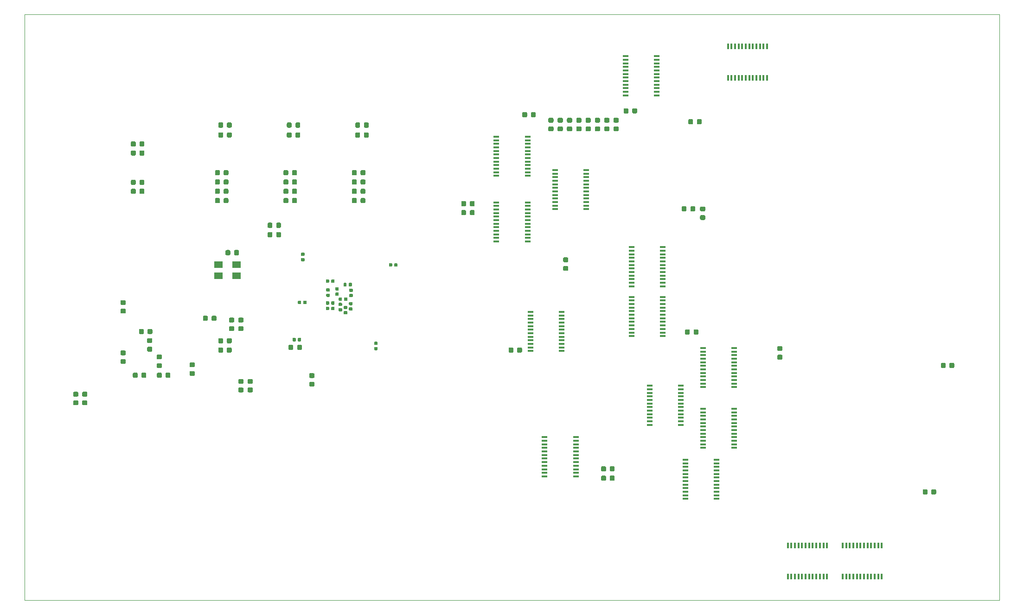
<source format=gbr>
G04 #@! TF.GenerationSoftware,KiCad,Pcbnew,5.1.5-52549c5~86~ubuntu18.04.1*
G04 #@! TF.CreationDate,2020-04-26T19:40:07-07:00*
G04 #@! TF.ProjectId,spla-board,73706c61-2d62-46f6-9172-642e6b696361,9*
G04 #@! TF.SameCoordinates,Original*
G04 #@! TF.FileFunction,Paste,Bot*
G04 #@! TF.FilePolarity,Positive*
%FSLAX46Y46*%
G04 Gerber Fmt 4.6, Leading zero omitted, Abs format (unit mm)*
G04 Created by KiCad (PCBNEW 5.1.5-52549c5~86~ubuntu18.04.1) date 2020-04-26 19:40:07*
%MOMM*%
%LPD*%
G04 APERTURE LIST*
%ADD10C,0.050000*%
%ADD11C,0.100000*%
%ADD12R,1.600000X1.300000*%
%ADD13R,1.100000X0.400000*%
%ADD14R,0.400000X1.100000*%
G04 APERTURE END LIST*
D10*
X40000000Y-155000000D02*
X40000000Y-48000000D01*
X218000000Y-48000000D02*
X218000000Y-155000000D01*
X40000000Y-48000000D02*
X218000000Y-48000000D01*
X40000000Y-155000000D02*
X218000000Y-155000000D01*
D11*
G36*
X74827691Y-103026053D02*
G01*
X74848926Y-103029203D01*
X74869750Y-103034419D01*
X74889962Y-103041651D01*
X74909368Y-103050830D01*
X74927781Y-103061866D01*
X74945024Y-103074654D01*
X74960930Y-103089070D01*
X74975346Y-103104976D01*
X74988134Y-103122219D01*
X74999170Y-103140632D01*
X75008349Y-103160038D01*
X75015581Y-103180250D01*
X75020797Y-103201074D01*
X75023947Y-103222309D01*
X75025000Y-103243750D01*
X75025000Y-103756250D01*
X75023947Y-103777691D01*
X75020797Y-103798926D01*
X75015581Y-103819750D01*
X75008349Y-103839962D01*
X74999170Y-103859368D01*
X74988134Y-103877781D01*
X74975346Y-103895024D01*
X74960930Y-103910930D01*
X74945024Y-103925346D01*
X74927781Y-103938134D01*
X74909368Y-103949170D01*
X74889962Y-103958349D01*
X74869750Y-103965581D01*
X74848926Y-103970797D01*
X74827691Y-103973947D01*
X74806250Y-103975000D01*
X74368750Y-103975000D01*
X74347309Y-103973947D01*
X74326074Y-103970797D01*
X74305250Y-103965581D01*
X74285038Y-103958349D01*
X74265632Y-103949170D01*
X74247219Y-103938134D01*
X74229976Y-103925346D01*
X74214070Y-103910930D01*
X74199654Y-103895024D01*
X74186866Y-103877781D01*
X74175830Y-103859368D01*
X74166651Y-103839962D01*
X74159419Y-103819750D01*
X74154203Y-103798926D01*
X74151053Y-103777691D01*
X74150000Y-103756250D01*
X74150000Y-103243750D01*
X74151053Y-103222309D01*
X74154203Y-103201074D01*
X74159419Y-103180250D01*
X74166651Y-103160038D01*
X74175830Y-103140632D01*
X74186866Y-103122219D01*
X74199654Y-103104976D01*
X74214070Y-103089070D01*
X74229976Y-103074654D01*
X74247219Y-103061866D01*
X74265632Y-103050830D01*
X74285038Y-103041651D01*
X74305250Y-103034419D01*
X74326074Y-103029203D01*
X74347309Y-103026053D01*
X74368750Y-103025000D01*
X74806250Y-103025000D01*
X74827691Y-103026053D01*
G37*
G36*
X73252691Y-103026053D02*
G01*
X73273926Y-103029203D01*
X73294750Y-103034419D01*
X73314962Y-103041651D01*
X73334368Y-103050830D01*
X73352781Y-103061866D01*
X73370024Y-103074654D01*
X73385930Y-103089070D01*
X73400346Y-103104976D01*
X73413134Y-103122219D01*
X73424170Y-103140632D01*
X73433349Y-103160038D01*
X73440581Y-103180250D01*
X73445797Y-103201074D01*
X73448947Y-103222309D01*
X73450000Y-103243750D01*
X73450000Y-103756250D01*
X73448947Y-103777691D01*
X73445797Y-103798926D01*
X73440581Y-103819750D01*
X73433349Y-103839962D01*
X73424170Y-103859368D01*
X73413134Y-103877781D01*
X73400346Y-103895024D01*
X73385930Y-103910930D01*
X73370024Y-103925346D01*
X73352781Y-103938134D01*
X73334368Y-103949170D01*
X73314962Y-103958349D01*
X73294750Y-103965581D01*
X73273926Y-103970797D01*
X73252691Y-103973947D01*
X73231250Y-103975000D01*
X72793750Y-103975000D01*
X72772309Y-103973947D01*
X72751074Y-103970797D01*
X72730250Y-103965581D01*
X72710038Y-103958349D01*
X72690632Y-103949170D01*
X72672219Y-103938134D01*
X72654976Y-103925346D01*
X72639070Y-103910930D01*
X72624654Y-103895024D01*
X72611866Y-103877781D01*
X72600830Y-103859368D01*
X72591651Y-103839962D01*
X72584419Y-103819750D01*
X72579203Y-103798926D01*
X72576053Y-103777691D01*
X72575000Y-103756250D01*
X72575000Y-103243750D01*
X72576053Y-103222309D01*
X72579203Y-103201074D01*
X72584419Y-103180250D01*
X72591651Y-103160038D01*
X72600830Y-103140632D01*
X72611866Y-103122219D01*
X72624654Y-103104976D01*
X72639070Y-103089070D01*
X72654976Y-103074654D01*
X72672219Y-103061866D01*
X72690632Y-103050830D01*
X72710038Y-103041651D01*
X72730250Y-103034419D01*
X72751074Y-103029203D01*
X72772309Y-103026053D01*
X72793750Y-103025000D01*
X73231250Y-103025000D01*
X73252691Y-103026053D01*
G37*
D12*
X75400000Y-95700000D03*
X78700000Y-95700000D03*
X78700000Y-93700000D03*
X75400000Y-93700000D03*
D11*
G36*
X86627691Y-87726053D02*
G01*
X86648926Y-87729203D01*
X86669750Y-87734419D01*
X86689962Y-87741651D01*
X86709368Y-87750830D01*
X86727781Y-87761866D01*
X86745024Y-87774654D01*
X86760930Y-87789070D01*
X86775346Y-87804976D01*
X86788134Y-87822219D01*
X86799170Y-87840632D01*
X86808349Y-87860038D01*
X86815581Y-87880250D01*
X86820797Y-87901074D01*
X86823947Y-87922309D01*
X86825000Y-87943750D01*
X86825000Y-88456250D01*
X86823947Y-88477691D01*
X86820797Y-88498926D01*
X86815581Y-88519750D01*
X86808349Y-88539962D01*
X86799170Y-88559368D01*
X86788134Y-88577781D01*
X86775346Y-88595024D01*
X86760930Y-88610930D01*
X86745024Y-88625346D01*
X86727781Y-88638134D01*
X86709368Y-88649170D01*
X86689962Y-88658349D01*
X86669750Y-88665581D01*
X86648926Y-88670797D01*
X86627691Y-88673947D01*
X86606250Y-88675000D01*
X86168750Y-88675000D01*
X86147309Y-88673947D01*
X86126074Y-88670797D01*
X86105250Y-88665581D01*
X86085038Y-88658349D01*
X86065632Y-88649170D01*
X86047219Y-88638134D01*
X86029976Y-88625346D01*
X86014070Y-88610930D01*
X85999654Y-88595024D01*
X85986866Y-88577781D01*
X85975830Y-88559368D01*
X85966651Y-88539962D01*
X85959419Y-88519750D01*
X85954203Y-88498926D01*
X85951053Y-88477691D01*
X85950000Y-88456250D01*
X85950000Y-87943750D01*
X85951053Y-87922309D01*
X85954203Y-87901074D01*
X85959419Y-87880250D01*
X85966651Y-87860038D01*
X85975830Y-87840632D01*
X85986866Y-87822219D01*
X85999654Y-87804976D01*
X86014070Y-87789070D01*
X86029976Y-87774654D01*
X86047219Y-87761866D01*
X86065632Y-87750830D01*
X86085038Y-87741651D01*
X86105250Y-87734419D01*
X86126074Y-87729203D01*
X86147309Y-87726053D01*
X86168750Y-87725000D01*
X86606250Y-87725000D01*
X86627691Y-87726053D01*
G37*
G36*
X85052691Y-87726053D02*
G01*
X85073926Y-87729203D01*
X85094750Y-87734419D01*
X85114962Y-87741651D01*
X85134368Y-87750830D01*
X85152781Y-87761866D01*
X85170024Y-87774654D01*
X85185930Y-87789070D01*
X85200346Y-87804976D01*
X85213134Y-87822219D01*
X85224170Y-87840632D01*
X85233349Y-87860038D01*
X85240581Y-87880250D01*
X85245797Y-87901074D01*
X85248947Y-87922309D01*
X85250000Y-87943750D01*
X85250000Y-88456250D01*
X85248947Y-88477691D01*
X85245797Y-88498926D01*
X85240581Y-88519750D01*
X85233349Y-88539962D01*
X85224170Y-88559368D01*
X85213134Y-88577781D01*
X85200346Y-88595024D01*
X85185930Y-88610930D01*
X85170024Y-88625346D01*
X85152781Y-88638134D01*
X85134368Y-88649170D01*
X85114962Y-88658349D01*
X85094750Y-88665581D01*
X85073926Y-88670797D01*
X85052691Y-88673947D01*
X85031250Y-88675000D01*
X84593750Y-88675000D01*
X84572309Y-88673947D01*
X84551074Y-88670797D01*
X84530250Y-88665581D01*
X84510038Y-88658349D01*
X84490632Y-88649170D01*
X84472219Y-88638134D01*
X84454976Y-88625346D01*
X84439070Y-88610930D01*
X84424654Y-88595024D01*
X84411866Y-88577781D01*
X84400830Y-88559368D01*
X84391651Y-88539962D01*
X84384419Y-88519750D01*
X84379203Y-88498926D01*
X84376053Y-88477691D01*
X84375000Y-88456250D01*
X84375000Y-87943750D01*
X84376053Y-87922309D01*
X84379203Y-87901074D01*
X84384419Y-87880250D01*
X84391651Y-87860038D01*
X84400830Y-87840632D01*
X84411866Y-87822219D01*
X84424654Y-87804976D01*
X84439070Y-87789070D01*
X84454976Y-87774654D01*
X84472219Y-87761866D01*
X84490632Y-87750830D01*
X84510038Y-87741651D01*
X84530250Y-87734419D01*
X84551074Y-87729203D01*
X84572309Y-87726053D01*
X84593750Y-87725000D01*
X85031250Y-87725000D01*
X85052691Y-87726053D01*
G37*
G36*
X121977691Y-82076053D02*
G01*
X121998926Y-82079203D01*
X122019750Y-82084419D01*
X122039962Y-82091651D01*
X122059368Y-82100830D01*
X122077781Y-82111866D01*
X122095024Y-82124654D01*
X122110930Y-82139070D01*
X122125346Y-82154976D01*
X122138134Y-82172219D01*
X122149170Y-82190632D01*
X122158349Y-82210038D01*
X122165581Y-82230250D01*
X122170797Y-82251074D01*
X122173947Y-82272309D01*
X122175000Y-82293750D01*
X122175000Y-82806250D01*
X122173947Y-82827691D01*
X122170797Y-82848926D01*
X122165581Y-82869750D01*
X122158349Y-82889962D01*
X122149170Y-82909368D01*
X122138134Y-82927781D01*
X122125346Y-82945024D01*
X122110930Y-82960930D01*
X122095024Y-82975346D01*
X122077781Y-82988134D01*
X122059368Y-82999170D01*
X122039962Y-83008349D01*
X122019750Y-83015581D01*
X121998926Y-83020797D01*
X121977691Y-83023947D01*
X121956250Y-83025000D01*
X121518750Y-83025000D01*
X121497309Y-83023947D01*
X121476074Y-83020797D01*
X121455250Y-83015581D01*
X121435038Y-83008349D01*
X121415632Y-82999170D01*
X121397219Y-82988134D01*
X121379976Y-82975346D01*
X121364070Y-82960930D01*
X121349654Y-82945024D01*
X121336866Y-82927781D01*
X121325830Y-82909368D01*
X121316651Y-82889962D01*
X121309419Y-82869750D01*
X121304203Y-82848926D01*
X121301053Y-82827691D01*
X121300000Y-82806250D01*
X121300000Y-82293750D01*
X121301053Y-82272309D01*
X121304203Y-82251074D01*
X121309419Y-82230250D01*
X121316651Y-82210038D01*
X121325830Y-82190632D01*
X121336866Y-82172219D01*
X121349654Y-82154976D01*
X121364070Y-82139070D01*
X121379976Y-82124654D01*
X121397219Y-82111866D01*
X121415632Y-82100830D01*
X121435038Y-82091651D01*
X121455250Y-82084419D01*
X121476074Y-82079203D01*
X121497309Y-82076053D01*
X121518750Y-82075000D01*
X121956250Y-82075000D01*
X121977691Y-82076053D01*
G37*
G36*
X120402691Y-82076053D02*
G01*
X120423926Y-82079203D01*
X120444750Y-82084419D01*
X120464962Y-82091651D01*
X120484368Y-82100830D01*
X120502781Y-82111866D01*
X120520024Y-82124654D01*
X120535930Y-82139070D01*
X120550346Y-82154976D01*
X120563134Y-82172219D01*
X120574170Y-82190632D01*
X120583349Y-82210038D01*
X120590581Y-82230250D01*
X120595797Y-82251074D01*
X120598947Y-82272309D01*
X120600000Y-82293750D01*
X120600000Y-82806250D01*
X120598947Y-82827691D01*
X120595797Y-82848926D01*
X120590581Y-82869750D01*
X120583349Y-82889962D01*
X120574170Y-82909368D01*
X120563134Y-82927781D01*
X120550346Y-82945024D01*
X120535930Y-82960930D01*
X120520024Y-82975346D01*
X120502781Y-82988134D01*
X120484368Y-82999170D01*
X120464962Y-83008349D01*
X120444750Y-83015581D01*
X120423926Y-83020797D01*
X120402691Y-83023947D01*
X120381250Y-83025000D01*
X119943750Y-83025000D01*
X119922309Y-83023947D01*
X119901074Y-83020797D01*
X119880250Y-83015581D01*
X119860038Y-83008349D01*
X119840632Y-82999170D01*
X119822219Y-82988134D01*
X119804976Y-82975346D01*
X119789070Y-82960930D01*
X119774654Y-82945024D01*
X119761866Y-82927781D01*
X119750830Y-82909368D01*
X119741651Y-82889962D01*
X119734419Y-82869750D01*
X119729203Y-82848926D01*
X119726053Y-82827691D01*
X119725000Y-82806250D01*
X119725000Y-82293750D01*
X119726053Y-82272309D01*
X119729203Y-82251074D01*
X119734419Y-82230250D01*
X119741651Y-82210038D01*
X119750830Y-82190632D01*
X119761866Y-82172219D01*
X119774654Y-82154976D01*
X119789070Y-82139070D01*
X119804976Y-82124654D01*
X119822219Y-82111866D01*
X119840632Y-82100830D01*
X119860038Y-82091651D01*
X119880250Y-82084419D01*
X119901074Y-82079203D01*
X119922309Y-82076053D01*
X119943750Y-82075000D01*
X120381250Y-82075000D01*
X120402691Y-82076053D01*
G37*
G36*
X151627691Y-65126053D02*
G01*
X151648926Y-65129203D01*
X151669750Y-65134419D01*
X151689962Y-65141651D01*
X151709368Y-65150830D01*
X151727781Y-65161866D01*
X151745024Y-65174654D01*
X151760930Y-65189070D01*
X151775346Y-65204976D01*
X151788134Y-65222219D01*
X151799170Y-65240632D01*
X151808349Y-65260038D01*
X151815581Y-65280250D01*
X151820797Y-65301074D01*
X151823947Y-65322309D01*
X151825000Y-65343750D01*
X151825000Y-65856250D01*
X151823947Y-65877691D01*
X151820797Y-65898926D01*
X151815581Y-65919750D01*
X151808349Y-65939962D01*
X151799170Y-65959368D01*
X151788134Y-65977781D01*
X151775346Y-65995024D01*
X151760930Y-66010930D01*
X151745024Y-66025346D01*
X151727781Y-66038134D01*
X151709368Y-66049170D01*
X151689962Y-66058349D01*
X151669750Y-66065581D01*
X151648926Y-66070797D01*
X151627691Y-66073947D01*
X151606250Y-66075000D01*
X151168750Y-66075000D01*
X151147309Y-66073947D01*
X151126074Y-66070797D01*
X151105250Y-66065581D01*
X151085038Y-66058349D01*
X151065632Y-66049170D01*
X151047219Y-66038134D01*
X151029976Y-66025346D01*
X151014070Y-66010930D01*
X150999654Y-65995024D01*
X150986866Y-65977781D01*
X150975830Y-65959368D01*
X150966651Y-65939962D01*
X150959419Y-65919750D01*
X150954203Y-65898926D01*
X150951053Y-65877691D01*
X150950000Y-65856250D01*
X150950000Y-65343750D01*
X150951053Y-65322309D01*
X150954203Y-65301074D01*
X150959419Y-65280250D01*
X150966651Y-65260038D01*
X150975830Y-65240632D01*
X150986866Y-65222219D01*
X150999654Y-65204976D01*
X151014070Y-65189070D01*
X151029976Y-65174654D01*
X151047219Y-65161866D01*
X151065632Y-65150830D01*
X151085038Y-65141651D01*
X151105250Y-65134419D01*
X151126074Y-65129203D01*
X151147309Y-65126053D01*
X151168750Y-65125000D01*
X151606250Y-65125000D01*
X151627691Y-65126053D01*
G37*
G36*
X150052691Y-65126053D02*
G01*
X150073926Y-65129203D01*
X150094750Y-65134419D01*
X150114962Y-65141651D01*
X150134368Y-65150830D01*
X150152781Y-65161866D01*
X150170024Y-65174654D01*
X150185930Y-65189070D01*
X150200346Y-65204976D01*
X150213134Y-65222219D01*
X150224170Y-65240632D01*
X150233349Y-65260038D01*
X150240581Y-65280250D01*
X150245797Y-65301074D01*
X150248947Y-65322309D01*
X150250000Y-65343750D01*
X150250000Y-65856250D01*
X150248947Y-65877691D01*
X150245797Y-65898926D01*
X150240581Y-65919750D01*
X150233349Y-65939962D01*
X150224170Y-65959368D01*
X150213134Y-65977781D01*
X150200346Y-65995024D01*
X150185930Y-66010930D01*
X150170024Y-66025346D01*
X150152781Y-66038134D01*
X150134368Y-66049170D01*
X150114962Y-66058349D01*
X150094750Y-66065581D01*
X150073926Y-66070797D01*
X150052691Y-66073947D01*
X150031250Y-66075000D01*
X149593750Y-66075000D01*
X149572309Y-66073947D01*
X149551074Y-66070797D01*
X149530250Y-66065581D01*
X149510038Y-66058349D01*
X149490632Y-66049170D01*
X149472219Y-66038134D01*
X149454976Y-66025346D01*
X149439070Y-66010930D01*
X149424654Y-65995024D01*
X149411866Y-65977781D01*
X149400830Y-65959368D01*
X149391651Y-65939962D01*
X149384419Y-65919750D01*
X149379203Y-65898926D01*
X149376053Y-65877691D01*
X149375000Y-65856250D01*
X149375000Y-65343750D01*
X149376053Y-65322309D01*
X149379203Y-65301074D01*
X149384419Y-65280250D01*
X149391651Y-65260038D01*
X149400830Y-65240632D01*
X149411866Y-65222219D01*
X149424654Y-65204976D01*
X149439070Y-65189070D01*
X149454976Y-65174654D01*
X149472219Y-65161866D01*
X149490632Y-65150830D01*
X149510038Y-65141651D01*
X149530250Y-65134419D01*
X149551074Y-65129203D01*
X149572309Y-65126053D01*
X149593750Y-65125000D01*
X150031250Y-65125000D01*
X150052691Y-65126053D01*
G37*
G36*
X81477691Y-114576053D02*
G01*
X81498926Y-114579203D01*
X81519750Y-114584419D01*
X81539962Y-114591651D01*
X81559368Y-114600830D01*
X81577781Y-114611866D01*
X81595024Y-114624654D01*
X81610930Y-114639070D01*
X81625346Y-114654976D01*
X81638134Y-114672219D01*
X81649170Y-114690632D01*
X81658349Y-114710038D01*
X81665581Y-114730250D01*
X81670797Y-114751074D01*
X81673947Y-114772309D01*
X81675000Y-114793750D01*
X81675000Y-115231250D01*
X81673947Y-115252691D01*
X81670797Y-115273926D01*
X81665581Y-115294750D01*
X81658349Y-115314962D01*
X81649170Y-115334368D01*
X81638134Y-115352781D01*
X81625346Y-115370024D01*
X81610930Y-115385930D01*
X81595024Y-115400346D01*
X81577781Y-115413134D01*
X81559368Y-115424170D01*
X81539962Y-115433349D01*
X81519750Y-115440581D01*
X81498926Y-115445797D01*
X81477691Y-115448947D01*
X81456250Y-115450000D01*
X80943750Y-115450000D01*
X80922309Y-115448947D01*
X80901074Y-115445797D01*
X80880250Y-115440581D01*
X80860038Y-115433349D01*
X80840632Y-115424170D01*
X80822219Y-115413134D01*
X80804976Y-115400346D01*
X80789070Y-115385930D01*
X80774654Y-115370024D01*
X80761866Y-115352781D01*
X80750830Y-115334368D01*
X80741651Y-115314962D01*
X80734419Y-115294750D01*
X80729203Y-115273926D01*
X80726053Y-115252691D01*
X80725000Y-115231250D01*
X80725000Y-114793750D01*
X80726053Y-114772309D01*
X80729203Y-114751074D01*
X80734419Y-114730250D01*
X80741651Y-114710038D01*
X80750830Y-114690632D01*
X80761866Y-114672219D01*
X80774654Y-114654976D01*
X80789070Y-114639070D01*
X80804976Y-114624654D01*
X80822219Y-114611866D01*
X80840632Y-114600830D01*
X80860038Y-114591651D01*
X80880250Y-114584419D01*
X80901074Y-114579203D01*
X80922309Y-114576053D01*
X80943750Y-114575000D01*
X81456250Y-114575000D01*
X81477691Y-114576053D01*
G37*
G36*
X81477691Y-116151053D02*
G01*
X81498926Y-116154203D01*
X81519750Y-116159419D01*
X81539962Y-116166651D01*
X81559368Y-116175830D01*
X81577781Y-116186866D01*
X81595024Y-116199654D01*
X81610930Y-116214070D01*
X81625346Y-116229976D01*
X81638134Y-116247219D01*
X81649170Y-116265632D01*
X81658349Y-116285038D01*
X81665581Y-116305250D01*
X81670797Y-116326074D01*
X81673947Y-116347309D01*
X81675000Y-116368750D01*
X81675000Y-116806250D01*
X81673947Y-116827691D01*
X81670797Y-116848926D01*
X81665581Y-116869750D01*
X81658349Y-116889962D01*
X81649170Y-116909368D01*
X81638134Y-116927781D01*
X81625346Y-116945024D01*
X81610930Y-116960930D01*
X81595024Y-116975346D01*
X81577781Y-116988134D01*
X81559368Y-116999170D01*
X81539962Y-117008349D01*
X81519750Y-117015581D01*
X81498926Y-117020797D01*
X81477691Y-117023947D01*
X81456250Y-117025000D01*
X80943750Y-117025000D01*
X80922309Y-117023947D01*
X80901074Y-117020797D01*
X80880250Y-117015581D01*
X80860038Y-117008349D01*
X80840632Y-116999170D01*
X80822219Y-116988134D01*
X80804976Y-116975346D01*
X80789070Y-116960930D01*
X80774654Y-116945024D01*
X80761866Y-116927781D01*
X80750830Y-116909368D01*
X80741651Y-116889962D01*
X80734419Y-116869750D01*
X80729203Y-116848926D01*
X80726053Y-116827691D01*
X80725000Y-116806250D01*
X80725000Y-116368750D01*
X80726053Y-116347309D01*
X80729203Y-116326074D01*
X80734419Y-116305250D01*
X80741651Y-116285038D01*
X80750830Y-116265632D01*
X80761866Y-116247219D01*
X80774654Y-116229976D01*
X80789070Y-116214070D01*
X80804976Y-116199654D01*
X80822219Y-116186866D01*
X80840632Y-116175830D01*
X80860038Y-116166651D01*
X80880250Y-116159419D01*
X80901074Y-116154203D01*
X80922309Y-116151053D01*
X80943750Y-116150000D01*
X81456250Y-116150000D01*
X81477691Y-116151053D01*
G37*
G36*
X106976958Y-93430710D02*
G01*
X106991276Y-93432834D01*
X107005317Y-93436351D01*
X107018946Y-93441228D01*
X107032031Y-93447417D01*
X107044447Y-93454858D01*
X107056073Y-93463481D01*
X107066798Y-93473202D01*
X107076519Y-93483927D01*
X107085142Y-93495553D01*
X107092583Y-93507969D01*
X107098772Y-93521054D01*
X107103649Y-93534683D01*
X107107166Y-93548724D01*
X107109290Y-93563042D01*
X107110000Y-93577500D01*
X107110000Y-93922500D01*
X107109290Y-93936958D01*
X107107166Y-93951276D01*
X107103649Y-93965317D01*
X107098772Y-93978946D01*
X107092583Y-93992031D01*
X107085142Y-94004447D01*
X107076519Y-94016073D01*
X107066798Y-94026798D01*
X107056073Y-94036519D01*
X107044447Y-94045142D01*
X107032031Y-94052583D01*
X107018946Y-94058772D01*
X107005317Y-94063649D01*
X106991276Y-94067166D01*
X106976958Y-94069290D01*
X106962500Y-94070000D01*
X106667500Y-94070000D01*
X106653042Y-94069290D01*
X106638724Y-94067166D01*
X106624683Y-94063649D01*
X106611054Y-94058772D01*
X106597969Y-94052583D01*
X106585553Y-94045142D01*
X106573927Y-94036519D01*
X106563202Y-94026798D01*
X106553481Y-94016073D01*
X106544858Y-94004447D01*
X106537417Y-93992031D01*
X106531228Y-93978946D01*
X106526351Y-93965317D01*
X106522834Y-93951276D01*
X106520710Y-93936958D01*
X106520000Y-93922500D01*
X106520000Y-93577500D01*
X106520710Y-93563042D01*
X106522834Y-93548724D01*
X106526351Y-93534683D01*
X106531228Y-93521054D01*
X106537417Y-93507969D01*
X106544858Y-93495553D01*
X106553481Y-93483927D01*
X106563202Y-93473202D01*
X106573927Y-93463481D01*
X106585553Y-93454858D01*
X106597969Y-93447417D01*
X106611054Y-93441228D01*
X106624683Y-93436351D01*
X106638724Y-93432834D01*
X106653042Y-93430710D01*
X106667500Y-93430000D01*
X106962500Y-93430000D01*
X106976958Y-93430710D01*
G37*
G36*
X107946958Y-93430710D02*
G01*
X107961276Y-93432834D01*
X107975317Y-93436351D01*
X107988946Y-93441228D01*
X108002031Y-93447417D01*
X108014447Y-93454858D01*
X108026073Y-93463481D01*
X108036798Y-93473202D01*
X108046519Y-93483927D01*
X108055142Y-93495553D01*
X108062583Y-93507969D01*
X108068772Y-93521054D01*
X108073649Y-93534683D01*
X108077166Y-93548724D01*
X108079290Y-93563042D01*
X108080000Y-93577500D01*
X108080000Y-93922500D01*
X108079290Y-93936958D01*
X108077166Y-93951276D01*
X108073649Y-93965317D01*
X108068772Y-93978946D01*
X108062583Y-93992031D01*
X108055142Y-94004447D01*
X108046519Y-94016073D01*
X108036798Y-94026798D01*
X108026073Y-94036519D01*
X108014447Y-94045142D01*
X108002031Y-94052583D01*
X107988946Y-94058772D01*
X107975317Y-94063649D01*
X107961276Y-94067166D01*
X107946958Y-94069290D01*
X107932500Y-94070000D01*
X107637500Y-94070000D01*
X107623042Y-94069290D01*
X107608724Y-94067166D01*
X107594683Y-94063649D01*
X107581054Y-94058772D01*
X107567969Y-94052583D01*
X107555553Y-94045142D01*
X107543927Y-94036519D01*
X107533202Y-94026798D01*
X107523481Y-94016073D01*
X107514858Y-94004447D01*
X107507417Y-93992031D01*
X107501228Y-93978946D01*
X107496351Y-93965317D01*
X107492834Y-93951276D01*
X107490710Y-93936958D01*
X107490000Y-93922500D01*
X107490000Y-93577500D01*
X107490710Y-93563042D01*
X107492834Y-93548724D01*
X107496351Y-93534683D01*
X107501228Y-93521054D01*
X107507417Y-93507969D01*
X107514858Y-93495553D01*
X107523481Y-93483927D01*
X107533202Y-93473202D01*
X107543927Y-93463481D01*
X107555553Y-93454858D01*
X107567969Y-93447417D01*
X107581054Y-93441228D01*
X107594683Y-93436351D01*
X107608724Y-93432834D01*
X107623042Y-93430710D01*
X107637500Y-93430000D01*
X107932500Y-93430000D01*
X107946958Y-93430710D01*
G37*
G36*
X139077691Y-92376053D02*
G01*
X139098926Y-92379203D01*
X139119750Y-92384419D01*
X139139962Y-92391651D01*
X139159368Y-92400830D01*
X139177781Y-92411866D01*
X139195024Y-92424654D01*
X139210930Y-92439070D01*
X139225346Y-92454976D01*
X139238134Y-92472219D01*
X139249170Y-92490632D01*
X139258349Y-92510038D01*
X139265581Y-92530250D01*
X139270797Y-92551074D01*
X139273947Y-92572309D01*
X139275000Y-92593750D01*
X139275000Y-93031250D01*
X139273947Y-93052691D01*
X139270797Y-93073926D01*
X139265581Y-93094750D01*
X139258349Y-93114962D01*
X139249170Y-93134368D01*
X139238134Y-93152781D01*
X139225346Y-93170024D01*
X139210930Y-93185930D01*
X139195024Y-93200346D01*
X139177781Y-93213134D01*
X139159368Y-93224170D01*
X139139962Y-93233349D01*
X139119750Y-93240581D01*
X139098926Y-93245797D01*
X139077691Y-93248947D01*
X139056250Y-93250000D01*
X138543750Y-93250000D01*
X138522309Y-93248947D01*
X138501074Y-93245797D01*
X138480250Y-93240581D01*
X138460038Y-93233349D01*
X138440632Y-93224170D01*
X138422219Y-93213134D01*
X138404976Y-93200346D01*
X138389070Y-93185930D01*
X138374654Y-93170024D01*
X138361866Y-93152781D01*
X138350830Y-93134368D01*
X138341651Y-93114962D01*
X138334419Y-93094750D01*
X138329203Y-93073926D01*
X138326053Y-93052691D01*
X138325000Y-93031250D01*
X138325000Y-92593750D01*
X138326053Y-92572309D01*
X138329203Y-92551074D01*
X138334419Y-92530250D01*
X138341651Y-92510038D01*
X138350830Y-92490632D01*
X138361866Y-92472219D01*
X138374654Y-92454976D01*
X138389070Y-92439070D01*
X138404976Y-92424654D01*
X138422219Y-92411866D01*
X138440632Y-92400830D01*
X138460038Y-92391651D01*
X138480250Y-92384419D01*
X138501074Y-92379203D01*
X138522309Y-92376053D01*
X138543750Y-92375000D01*
X139056250Y-92375000D01*
X139077691Y-92376053D01*
G37*
G36*
X139077691Y-93951053D02*
G01*
X139098926Y-93954203D01*
X139119750Y-93959419D01*
X139139962Y-93966651D01*
X139159368Y-93975830D01*
X139177781Y-93986866D01*
X139195024Y-93999654D01*
X139210930Y-94014070D01*
X139225346Y-94029976D01*
X139238134Y-94047219D01*
X139249170Y-94065632D01*
X139258349Y-94085038D01*
X139265581Y-94105250D01*
X139270797Y-94126074D01*
X139273947Y-94147309D01*
X139275000Y-94168750D01*
X139275000Y-94606250D01*
X139273947Y-94627691D01*
X139270797Y-94648926D01*
X139265581Y-94669750D01*
X139258349Y-94689962D01*
X139249170Y-94709368D01*
X139238134Y-94727781D01*
X139225346Y-94745024D01*
X139210930Y-94760930D01*
X139195024Y-94775346D01*
X139177781Y-94788134D01*
X139159368Y-94799170D01*
X139139962Y-94808349D01*
X139119750Y-94815581D01*
X139098926Y-94820797D01*
X139077691Y-94823947D01*
X139056250Y-94825000D01*
X138543750Y-94825000D01*
X138522309Y-94823947D01*
X138501074Y-94820797D01*
X138480250Y-94815581D01*
X138460038Y-94808349D01*
X138440632Y-94799170D01*
X138422219Y-94788134D01*
X138404976Y-94775346D01*
X138389070Y-94760930D01*
X138374654Y-94745024D01*
X138361866Y-94727781D01*
X138350830Y-94709368D01*
X138341651Y-94689962D01*
X138334419Y-94669750D01*
X138329203Y-94648926D01*
X138326053Y-94627691D01*
X138325000Y-94606250D01*
X138325000Y-94168750D01*
X138326053Y-94147309D01*
X138329203Y-94126074D01*
X138334419Y-94105250D01*
X138341651Y-94085038D01*
X138350830Y-94065632D01*
X138361866Y-94047219D01*
X138374654Y-94029976D01*
X138389070Y-94014070D01*
X138404976Y-93999654D01*
X138422219Y-93986866D01*
X138440632Y-93975830D01*
X138460038Y-93966651D01*
X138480250Y-93959419D01*
X138501074Y-93954203D01*
X138522309Y-93951053D01*
X138543750Y-93950000D01*
X139056250Y-93950000D01*
X139077691Y-93951053D01*
G37*
G36*
X95586958Y-98020710D02*
G01*
X95601276Y-98022834D01*
X95615317Y-98026351D01*
X95628946Y-98031228D01*
X95642031Y-98037417D01*
X95654447Y-98044858D01*
X95666073Y-98053481D01*
X95676798Y-98063202D01*
X95686519Y-98073927D01*
X95695142Y-98085553D01*
X95702583Y-98097969D01*
X95708772Y-98111054D01*
X95713649Y-98124683D01*
X95717166Y-98138724D01*
X95719290Y-98153042D01*
X95720000Y-98167500D01*
X95720000Y-98462500D01*
X95719290Y-98476958D01*
X95717166Y-98491276D01*
X95713649Y-98505317D01*
X95708772Y-98518946D01*
X95702583Y-98532031D01*
X95695142Y-98544447D01*
X95686519Y-98556073D01*
X95676798Y-98566798D01*
X95666073Y-98576519D01*
X95654447Y-98585142D01*
X95642031Y-98592583D01*
X95628946Y-98598772D01*
X95615317Y-98603649D01*
X95601276Y-98607166D01*
X95586958Y-98609290D01*
X95572500Y-98610000D01*
X95227500Y-98610000D01*
X95213042Y-98609290D01*
X95198724Y-98607166D01*
X95184683Y-98603649D01*
X95171054Y-98598772D01*
X95157969Y-98592583D01*
X95145553Y-98585142D01*
X95133927Y-98576519D01*
X95123202Y-98566798D01*
X95113481Y-98556073D01*
X95104858Y-98544447D01*
X95097417Y-98532031D01*
X95091228Y-98518946D01*
X95086351Y-98505317D01*
X95082834Y-98491276D01*
X95080710Y-98476958D01*
X95080000Y-98462500D01*
X95080000Y-98167500D01*
X95080710Y-98153042D01*
X95082834Y-98138724D01*
X95086351Y-98124683D01*
X95091228Y-98111054D01*
X95097417Y-98097969D01*
X95104858Y-98085553D01*
X95113481Y-98073927D01*
X95123202Y-98063202D01*
X95133927Y-98053481D01*
X95145553Y-98044858D01*
X95157969Y-98037417D01*
X95171054Y-98031228D01*
X95184683Y-98026351D01*
X95198724Y-98022834D01*
X95213042Y-98020710D01*
X95227500Y-98020000D01*
X95572500Y-98020000D01*
X95586958Y-98020710D01*
G37*
G36*
X95586958Y-98990710D02*
G01*
X95601276Y-98992834D01*
X95615317Y-98996351D01*
X95628946Y-99001228D01*
X95642031Y-99007417D01*
X95654447Y-99014858D01*
X95666073Y-99023481D01*
X95676798Y-99033202D01*
X95686519Y-99043927D01*
X95695142Y-99055553D01*
X95702583Y-99067969D01*
X95708772Y-99081054D01*
X95713649Y-99094683D01*
X95717166Y-99108724D01*
X95719290Y-99123042D01*
X95720000Y-99137500D01*
X95720000Y-99432500D01*
X95719290Y-99446958D01*
X95717166Y-99461276D01*
X95713649Y-99475317D01*
X95708772Y-99488946D01*
X95702583Y-99502031D01*
X95695142Y-99514447D01*
X95686519Y-99526073D01*
X95676798Y-99536798D01*
X95666073Y-99546519D01*
X95654447Y-99555142D01*
X95642031Y-99562583D01*
X95628946Y-99568772D01*
X95615317Y-99573649D01*
X95601276Y-99577166D01*
X95586958Y-99579290D01*
X95572500Y-99580000D01*
X95227500Y-99580000D01*
X95213042Y-99579290D01*
X95198724Y-99577166D01*
X95184683Y-99573649D01*
X95171054Y-99568772D01*
X95157969Y-99562583D01*
X95145553Y-99555142D01*
X95133927Y-99546519D01*
X95123202Y-99536798D01*
X95113481Y-99526073D01*
X95104858Y-99514447D01*
X95097417Y-99502031D01*
X95091228Y-99488946D01*
X95086351Y-99475317D01*
X95082834Y-99461276D01*
X95080710Y-99446958D01*
X95080000Y-99432500D01*
X95080000Y-99137500D01*
X95080710Y-99123042D01*
X95082834Y-99108724D01*
X95086351Y-99094683D01*
X95091228Y-99081054D01*
X95097417Y-99067969D01*
X95104858Y-99055553D01*
X95113481Y-99043927D01*
X95123202Y-99033202D01*
X95133927Y-99023481D01*
X95145553Y-99014858D01*
X95157969Y-99007417D01*
X95171054Y-99001228D01*
X95184683Y-98996351D01*
X95198724Y-98992834D01*
X95213042Y-98990710D01*
X95227500Y-98990000D01*
X95572500Y-98990000D01*
X95586958Y-98990710D01*
G37*
G36*
X97836958Y-100670710D02*
G01*
X97851276Y-100672834D01*
X97865317Y-100676351D01*
X97878946Y-100681228D01*
X97892031Y-100687417D01*
X97904447Y-100694858D01*
X97916073Y-100703481D01*
X97926798Y-100713202D01*
X97936519Y-100723927D01*
X97945142Y-100735553D01*
X97952583Y-100747969D01*
X97958772Y-100761054D01*
X97963649Y-100774683D01*
X97967166Y-100788724D01*
X97969290Y-100803042D01*
X97970000Y-100817500D01*
X97970000Y-101112500D01*
X97969290Y-101126958D01*
X97967166Y-101141276D01*
X97963649Y-101155317D01*
X97958772Y-101168946D01*
X97952583Y-101182031D01*
X97945142Y-101194447D01*
X97936519Y-101206073D01*
X97926798Y-101216798D01*
X97916073Y-101226519D01*
X97904447Y-101235142D01*
X97892031Y-101242583D01*
X97878946Y-101248772D01*
X97865317Y-101253649D01*
X97851276Y-101257166D01*
X97836958Y-101259290D01*
X97822500Y-101260000D01*
X97477500Y-101260000D01*
X97463042Y-101259290D01*
X97448724Y-101257166D01*
X97434683Y-101253649D01*
X97421054Y-101248772D01*
X97407969Y-101242583D01*
X97395553Y-101235142D01*
X97383927Y-101226519D01*
X97373202Y-101216798D01*
X97363481Y-101206073D01*
X97354858Y-101194447D01*
X97347417Y-101182031D01*
X97341228Y-101168946D01*
X97336351Y-101155317D01*
X97332834Y-101141276D01*
X97330710Y-101126958D01*
X97330000Y-101112500D01*
X97330000Y-100817500D01*
X97330710Y-100803042D01*
X97332834Y-100788724D01*
X97336351Y-100774683D01*
X97341228Y-100761054D01*
X97347417Y-100747969D01*
X97354858Y-100735553D01*
X97363481Y-100723927D01*
X97373202Y-100713202D01*
X97383927Y-100703481D01*
X97395553Y-100694858D01*
X97407969Y-100687417D01*
X97421054Y-100681228D01*
X97434683Y-100676351D01*
X97448724Y-100672834D01*
X97463042Y-100670710D01*
X97477500Y-100670000D01*
X97822500Y-100670000D01*
X97836958Y-100670710D01*
G37*
G36*
X97836958Y-101640710D02*
G01*
X97851276Y-101642834D01*
X97865317Y-101646351D01*
X97878946Y-101651228D01*
X97892031Y-101657417D01*
X97904447Y-101664858D01*
X97916073Y-101673481D01*
X97926798Y-101683202D01*
X97936519Y-101693927D01*
X97945142Y-101705553D01*
X97952583Y-101717969D01*
X97958772Y-101731054D01*
X97963649Y-101744683D01*
X97967166Y-101758724D01*
X97969290Y-101773042D01*
X97970000Y-101787500D01*
X97970000Y-102082500D01*
X97969290Y-102096958D01*
X97967166Y-102111276D01*
X97963649Y-102125317D01*
X97958772Y-102138946D01*
X97952583Y-102152031D01*
X97945142Y-102164447D01*
X97936519Y-102176073D01*
X97926798Y-102186798D01*
X97916073Y-102196519D01*
X97904447Y-102205142D01*
X97892031Y-102212583D01*
X97878946Y-102218772D01*
X97865317Y-102223649D01*
X97851276Y-102227166D01*
X97836958Y-102229290D01*
X97822500Y-102230000D01*
X97477500Y-102230000D01*
X97463042Y-102229290D01*
X97448724Y-102227166D01*
X97434683Y-102223649D01*
X97421054Y-102218772D01*
X97407969Y-102212583D01*
X97395553Y-102205142D01*
X97383927Y-102196519D01*
X97373202Y-102186798D01*
X97363481Y-102176073D01*
X97354858Y-102164447D01*
X97347417Y-102152031D01*
X97341228Y-102138946D01*
X97336351Y-102125317D01*
X97332834Y-102111276D01*
X97330710Y-102096958D01*
X97330000Y-102082500D01*
X97330000Y-101787500D01*
X97330710Y-101773042D01*
X97332834Y-101758724D01*
X97336351Y-101744683D01*
X97341228Y-101731054D01*
X97347417Y-101717969D01*
X97354858Y-101705553D01*
X97363481Y-101693927D01*
X97373202Y-101683202D01*
X97383927Y-101673481D01*
X97395553Y-101664858D01*
X97407969Y-101657417D01*
X97421054Y-101651228D01*
X97434683Y-101646351D01*
X97448724Y-101642834D01*
X97463042Y-101640710D01*
X97477500Y-101640000D01*
X97822500Y-101640000D01*
X97836958Y-101640710D01*
G37*
G36*
X98786958Y-101220710D02*
G01*
X98801276Y-101222834D01*
X98815317Y-101226351D01*
X98828946Y-101231228D01*
X98842031Y-101237417D01*
X98854447Y-101244858D01*
X98866073Y-101253481D01*
X98876798Y-101263202D01*
X98886519Y-101273927D01*
X98895142Y-101285553D01*
X98902583Y-101297969D01*
X98908772Y-101311054D01*
X98913649Y-101324683D01*
X98917166Y-101338724D01*
X98919290Y-101353042D01*
X98920000Y-101367500D01*
X98920000Y-101662500D01*
X98919290Y-101676958D01*
X98917166Y-101691276D01*
X98913649Y-101705317D01*
X98908772Y-101718946D01*
X98902583Y-101732031D01*
X98895142Y-101744447D01*
X98886519Y-101756073D01*
X98876798Y-101766798D01*
X98866073Y-101776519D01*
X98854447Y-101785142D01*
X98842031Y-101792583D01*
X98828946Y-101798772D01*
X98815317Y-101803649D01*
X98801276Y-101807166D01*
X98786958Y-101809290D01*
X98772500Y-101810000D01*
X98427500Y-101810000D01*
X98413042Y-101809290D01*
X98398724Y-101807166D01*
X98384683Y-101803649D01*
X98371054Y-101798772D01*
X98357969Y-101792583D01*
X98345553Y-101785142D01*
X98333927Y-101776519D01*
X98323202Y-101766798D01*
X98313481Y-101756073D01*
X98304858Y-101744447D01*
X98297417Y-101732031D01*
X98291228Y-101718946D01*
X98286351Y-101705317D01*
X98282834Y-101691276D01*
X98280710Y-101676958D01*
X98280000Y-101662500D01*
X98280000Y-101367500D01*
X98280710Y-101353042D01*
X98282834Y-101338724D01*
X98286351Y-101324683D01*
X98291228Y-101311054D01*
X98297417Y-101297969D01*
X98304858Y-101285553D01*
X98313481Y-101273927D01*
X98323202Y-101263202D01*
X98333927Y-101253481D01*
X98345553Y-101244858D01*
X98357969Y-101237417D01*
X98371054Y-101231228D01*
X98384683Y-101226351D01*
X98398724Y-101222834D01*
X98413042Y-101220710D01*
X98427500Y-101220000D01*
X98772500Y-101220000D01*
X98786958Y-101220710D01*
G37*
G36*
X98786958Y-102190710D02*
G01*
X98801276Y-102192834D01*
X98815317Y-102196351D01*
X98828946Y-102201228D01*
X98842031Y-102207417D01*
X98854447Y-102214858D01*
X98866073Y-102223481D01*
X98876798Y-102233202D01*
X98886519Y-102243927D01*
X98895142Y-102255553D01*
X98902583Y-102267969D01*
X98908772Y-102281054D01*
X98913649Y-102294683D01*
X98917166Y-102308724D01*
X98919290Y-102323042D01*
X98920000Y-102337500D01*
X98920000Y-102632500D01*
X98919290Y-102646958D01*
X98917166Y-102661276D01*
X98913649Y-102675317D01*
X98908772Y-102688946D01*
X98902583Y-102702031D01*
X98895142Y-102714447D01*
X98886519Y-102726073D01*
X98876798Y-102736798D01*
X98866073Y-102746519D01*
X98854447Y-102755142D01*
X98842031Y-102762583D01*
X98828946Y-102768772D01*
X98815317Y-102773649D01*
X98801276Y-102777166D01*
X98786958Y-102779290D01*
X98772500Y-102780000D01*
X98427500Y-102780000D01*
X98413042Y-102779290D01*
X98398724Y-102777166D01*
X98384683Y-102773649D01*
X98371054Y-102768772D01*
X98357969Y-102762583D01*
X98345553Y-102755142D01*
X98333927Y-102746519D01*
X98323202Y-102736798D01*
X98313481Y-102726073D01*
X98304858Y-102714447D01*
X98297417Y-102702031D01*
X98291228Y-102688946D01*
X98286351Y-102675317D01*
X98282834Y-102661276D01*
X98280710Y-102646958D01*
X98280000Y-102632500D01*
X98280000Y-102337500D01*
X98280710Y-102323042D01*
X98282834Y-102308724D01*
X98286351Y-102294683D01*
X98291228Y-102281054D01*
X98297417Y-102267969D01*
X98304858Y-102255553D01*
X98313481Y-102243927D01*
X98323202Y-102233202D01*
X98333927Y-102223481D01*
X98345553Y-102214858D01*
X98357969Y-102207417D01*
X98371054Y-102201228D01*
X98384683Y-102196351D01*
X98398724Y-102192834D01*
X98413042Y-102190710D01*
X98427500Y-102190000D01*
X98772500Y-102190000D01*
X98786958Y-102190710D01*
G37*
G36*
X104336958Y-107770710D02*
G01*
X104351276Y-107772834D01*
X104365317Y-107776351D01*
X104378946Y-107781228D01*
X104392031Y-107787417D01*
X104404447Y-107794858D01*
X104416073Y-107803481D01*
X104426798Y-107813202D01*
X104436519Y-107823927D01*
X104445142Y-107835553D01*
X104452583Y-107847969D01*
X104458772Y-107861054D01*
X104463649Y-107874683D01*
X104467166Y-107888724D01*
X104469290Y-107903042D01*
X104470000Y-107917500D01*
X104470000Y-108212500D01*
X104469290Y-108226958D01*
X104467166Y-108241276D01*
X104463649Y-108255317D01*
X104458772Y-108268946D01*
X104452583Y-108282031D01*
X104445142Y-108294447D01*
X104436519Y-108306073D01*
X104426798Y-108316798D01*
X104416073Y-108326519D01*
X104404447Y-108335142D01*
X104392031Y-108342583D01*
X104378946Y-108348772D01*
X104365317Y-108353649D01*
X104351276Y-108357166D01*
X104336958Y-108359290D01*
X104322500Y-108360000D01*
X103977500Y-108360000D01*
X103963042Y-108359290D01*
X103948724Y-108357166D01*
X103934683Y-108353649D01*
X103921054Y-108348772D01*
X103907969Y-108342583D01*
X103895553Y-108335142D01*
X103883927Y-108326519D01*
X103873202Y-108316798D01*
X103863481Y-108306073D01*
X103854858Y-108294447D01*
X103847417Y-108282031D01*
X103841228Y-108268946D01*
X103836351Y-108255317D01*
X103832834Y-108241276D01*
X103830710Y-108226958D01*
X103830000Y-108212500D01*
X103830000Y-107917500D01*
X103830710Y-107903042D01*
X103832834Y-107888724D01*
X103836351Y-107874683D01*
X103841228Y-107861054D01*
X103847417Y-107847969D01*
X103854858Y-107835553D01*
X103863481Y-107823927D01*
X103873202Y-107813202D01*
X103883927Y-107803481D01*
X103895553Y-107794858D01*
X103907969Y-107787417D01*
X103921054Y-107781228D01*
X103934683Y-107776351D01*
X103948724Y-107772834D01*
X103963042Y-107770710D01*
X103977500Y-107770000D01*
X104322500Y-107770000D01*
X104336958Y-107770710D01*
G37*
G36*
X104336958Y-108740710D02*
G01*
X104351276Y-108742834D01*
X104365317Y-108746351D01*
X104378946Y-108751228D01*
X104392031Y-108757417D01*
X104404447Y-108764858D01*
X104416073Y-108773481D01*
X104426798Y-108783202D01*
X104436519Y-108793927D01*
X104445142Y-108805553D01*
X104452583Y-108817969D01*
X104458772Y-108831054D01*
X104463649Y-108844683D01*
X104467166Y-108858724D01*
X104469290Y-108873042D01*
X104470000Y-108887500D01*
X104470000Y-109182500D01*
X104469290Y-109196958D01*
X104467166Y-109211276D01*
X104463649Y-109225317D01*
X104458772Y-109238946D01*
X104452583Y-109252031D01*
X104445142Y-109264447D01*
X104436519Y-109276073D01*
X104426798Y-109286798D01*
X104416073Y-109296519D01*
X104404447Y-109305142D01*
X104392031Y-109312583D01*
X104378946Y-109318772D01*
X104365317Y-109323649D01*
X104351276Y-109327166D01*
X104336958Y-109329290D01*
X104322500Y-109330000D01*
X103977500Y-109330000D01*
X103963042Y-109329290D01*
X103948724Y-109327166D01*
X103934683Y-109323649D01*
X103921054Y-109318772D01*
X103907969Y-109312583D01*
X103895553Y-109305142D01*
X103883927Y-109296519D01*
X103873202Y-109286798D01*
X103863481Y-109276073D01*
X103854858Y-109264447D01*
X103847417Y-109252031D01*
X103841228Y-109238946D01*
X103836351Y-109225317D01*
X103832834Y-109211276D01*
X103830710Y-109196958D01*
X103830000Y-109182500D01*
X103830000Y-108887500D01*
X103830710Y-108873042D01*
X103832834Y-108858724D01*
X103836351Y-108844683D01*
X103841228Y-108831054D01*
X103847417Y-108817969D01*
X103854858Y-108805553D01*
X103863481Y-108793927D01*
X103873202Y-108783202D01*
X103883927Y-108773481D01*
X103895553Y-108764858D01*
X103907969Y-108757417D01*
X103921054Y-108751228D01*
X103934683Y-108746351D01*
X103948724Y-108742834D01*
X103963042Y-108740710D01*
X103977500Y-108740000D01*
X104322500Y-108740000D01*
X104336958Y-108740710D01*
G37*
G36*
X92727691Y-115101053D02*
G01*
X92748926Y-115104203D01*
X92769750Y-115109419D01*
X92789962Y-115116651D01*
X92809368Y-115125830D01*
X92827781Y-115136866D01*
X92845024Y-115149654D01*
X92860930Y-115164070D01*
X92875346Y-115179976D01*
X92888134Y-115197219D01*
X92899170Y-115215632D01*
X92908349Y-115235038D01*
X92915581Y-115255250D01*
X92920797Y-115276074D01*
X92923947Y-115297309D01*
X92925000Y-115318750D01*
X92925000Y-115756250D01*
X92923947Y-115777691D01*
X92920797Y-115798926D01*
X92915581Y-115819750D01*
X92908349Y-115839962D01*
X92899170Y-115859368D01*
X92888134Y-115877781D01*
X92875346Y-115895024D01*
X92860930Y-115910930D01*
X92845024Y-115925346D01*
X92827781Y-115938134D01*
X92809368Y-115949170D01*
X92789962Y-115958349D01*
X92769750Y-115965581D01*
X92748926Y-115970797D01*
X92727691Y-115973947D01*
X92706250Y-115975000D01*
X92193750Y-115975000D01*
X92172309Y-115973947D01*
X92151074Y-115970797D01*
X92130250Y-115965581D01*
X92110038Y-115958349D01*
X92090632Y-115949170D01*
X92072219Y-115938134D01*
X92054976Y-115925346D01*
X92039070Y-115910930D01*
X92024654Y-115895024D01*
X92011866Y-115877781D01*
X92000830Y-115859368D01*
X91991651Y-115839962D01*
X91984419Y-115819750D01*
X91979203Y-115798926D01*
X91976053Y-115777691D01*
X91975000Y-115756250D01*
X91975000Y-115318750D01*
X91976053Y-115297309D01*
X91979203Y-115276074D01*
X91984419Y-115255250D01*
X91991651Y-115235038D01*
X92000830Y-115215632D01*
X92011866Y-115197219D01*
X92024654Y-115179976D01*
X92039070Y-115164070D01*
X92054976Y-115149654D01*
X92072219Y-115136866D01*
X92090632Y-115125830D01*
X92110038Y-115116651D01*
X92130250Y-115109419D01*
X92151074Y-115104203D01*
X92172309Y-115101053D01*
X92193750Y-115100000D01*
X92706250Y-115100000D01*
X92727691Y-115101053D01*
G37*
G36*
X92727691Y-113526053D02*
G01*
X92748926Y-113529203D01*
X92769750Y-113534419D01*
X92789962Y-113541651D01*
X92809368Y-113550830D01*
X92827781Y-113561866D01*
X92845024Y-113574654D01*
X92860930Y-113589070D01*
X92875346Y-113604976D01*
X92888134Y-113622219D01*
X92899170Y-113640632D01*
X92908349Y-113660038D01*
X92915581Y-113680250D01*
X92920797Y-113701074D01*
X92923947Y-113722309D01*
X92925000Y-113743750D01*
X92925000Y-114181250D01*
X92923947Y-114202691D01*
X92920797Y-114223926D01*
X92915581Y-114244750D01*
X92908349Y-114264962D01*
X92899170Y-114284368D01*
X92888134Y-114302781D01*
X92875346Y-114320024D01*
X92860930Y-114335930D01*
X92845024Y-114350346D01*
X92827781Y-114363134D01*
X92809368Y-114374170D01*
X92789962Y-114383349D01*
X92769750Y-114390581D01*
X92748926Y-114395797D01*
X92727691Y-114398947D01*
X92706250Y-114400000D01*
X92193750Y-114400000D01*
X92172309Y-114398947D01*
X92151074Y-114395797D01*
X92130250Y-114390581D01*
X92110038Y-114383349D01*
X92090632Y-114374170D01*
X92072219Y-114363134D01*
X92054976Y-114350346D01*
X92039070Y-114335930D01*
X92024654Y-114320024D01*
X92011866Y-114302781D01*
X92000830Y-114284368D01*
X91991651Y-114264962D01*
X91984419Y-114244750D01*
X91979203Y-114223926D01*
X91976053Y-114202691D01*
X91975000Y-114181250D01*
X91975000Y-113743750D01*
X91976053Y-113722309D01*
X91979203Y-113701074D01*
X91984419Y-113680250D01*
X91991651Y-113660038D01*
X92000830Y-113640632D01*
X92011866Y-113622219D01*
X92024654Y-113604976D01*
X92039070Y-113589070D01*
X92054976Y-113574654D01*
X92072219Y-113561866D01*
X92090632Y-113550830D01*
X92110038Y-113541651D01*
X92130250Y-113534419D01*
X92151074Y-113529203D01*
X92172309Y-113526053D01*
X92193750Y-113525000D01*
X92706250Y-113525000D01*
X92727691Y-113526053D01*
G37*
G36*
X90986958Y-92490710D02*
G01*
X91001276Y-92492834D01*
X91015317Y-92496351D01*
X91028946Y-92501228D01*
X91042031Y-92507417D01*
X91054447Y-92514858D01*
X91066073Y-92523481D01*
X91076798Y-92533202D01*
X91086519Y-92543927D01*
X91095142Y-92555553D01*
X91102583Y-92567969D01*
X91108772Y-92581054D01*
X91113649Y-92594683D01*
X91117166Y-92608724D01*
X91119290Y-92623042D01*
X91120000Y-92637500D01*
X91120000Y-92932500D01*
X91119290Y-92946958D01*
X91117166Y-92961276D01*
X91113649Y-92975317D01*
X91108772Y-92988946D01*
X91102583Y-93002031D01*
X91095142Y-93014447D01*
X91086519Y-93026073D01*
X91076798Y-93036798D01*
X91066073Y-93046519D01*
X91054447Y-93055142D01*
X91042031Y-93062583D01*
X91028946Y-93068772D01*
X91015317Y-93073649D01*
X91001276Y-93077166D01*
X90986958Y-93079290D01*
X90972500Y-93080000D01*
X90627500Y-93080000D01*
X90613042Y-93079290D01*
X90598724Y-93077166D01*
X90584683Y-93073649D01*
X90571054Y-93068772D01*
X90557969Y-93062583D01*
X90545553Y-93055142D01*
X90533927Y-93046519D01*
X90523202Y-93036798D01*
X90513481Y-93026073D01*
X90504858Y-93014447D01*
X90497417Y-93002031D01*
X90491228Y-92988946D01*
X90486351Y-92975317D01*
X90482834Y-92961276D01*
X90480710Y-92946958D01*
X90480000Y-92932500D01*
X90480000Y-92637500D01*
X90480710Y-92623042D01*
X90482834Y-92608724D01*
X90486351Y-92594683D01*
X90491228Y-92581054D01*
X90497417Y-92567969D01*
X90504858Y-92555553D01*
X90513481Y-92543927D01*
X90523202Y-92533202D01*
X90533927Y-92523481D01*
X90545553Y-92514858D01*
X90557969Y-92507417D01*
X90571054Y-92501228D01*
X90584683Y-92496351D01*
X90598724Y-92492834D01*
X90613042Y-92490710D01*
X90627500Y-92490000D01*
X90972500Y-92490000D01*
X90986958Y-92490710D01*
G37*
G36*
X90986958Y-91520710D02*
G01*
X91001276Y-91522834D01*
X91015317Y-91526351D01*
X91028946Y-91531228D01*
X91042031Y-91537417D01*
X91054447Y-91544858D01*
X91066073Y-91553481D01*
X91076798Y-91563202D01*
X91086519Y-91573927D01*
X91095142Y-91585553D01*
X91102583Y-91597969D01*
X91108772Y-91611054D01*
X91113649Y-91624683D01*
X91117166Y-91638724D01*
X91119290Y-91653042D01*
X91120000Y-91667500D01*
X91120000Y-91962500D01*
X91119290Y-91976958D01*
X91117166Y-91991276D01*
X91113649Y-92005317D01*
X91108772Y-92018946D01*
X91102583Y-92032031D01*
X91095142Y-92044447D01*
X91086519Y-92056073D01*
X91076798Y-92066798D01*
X91066073Y-92076519D01*
X91054447Y-92085142D01*
X91042031Y-92092583D01*
X91028946Y-92098772D01*
X91015317Y-92103649D01*
X91001276Y-92107166D01*
X90986958Y-92109290D01*
X90972500Y-92110000D01*
X90627500Y-92110000D01*
X90613042Y-92109290D01*
X90598724Y-92107166D01*
X90584683Y-92103649D01*
X90571054Y-92098772D01*
X90557969Y-92092583D01*
X90545553Y-92085142D01*
X90533927Y-92076519D01*
X90523202Y-92066798D01*
X90513481Y-92056073D01*
X90504858Y-92044447D01*
X90497417Y-92032031D01*
X90491228Y-92018946D01*
X90486351Y-92005317D01*
X90482834Y-91991276D01*
X90480710Y-91976958D01*
X90480000Y-91962500D01*
X90480000Y-91667500D01*
X90480710Y-91653042D01*
X90482834Y-91638724D01*
X90486351Y-91624683D01*
X90491228Y-91611054D01*
X90497417Y-91597969D01*
X90504858Y-91585553D01*
X90513481Y-91573927D01*
X90523202Y-91563202D01*
X90533927Y-91553481D01*
X90545553Y-91544858D01*
X90557969Y-91537417D01*
X90571054Y-91531228D01*
X90584683Y-91526351D01*
X90598724Y-91522834D01*
X90613042Y-91520710D01*
X90627500Y-91520000D01*
X90972500Y-91520000D01*
X90986958Y-91520710D01*
G37*
G36*
X121977691Y-83726053D02*
G01*
X121998926Y-83729203D01*
X122019750Y-83734419D01*
X122039962Y-83741651D01*
X122059368Y-83750830D01*
X122077781Y-83761866D01*
X122095024Y-83774654D01*
X122110930Y-83789070D01*
X122125346Y-83804976D01*
X122138134Y-83822219D01*
X122149170Y-83840632D01*
X122158349Y-83860038D01*
X122165581Y-83880250D01*
X122170797Y-83901074D01*
X122173947Y-83922309D01*
X122175000Y-83943750D01*
X122175000Y-84456250D01*
X122173947Y-84477691D01*
X122170797Y-84498926D01*
X122165581Y-84519750D01*
X122158349Y-84539962D01*
X122149170Y-84559368D01*
X122138134Y-84577781D01*
X122125346Y-84595024D01*
X122110930Y-84610930D01*
X122095024Y-84625346D01*
X122077781Y-84638134D01*
X122059368Y-84649170D01*
X122039962Y-84658349D01*
X122019750Y-84665581D01*
X121998926Y-84670797D01*
X121977691Y-84673947D01*
X121956250Y-84675000D01*
X121518750Y-84675000D01*
X121497309Y-84673947D01*
X121476074Y-84670797D01*
X121455250Y-84665581D01*
X121435038Y-84658349D01*
X121415632Y-84649170D01*
X121397219Y-84638134D01*
X121379976Y-84625346D01*
X121364070Y-84610930D01*
X121349654Y-84595024D01*
X121336866Y-84577781D01*
X121325830Y-84559368D01*
X121316651Y-84539962D01*
X121309419Y-84519750D01*
X121304203Y-84498926D01*
X121301053Y-84477691D01*
X121300000Y-84456250D01*
X121300000Y-83943750D01*
X121301053Y-83922309D01*
X121304203Y-83901074D01*
X121309419Y-83880250D01*
X121316651Y-83860038D01*
X121325830Y-83840632D01*
X121336866Y-83822219D01*
X121349654Y-83804976D01*
X121364070Y-83789070D01*
X121379976Y-83774654D01*
X121397219Y-83761866D01*
X121415632Y-83750830D01*
X121435038Y-83741651D01*
X121455250Y-83734419D01*
X121476074Y-83729203D01*
X121497309Y-83726053D01*
X121518750Y-83725000D01*
X121956250Y-83725000D01*
X121977691Y-83726053D01*
G37*
G36*
X120402691Y-83726053D02*
G01*
X120423926Y-83729203D01*
X120444750Y-83734419D01*
X120464962Y-83741651D01*
X120484368Y-83750830D01*
X120502781Y-83761866D01*
X120520024Y-83774654D01*
X120535930Y-83789070D01*
X120550346Y-83804976D01*
X120563134Y-83822219D01*
X120574170Y-83840632D01*
X120583349Y-83860038D01*
X120590581Y-83880250D01*
X120595797Y-83901074D01*
X120598947Y-83922309D01*
X120600000Y-83943750D01*
X120600000Y-84456250D01*
X120598947Y-84477691D01*
X120595797Y-84498926D01*
X120590581Y-84519750D01*
X120583349Y-84539962D01*
X120574170Y-84559368D01*
X120563134Y-84577781D01*
X120550346Y-84595024D01*
X120535930Y-84610930D01*
X120520024Y-84625346D01*
X120502781Y-84638134D01*
X120484368Y-84649170D01*
X120464962Y-84658349D01*
X120444750Y-84665581D01*
X120423926Y-84670797D01*
X120402691Y-84673947D01*
X120381250Y-84675000D01*
X119943750Y-84675000D01*
X119922309Y-84673947D01*
X119901074Y-84670797D01*
X119880250Y-84665581D01*
X119860038Y-84658349D01*
X119840632Y-84649170D01*
X119822219Y-84638134D01*
X119804976Y-84625346D01*
X119789070Y-84610930D01*
X119774654Y-84595024D01*
X119761866Y-84577781D01*
X119750830Y-84559368D01*
X119741651Y-84539962D01*
X119734419Y-84519750D01*
X119729203Y-84498926D01*
X119726053Y-84477691D01*
X119725000Y-84456250D01*
X119725000Y-83943750D01*
X119726053Y-83922309D01*
X119729203Y-83901074D01*
X119734419Y-83880250D01*
X119741651Y-83860038D01*
X119750830Y-83840632D01*
X119761866Y-83822219D01*
X119774654Y-83804976D01*
X119789070Y-83789070D01*
X119804976Y-83774654D01*
X119822219Y-83761866D01*
X119840632Y-83750830D01*
X119860038Y-83741651D01*
X119880250Y-83734419D01*
X119901074Y-83729203D01*
X119922309Y-83726053D01*
X119943750Y-83725000D01*
X120381250Y-83725000D01*
X120402691Y-83726053D01*
G37*
G36*
X147527691Y-130526053D02*
G01*
X147548926Y-130529203D01*
X147569750Y-130534419D01*
X147589962Y-130541651D01*
X147609368Y-130550830D01*
X147627781Y-130561866D01*
X147645024Y-130574654D01*
X147660930Y-130589070D01*
X147675346Y-130604976D01*
X147688134Y-130622219D01*
X147699170Y-130640632D01*
X147708349Y-130660038D01*
X147715581Y-130680250D01*
X147720797Y-130701074D01*
X147723947Y-130722309D01*
X147725000Y-130743750D01*
X147725000Y-131256250D01*
X147723947Y-131277691D01*
X147720797Y-131298926D01*
X147715581Y-131319750D01*
X147708349Y-131339962D01*
X147699170Y-131359368D01*
X147688134Y-131377781D01*
X147675346Y-131395024D01*
X147660930Y-131410930D01*
X147645024Y-131425346D01*
X147627781Y-131438134D01*
X147609368Y-131449170D01*
X147589962Y-131458349D01*
X147569750Y-131465581D01*
X147548926Y-131470797D01*
X147527691Y-131473947D01*
X147506250Y-131475000D01*
X147068750Y-131475000D01*
X147047309Y-131473947D01*
X147026074Y-131470797D01*
X147005250Y-131465581D01*
X146985038Y-131458349D01*
X146965632Y-131449170D01*
X146947219Y-131438134D01*
X146929976Y-131425346D01*
X146914070Y-131410930D01*
X146899654Y-131395024D01*
X146886866Y-131377781D01*
X146875830Y-131359368D01*
X146866651Y-131339962D01*
X146859419Y-131319750D01*
X146854203Y-131298926D01*
X146851053Y-131277691D01*
X146850000Y-131256250D01*
X146850000Y-130743750D01*
X146851053Y-130722309D01*
X146854203Y-130701074D01*
X146859419Y-130680250D01*
X146866651Y-130660038D01*
X146875830Y-130640632D01*
X146886866Y-130622219D01*
X146899654Y-130604976D01*
X146914070Y-130589070D01*
X146929976Y-130574654D01*
X146947219Y-130561866D01*
X146965632Y-130550830D01*
X146985038Y-130541651D01*
X147005250Y-130534419D01*
X147026074Y-130529203D01*
X147047309Y-130526053D01*
X147068750Y-130525000D01*
X147506250Y-130525000D01*
X147527691Y-130526053D01*
G37*
G36*
X145952691Y-130526053D02*
G01*
X145973926Y-130529203D01*
X145994750Y-130534419D01*
X146014962Y-130541651D01*
X146034368Y-130550830D01*
X146052781Y-130561866D01*
X146070024Y-130574654D01*
X146085930Y-130589070D01*
X146100346Y-130604976D01*
X146113134Y-130622219D01*
X146124170Y-130640632D01*
X146133349Y-130660038D01*
X146140581Y-130680250D01*
X146145797Y-130701074D01*
X146148947Y-130722309D01*
X146150000Y-130743750D01*
X146150000Y-131256250D01*
X146148947Y-131277691D01*
X146145797Y-131298926D01*
X146140581Y-131319750D01*
X146133349Y-131339962D01*
X146124170Y-131359368D01*
X146113134Y-131377781D01*
X146100346Y-131395024D01*
X146085930Y-131410930D01*
X146070024Y-131425346D01*
X146052781Y-131438134D01*
X146034368Y-131449170D01*
X146014962Y-131458349D01*
X145994750Y-131465581D01*
X145973926Y-131470797D01*
X145952691Y-131473947D01*
X145931250Y-131475000D01*
X145493750Y-131475000D01*
X145472309Y-131473947D01*
X145451074Y-131470797D01*
X145430250Y-131465581D01*
X145410038Y-131458349D01*
X145390632Y-131449170D01*
X145372219Y-131438134D01*
X145354976Y-131425346D01*
X145339070Y-131410930D01*
X145324654Y-131395024D01*
X145311866Y-131377781D01*
X145300830Y-131359368D01*
X145291651Y-131339962D01*
X145284419Y-131319750D01*
X145279203Y-131298926D01*
X145276053Y-131277691D01*
X145275000Y-131256250D01*
X145275000Y-130743750D01*
X145276053Y-130722309D01*
X145279203Y-130701074D01*
X145284419Y-130680250D01*
X145291651Y-130660038D01*
X145300830Y-130640632D01*
X145311866Y-130622219D01*
X145324654Y-130604976D01*
X145339070Y-130589070D01*
X145354976Y-130574654D01*
X145372219Y-130561866D01*
X145390632Y-130550830D01*
X145410038Y-130541651D01*
X145430250Y-130534419D01*
X145451074Y-130529203D01*
X145472309Y-130526053D01*
X145493750Y-130525000D01*
X145931250Y-130525000D01*
X145952691Y-130526053D01*
G37*
G36*
X99736958Y-100520710D02*
G01*
X99751276Y-100522834D01*
X99765317Y-100526351D01*
X99778946Y-100531228D01*
X99792031Y-100537417D01*
X99804447Y-100544858D01*
X99816073Y-100553481D01*
X99826798Y-100563202D01*
X99836519Y-100573927D01*
X99845142Y-100585553D01*
X99852583Y-100597969D01*
X99858772Y-100611054D01*
X99863649Y-100624683D01*
X99867166Y-100638724D01*
X99869290Y-100653042D01*
X99870000Y-100667500D01*
X99870000Y-100962500D01*
X99869290Y-100976958D01*
X99867166Y-100991276D01*
X99863649Y-101005317D01*
X99858772Y-101018946D01*
X99852583Y-101032031D01*
X99845142Y-101044447D01*
X99836519Y-101056073D01*
X99826798Y-101066798D01*
X99816073Y-101076519D01*
X99804447Y-101085142D01*
X99792031Y-101092583D01*
X99778946Y-101098772D01*
X99765317Y-101103649D01*
X99751276Y-101107166D01*
X99736958Y-101109290D01*
X99722500Y-101110000D01*
X99377500Y-101110000D01*
X99363042Y-101109290D01*
X99348724Y-101107166D01*
X99334683Y-101103649D01*
X99321054Y-101098772D01*
X99307969Y-101092583D01*
X99295553Y-101085142D01*
X99283927Y-101076519D01*
X99273202Y-101066798D01*
X99263481Y-101056073D01*
X99254858Y-101044447D01*
X99247417Y-101032031D01*
X99241228Y-101018946D01*
X99236351Y-101005317D01*
X99232834Y-100991276D01*
X99230710Y-100976958D01*
X99230000Y-100962500D01*
X99230000Y-100667500D01*
X99230710Y-100653042D01*
X99232834Y-100638724D01*
X99236351Y-100624683D01*
X99241228Y-100611054D01*
X99247417Y-100597969D01*
X99254858Y-100585553D01*
X99263481Y-100573927D01*
X99273202Y-100563202D01*
X99283927Y-100553481D01*
X99295553Y-100544858D01*
X99307969Y-100537417D01*
X99321054Y-100531228D01*
X99334683Y-100526351D01*
X99348724Y-100522834D01*
X99363042Y-100520710D01*
X99377500Y-100520000D01*
X99722500Y-100520000D01*
X99736958Y-100520710D01*
G37*
G36*
X99736958Y-101490710D02*
G01*
X99751276Y-101492834D01*
X99765317Y-101496351D01*
X99778946Y-101501228D01*
X99792031Y-101507417D01*
X99804447Y-101514858D01*
X99816073Y-101523481D01*
X99826798Y-101533202D01*
X99836519Y-101543927D01*
X99845142Y-101555553D01*
X99852583Y-101567969D01*
X99858772Y-101581054D01*
X99863649Y-101594683D01*
X99867166Y-101608724D01*
X99869290Y-101623042D01*
X99870000Y-101637500D01*
X99870000Y-101932500D01*
X99869290Y-101946958D01*
X99867166Y-101961276D01*
X99863649Y-101975317D01*
X99858772Y-101988946D01*
X99852583Y-102002031D01*
X99845142Y-102014447D01*
X99836519Y-102026073D01*
X99826798Y-102036798D01*
X99816073Y-102046519D01*
X99804447Y-102055142D01*
X99792031Y-102062583D01*
X99778946Y-102068772D01*
X99765317Y-102073649D01*
X99751276Y-102077166D01*
X99736958Y-102079290D01*
X99722500Y-102080000D01*
X99377500Y-102080000D01*
X99363042Y-102079290D01*
X99348724Y-102077166D01*
X99334683Y-102073649D01*
X99321054Y-102068772D01*
X99307969Y-102062583D01*
X99295553Y-102055142D01*
X99283927Y-102046519D01*
X99273202Y-102036798D01*
X99263481Y-102026073D01*
X99254858Y-102014447D01*
X99247417Y-102002031D01*
X99241228Y-101988946D01*
X99236351Y-101975317D01*
X99232834Y-101961276D01*
X99230710Y-101946958D01*
X99230000Y-101932500D01*
X99230000Y-101637500D01*
X99230710Y-101623042D01*
X99232834Y-101608724D01*
X99236351Y-101594683D01*
X99241228Y-101581054D01*
X99247417Y-101567969D01*
X99254858Y-101555553D01*
X99263481Y-101543927D01*
X99273202Y-101533202D01*
X99283927Y-101523481D01*
X99295553Y-101514858D01*
X99307969Y-101507417D01*
X99321054Y-101501228D01*
X99334683Y-101496351D01*
X99348724Y-101492834D01*
X99363042Y-101490710D01*
X99377500Y-101490000D01*
X99722500Y-101490000D01*
X99736958Y-101490710D01*
G37*
G36*
X129052691Y-108826053D02*
G01*
X129073926Y-108829203D01*
X129094750Y-108834419D01*
X129114962Y-108841651D01*
X129134368Y-108850830D01*
X129152781Y-108861866D01*
X129170024Y-108874654D01*
X129185930Y-108889070D01*
X129200346Y-108904976D01*
X129213134Y-108922219D01*
X129224170Y-108940632D01*
X129233349Y-108960038D01*
X129240581Y-108980250D01*
X129245797Y-109001074D01*
X129248947Y-109022309D01*
X129250000Y-109043750D01*
X129250000Y-109556250D01*
X129248947Y-109577691D01*
X129245797Y-109598926D01*
X129240581Y-109619750D01*
X129233349Y-109639962D01*
X129224170Y-109659368D01*
X129213134Y-109677781D01*
X129200346Y-109695024D01*
X129185930Y-109710930D01*
X129170024Y-109725346D01*
X129152781Y-109738134D01*
X129134368Y-109749170D01*
X129114962Y-109758349D01*
X129094750Y-109765581D01*
X129073926Y-109770797D01*
X129052691Y-109773947D01*
X129031250Y-109775000D01*
X128593750Y-109775000D01*
X128572309Y-109773947D01*
X128551074Y-109770797D01*
X128530250Y-109765581D01*
X128510038Y-109758349D01*
X128490632Y-109749170D01*
X128472219Y-109738134D01*
X128454976Y-109725346D01*
X128439070Y-109710930D01*
X128424654Y-109695024D01*
X128411866Y-109677781D01*
X128400830Y-109659368D01*
X128391651Y-109639962D01*
X128384419Y-109619750D01*
X128379203Y-109598926D01*
X128376053Y-109577691D01*
X128375000Y-109556250D01*
X128375000Y-109043750D01*
X128376053Y-109022309D01*
X128379203Y-109001074D01*
X128384419Y-108980250D01*
X128391651Y-108960038D01*
X128400830Y-108940632D01*
X128411866Y-108922219D01*
X128424654Y-108904976D01*
X128439070Y-108889070D01*
X128454976Y-108874654D01*
X128472219Y-108861866D01*
X128490632Y-108850830D01*
X128510038Y-108841651D01*
X128530250Y-108834419D01*
X128551074Y-108829203D01*
X128572309Y-108826053D01*
X128593750Y-108825000D01*
X129031250Y-108825000D01*
X129052691Y-108826053D01*
G37*
G36*
X130627691Y-108826053D02*
G01*
X130648926Y-108829203D01*
X130669750Y-108834419D01*
X130689962Y-108841651D01*
X130709368Y-108850830D01*
X130727781Y-108861866D01*
X130745024Y-108874654D01*
X130760930Y-108889070D01*
X130775346Y-108904976D01*
X130788134Y-108922219D01*
X130799170Y-108940632D01*
X130808349Y-108960038D01*
X130815581Y-108980250D01*
X130820797Y-109001074D01*
X130823947Y-109022309D01*
X130825000Y-109043750D01*
X130825000Y-109556250D01*
X130823947Y-109577691D01*
X130820797Y-109598926D01*
X130815581Y-109619750D01*
X130808349Y-109639962D01*
X130799170Y-109659368D01*
X130788134Y-109677781D01*
X130775346Y-109695024D01*
X130760930Y-109710930D01*
X130745024Y-109725346D01*
X130727781Y-109738134D01*
X130709368Y-109749170D01*
X130689962Y-109758349D01*
X130669750Y-109765581D01*
X130648926Y-109770797D01*
X130627691Y-109773947D01*
X130606250Y-109775000D01*
X130168750Y-109775000D01*
X130147309Y-109773947D01*
X130126074Y-109770797D01*
X130105250Y-109765581D01*
X130085038Y-109758349D01*
X130065632Y-109749170D01*
X130047219Y-109738134D01*
X130029976Y-109725346D01*
X130014070Y-109710930D01*
X129999654Y-109695024D01*
X129986866Y-109677781D01*
X129975830Y-109659368D01*
X129966651Y-109639962D01*
X129959419Y-109619750D01*
X129954203Y-109598926D01*
X129951053Y-109577691D01*
X129950000Y-109556250D01*
X129950000Y-109043750D01*
X129951053Y-109022309D01*
X129954203Y-109001074D01*
X129959419Y-108980250D01*
X129966651Y-108960038D01*
X129975830Y-108940632D01*
X129986866Y-108922219D01*
X129999654Y-108904976D01*
X130014070Y-108889070D01*
X130029976Y-108874654D01*
X130047219Y-108861866D01*
X130065632Y-108850830D01*
X130085038Y-108841651D01*
X130105250Y-108834419D01*
X130126074Y-108829203D01*
X130147309Y-108826053D01*
X130168750Y-108825000D01*
X130606250Y-108825000D01*
X130627691Y-108826053D01*
G37*
G36*
X90361958Y-107080710D02*
G01*
X90376276Y-107082834D01*
X90390317Y-107086351D01*
X90403946Y-107091228D01*
X90417031Y-107097417D01*
X90429447Y-107104858D01*
X90441073Y-107113481D01*
X90451798Y-107123202D01*
X90461519Y-107133927D01*
X90470142Y-107145553D01*
X90477583Y-107157969D01*
X90483772Y-107171054D01*
X90488649Y-107184683D01*
X90492166Y-107198724D01*
X90494290Y-107213042D01*
X90495000Y-107227500D01*
X90495000Y-107572500D01*
X90494290Y-107586958D01*
X90492166Y-107601276D01*
X90488649Y-107615317D01*
X90483772Y-107628946D01*
X90477583Y-107642031D01*
X90470142Y-107654447D01*
X90461519Y-107666073D01*
X90451798Y-107676798D01*
X90441073Y-107686519D01*
X90429447Y-107695142D01*
X90417031Y-107702583D01*
X90403946Y-107708772D01*
X90390317Y-107713649D01*
X90376276Y-107717166D01*
X90361958Y-107719290D01*
X90347500Y-107720000D01*
X90052500Y-107720000D01*
X90038042Y-107719290D01*
X90023724Y-107717166D01*
X90009683Y-107713649D01*
X89996054Y-107708772D01*
X89982969Y-107702583D01*
X89970553Y-107695142D01*
X89958927Y-107686519D01*
X89948202Y-107676798D01*
X89938481Y-107666073D01*
X89929858Y-107654447D01*
X89922417Y-107642031D01*
X89916228Y-107628946D01*
X89911351Y-107615317D01*
X89907834Y-107601276D01*
X89905710Y-107586958D01*
X89905000Y-107572500D01*
X89905000Y-107227500D01*
X89905710Y-107213042D01*
X89907834Y-107198724D01*
X89911351Y-107184683D01*
X89916228Y-107171054D01*
X89922417Y-107157969D01*
X89929858Y-107145553D01*
X89938481Y-107133927D01*
X89948202Y-107123202D01*
X89958927Y-107113481D01*
X89970553Y-107104858D01*
X89982969Y-107097417D01*
X89996054Y-107091228D01*
X90009683Y-107086351D01*
X90023724Y-107082834D01*
X90038042Y-107080710D01*
X90052500Y-107080000D01*
X90347500Y-107080000D01*
X90361958Y-107080710D01*
G37*
G36*
X89391958Y-107080710D02*
G01*
X89406276Y-107082834D01*
X89420317Y-107086351D01*
X89433946Y-107091228D01*
X89447031Y-107097417D01*
X89459447Y-107104858D01*
X89471073Y-107113481D01*
X89481798Y-107123202D01*
X89491519Y-107133927D01*
X89500142Y-107145553D01*
X89507583Y-107157969D01*
X89513772Y-107171054D01*
X89518649Y-107184683D01*
X89522166Y-107198724D01*
X89524290Y-107213042D01*
X89525000Y-107227500D01*
X89525000Y-107572500D01*
X89524290Y-107586958D01*
X89522166Y-107601276D01*
X89518649Y-107615317D01*
X89513772Y-107628946D01*
X89507583Y-107642031D01*
X89500142Y-107654447D01*
X89491519Y-107666073D01*
X89481798Y-107676798D01*
X89471073Y-107686519D01*
X89459447Y-107695142D01*
X89447031Y-107702583D01*
X89433946Y-107708772D01*
X89420317Y-107713649D01*
X89406276Y-107717166D01*
X89391958Y-107719290D01*
X89377500Y-107720000D01*
X89082500Y-107720000D01*
X89068042Y-107719290D01*
X89053724Y-107717166D01*
X89039683Y-107713649D01*
X89026054Y-107708772D01*
X89012969Y-107702583D01*
X89000553Y-107695142D01*
X88988927Y-107686519D01*
X88978202Y-107676798D01*
X88968481Y-107666073D01*
X88959858Y-107654447D01*
X88952417Y-107642031D01*
X88946228Y-107628946D01*
X88941351Y-107615317D01*
X88937834Y-107601276D01*
X88935710Y-107586958D01*
X88935000Y-107572500D01*
X88935000Y-107227500D01*
X88935710Y-107213042D01*
X88937834Y-107198724D01*
X88941351Y-107184683D01*
X88946228Y-107171054D01*
X88952417Y-107157969D01*
X88959858Y-107145553D01*
X88968481Y-107133927D01*
X88978202Y-107123202D01*
X88988927Y-107113481D01*
X89000553Y-107104858D01*
X89012969Y-107097417D01*
X89026054Y-107091228D01*
X89039683Y-107086351D01*
X89053724Y-107082834D01*
X89068042Y-107080710D01*
X89082500Y-107080000D01*
X89377500Y-107080000D01*
X89391958Y-107080710D01*
G37*
G36*
X99646958Y-97030710D02*
G01*
X99661276Y-97032834D01*
X99675317Y-97036351D01*
X99688946Y-97041228D01*
X99702031Y-97047417D01*
X99714447Y-97054858D01*
X99726073Y-97063481D01*
X99736798Y-97073202D01*
X99746519Y-97083927D01*
X99755142Y-97095553D01*
X99762583Y-97107969D01*
X99768772Y-97121054D01*
X99773649Y-97134683D01*
X99777166Y-97148724D01*
X99779290Y-97163042D01*
X99780000Y-97177500D01*
X99780000Y-97522500D01*
X99779290Y-97536958D01*
X99777166Y-97551276D01*
X99773649Y-97565317D01*
X99768772Y-97578946D01*
X99762583Y-97592031D01*
X99755142Y-97604447D01*
X99746519Y-97616073D01*
X99736798Y-97626798D01*
X99726073Y-97636519D01*
X99714447Y-97645142D01*
X99702031Y-97652583D01*
X99688946Y-97658772D01*
X99675317Y-97663649D01*
X99661276Y-97667166D01*
X99646958Y-97669290D01*
X99632500Y-97670000D01*
X99337500Y-97670000D01*
X99323042Y-97669290D01*
X99308724Y-97667166D01*
X99294683Y-97663649D01*
X99281054Y-97658772D01*
X99267969Y-97652583D01*
X99255553Y-97645142D01*
X99243927Y-97636519D01*
X99233202Y-97626798D01*
X99223481Y-97616073D01*
X99214858Y-97604447D01*
X99207417Y-97592031D01*
X99201228Y-97578946D01*
X99196351Y-97565317D01*
X99192834Y-97551276D01*
X99190710Y-97536958D01*
X99190000Y-97522500D01*
X99190000Y-97177500D01*
X99190710Y-97163042D01*
X99192834Y-97148724D01*
X99196351Y-97134683D01*
X99201228Y-97121054D01*
X99207417Y-97107969D01*
X99214858Y-97095553D01*
X99223481Y-97083927D01*
X99233202Y-97073202D01*
X99243927Y-97063481D01*
X99255553Y-97054858D01*
X99267969Y-97047417D01*
X99281054Y-97041228D01*
X99294683Y-97036351D01*
X99308724Y-97032834D01*
X99323042Y-97030710D01*
X99337500Y-97030000D01*
X99632500Y-97030000D01*
X99646958Y-97030710D01*
G37*
G36*
X98676958Y-97030710D02*
G01*
X98691276Y-97032834D01*
X98705317Y-97036351D01*
X98718946Y-97041228D01*
X98732031Y-97047417D01*
X98744447Y-97054858D01*
X98756073Y-97063481D01*
X98766798Y-97073202D01*
X98776519Y-97083927D01*
X98785142Y-97095553D01*
X98792583Y-97107969D01*
X98798772Y-97121054D01*
X98803649Y-97134683D01*
X98807166Y-97148724D01*
X98809290Y-97163042D01*
X98810000Y-97177500D01*
X98810000Y-97522500D01*
X98809290Y-97536958D01*
X98807166Y-97551276D01*
X98803649Y-97565317D01*
X98798772Y-97578946D01*
X98792583Y-97592031D01*
X98785142Y-97604447D01*
X98776519Y-97616073D01*
X98766798Y-97626798D01*
X98756073Y-97636519D01*
X98744447Y-97645142D01*
X98732031Y-97652583D01*
X98718946Y-97658772D01*
X98705317Y-97663649D01*
X98691276Y-97667166D01*
X98676958Y-97669290D01*
X98662500Y-97670000D01*
X98367500Y-97670000D01*
X98353042Y-97669290D01*
X98338724Y-97667166D01*
X98324683Y-97663649D01*
X98311054Y-97658772D01*
X98297969Y-97652583D01*
X98285553Y-97645142D01*
X98273927Y-97636519D01*
X98263202Y-97626798D01*
X98253481Y-97616073D01*
X98244858Y-97604447D01*
X98237417Y-97592031D01*
X98231228Y-97578946D01*
X98226351Y-97565317D01*
X98222834Y-97551276D01*
X98220710Y-97536958D01*
X98220000Y-97522500D01*
X98220000Y-97177500D01*
X98220710Y-97163042D01*
X98222834Y-97148724D01*
X98226351Y-97134683D01*
X98231228Y-97121054D01*
X98237417Y-97107969D01*
X98244858Y-97095553D01*
X98253481Y-97083927D01*
X98263202Y-97073202D01*
X98273927Y-97063481D01*
X98285553Y-97054858D01*
X98297969Y-97047417D01*
X98311054Y-97041228D01*
X98324683Y-97036351D01*
X98338724Y-97032834D01*
X98353042Y-97030710D01*
X98367500Y-97030000D01*
X98662500Y-97030000D01*
X98676958Y-97030710D01*
G37*
G36*
X96446958Y-100380710D02*
G01*
X96461276Y-100382834D01*
X96475317Y-100386351D01*
X96488946Y-100391228D01*
X96502031Y-100397417D01*
X96514447Y-100404858D01*
X96526073Y-100413481D01*
X96536798Y-100423202D01*
X96546519Y-100433927D01*
X96555142Y-100445553D01*
X96562583Y-100457969D01*
X96568772Y-100471054D01*
X96573649Y-100484683D01*
X96577166Y-100498724D01*
X96579290Y-100513042D01*
X96580000Y-100527500D01*
X96580000Y-100872500D01*
X96579290Y-100886958D01*
X96577166Y-100901276D01*
X96573649Y-100915317D01*
X96568772Y-100928946D01*
X96562583Y-100942031D01*
X96555142Y-100954447D01*
X96546519Y-100966073D01*
X96536798Y-100976798D01*
X96526073Y-100986519D01*
X96514447Y-100995142D01*
X96502031Y-101002583D01*
X96488946Y-101008772D01*
X96475317Y-101013649D01*
X96461276Y-101017166D01*
X96446958Y-101019290D01*
X96432500Y-101020000D01*
X96137500Y-101020000D01*
X96123042Y-101019290D01*
X96108724Y-101017166D01*
X96094683Y-101013649D01*
X96081054Y-101008772D01*
X96067969Y-101002583D01*
X96055553Y-100995142D01*
X96043927Y-100986519D01*
X96033202Y-100976798D01*
X96023481Y-100966073D01*
X96014858Y-100954447D01*
X96007417Y-100942031D01*
X96001228Y-100928946D01*
X95996351Y-100915317D01*
X95992834Y-100901276D01*
X95990710Y-100886958D01*
X95990000Y-100872500D01*
X95990000Y-100527500D01*
X95990710Y-100513042D01*
X95992834Y-100498724D01*
X95996351Y-100484683D01*
X96001228Y-100471054D01*
X96007417Y-100457969D01*
X96014858Y-100445553D01*
X96023481Y-100433927D01*
X96033202Y-100423202D01*
X96043927Y-100413481D01*
X96055553Y-100404858D01*
X96067969Y-100397417D01*
X96081054Y-100391228D01*
X96094683Y-100386351D01*
X96108724Y-100382834D01*
X96123042Y-100380710D01*
X96137500Y-100380000D01*
X96432500Y-100380000D01*
X96446958Y-100380710D01*
G37*
G36*
X95476958Y-100380710D02*
G01*
X95491276Y-100382834D01*
X95505317Y-100386351D01*
X95518946Y-100391228D01*
X95532031Y-100397417D01*
X95544447Y-100404858D01*
X95556073Y-100413481D01*
X95566798Y-100423202D01*
X95576519Y-100433927D01*
X95585142Y-100445553D01*
X95592583Y-100457969D01*
X95598772Y-100471054D01*
X95603649Y-100484683D01*
X95607166Y-100498724D01*
X95609290Y-100513042D01*
X95610000Y-100527500D01*
X95610000Y-100872500D01*
X95609290Y-100886958D01*
X95607166Y-100901276D01*
X95603649Y-100915317D01*
X95598772Y-100928946D01*
X95592583Y-100942031D01*
X95585142Y-100954447D01*
X95576519Y-100966073D01*
X95566798Y-100976798D01*
X95556073Y-100986519D01*
X95544447Y-100995142D01*
X95532031Y-101002583D01*
X95518946Y-101008772D01*
X95505317Y-101013649D01*
X95491276Y-101017166D01*
X95476958Y-101019290D01*
X95462500Y-101020000D01*
X95167500Y-101020000D01*
X95153042Y-101019290D01*
X95138724Y-101017166D01*
X95124683Y-101013649D01*
X95111054Y-101008772D01*
X95097969Y-101002583D01*
X95085553Y-100995142D01*
X95073927Y-100986519D01*
X95063202Y-100976798D01*
X95053481Y-100966073D01*
X95044858Y-100954447D01*
X95037417Y-100942031D01*
X95031228Y-100928946D01*
X95026351Y-100915317D01*
X95022834Y-100901276D01*
X95020710Y-100886958D01*
X95020000Y-100872500D01*
X95020000Y-100527500D01*
X95020710Y-100513042D01*
X95022834Y-100498724D01*
X95026351Y-100484683D01*
X95031228Y-100471054D01*
X95037417Y-100457969D01*
X95044858Y-100445553D01*
X95053481Y-100433927D01*
X95063202Y-100423202D01*
X95073927Y-100413481D01*
X95085553Y-100404858D01*
X95097969Y-100397417D01*
X95111054Y-100391228D01*
X95124683Y-100386351D01*
X95138724Y-100382834D01*
X95153042Y-100380710D01*
X95167500Y-100380000D01*
X95462500Y-100380000D01*
X95476958Y-100380710D01*
G37*
G36*
X133127691Y-65826053D02*
G01*
X133148926Y-65829203D01*
X133169750Y-65834419D01*
X133189962Y-65841651D01*
X133209368Y-65850830D01*
X133227781Y-65861866D01*
X133245024Y-65874654D01*
X133260930Y-65889070D01*
X133275346Y-65904976D01*
X133288134Y-65922219D01*
X133299170Y-65940632D01*
X133308349Y-65960038D01*
X133315581Y-65980250D01*
X133320797Y-66001074D01*
X133323947Y-66022309D01*
X133325000Y-66043750D01*
X133325000Y-66556250D01*
X133323947Y-66577691D01*
X133320797Y-66598926D01*
X133315581Y-66619750D01*
X133308349Y-66639962D01*
X133299170Y-66659368D01*
X133288134Y-66677781D01*
X133275346Y-66695024D01*
X133260930Y-66710930D01*
X133245024Y-66725346D01*
X133227781Y-66738134D01*
X133209368Y-66749170D01*
X133189962Y-66758349D01*
X133169750Y-66765581D01*
X133148926Y-66770797D01*
X133127691Y-66773947D01*
X133106250Y-66775000D01*
X132668750Y-66775000D01*
X132647309Y-66773947D01*
X132626074Y-66770797D01*
X132605250Y-66765581D01*
X132585038Y-66758349D01*
X132565632Y-66749170D01*
X132547219Y-66738134D01*
X132529976Y-66725346D01*
X132514070Y-66710930D01*
X132499654Y-66695024D01*
X132486866Y-66677781D01*
X132475830Y-66659368D01*
X132466651Y-66639962D01*
X132459419Y-66619750D01*
X132454203Y-66598926D01*
X132451053Y-66577691D01*
X132450000Y-66556250D01*
X132450000Y-66043750D01*
X132451053Y-66022309D01*
X132454203Y-66001074D01*
X132459419Y-65980250D01*
X132466651Y-65960038D01*
X132475830Y-65940632D01*
X132486866Y-65922219D01*
X132499654Y-65904976D01*
X132514070Y-65889070D01*
X132529976Y-65874654D01*
X132547219Y-65861866D01*
X132565632Y-65850830D01*
X132585038Y-65841651D01*
X132605250Y-65834419D01*
X132626074Y-65829203D01*
X132647309Y-65826053D01*
X132668750Y-65825000D01*
X133106250Y-65825000D01*
X133127691Y-65826053D01*
G37*
G36*
X131552691Y-65826053D02*
G01*
X131573926Y-65829203D01*
X131594750Y-65834419D01*
X131614962Y-65841651D01*
X131634368Y-65850830D01*
X131652781Y-65861866D01*
X131670024Y-65874654D01*
X131685930Y-65889070D01*
X131700346Y-65904976D01*
X131713134Y-65922219D01*
X131724170Y-65940632D01*
X131733349Y-65960038D01*
X131740581Y-65980250D01*
X131745797Y-66001074D01*
X131748947Y-66022309D01*
X131750000Y-66043750D01*
X131750000Y-66556250D01*
X131748947Y-66577691D01*
X131745797Y-66598926D01*
X131740581Y-66619750D01*
X131733349Y-66639962D01*
X131724170Y-66659368D01*
X131713134Y-66677781D01*
X131700346Y-66695024D01*
X131685930Y-66710930D01*
X131670024Y-66725346D01*
X131652781Y-66738134D01*
X131634368Y-66749170D01*
X131614962Y-66758349D01*
X131594750Y-66765581D01*
X131573926Y-66770797D01*
X131552691Y-66773947D01*
X131531250Y-66775000D01*
X131093750Y-66775000D01*
X131072309Y-66773947D01*
X131051074Y-66770797D01*
X131030250Y-66765581D01*
X131010038Y-66758349D01*
X130990632Y-66749170D01*
X130972219Y-66738134D01*
X130954976Y-66725346D01*
X130939070Y-66710930D01*
X130924654Y-66695024D01*
X130911866Y-66677781D01*
X130900830Y-66659368D01*
X130891651Y-66639962D01*
X130884419Y-66619750D01*
X130879203Y-66598926D01*
X130876053Y-66577691D01*
X130875000Y-66556250D01*
X130875000Y-66043750D01*
X130876053Y-66022309D01*
X130879203Y-66001074D01*
X130884419Y-65980250D01*
X130891651Y-65960038D01*
X130900830Y-65940632D01*
X130911866Y-65922219D01*
X130924654Y-65904976D01*
X130939070Y-65889070D01*
X130954976Y-65874654D01*
X130972219Y-65861866D01*
X130990632Y-65850830D01*
X131010038Y-65841651D01*
X131030250Y-65834419D01*
X131051074Y-65829203D01*
X131072309Y-65826053D01*
X131093750Y-65825000D01*
X131531250Y-65825000D01*
X131552691Y-65826053D01*
G37*
G36*
X99786958Y-98070710D02*
G01*
X99801276Y-98072834D01*
X99815317Y-98076351D01*
X99828946Y-98081228D01*
X99842031Y-98087417D01*
X99854447Y-98094858D01*
X99866073Y-98103481D01*
X99876798Y-98113202D01*
X99886519Y-98123927D01*
X99895142Y-98135553D01*
X99902583Y-98147969D01*
X99908772Y-98161054D01*
X99913649Y-98174683D01*
X99917166Y-98188724D01*
X99919290Y-98203042D01*
X99920000Y-98217500D01*
X99920000Y-98512500D01*
X99919290Y-98526958D01*
X99917166Y-98541276D01*
X99913649Y-98555317D01*
X99908772Y-98568946D01*
X99902583Y-98582031D01*
X99895142Y-98594447D01*
X99886519Y-98606073D01*
X99876798Y-98616798D01*
X99866073Y-98626519D01*
X99854447Y-98635142D01*
X99842031Y-98642583D01*
X99828946Y-98648772D01*
X99815317Y-98653649D01*
X99801276Y-98657166D01*
X99786958Y-98659290D01*
X99772500Y-98660000D01*
X99427500Y-98660000D01*
X99413042Y-98659290D01*
X99398724Y-98657166D01*
X99384683Y-98653649D01*
X99371054Y-98648772D01*
X99357969Y-98642583D01*
X99345553Y-98635142D01*
X99333927Y-98626519D01*
X99323202Y-98616798D01*
X99313481Y-98606073D01*
X99304858Y-98594447D01*
X99297417Y-98582031D01*
X99291228Y-98568946D01*
X99286351Y-98555317D01*
X99282834Y-98541276D01*
X99280710Y-98526958D01*
X99280000Y-98512500D01*
X99280000Y-98217500D01*
X99280710Y-98203042D01*
X99282834Y-98188724D01*
X99286351Y-98174683D01*
X99291228Y-98161054D01*
X99297417Y-98147969D01*
X99304858Y-98135553D01*
X99313481Y-98123927D01*
X99323202Y-98113202D01*
X99333927Y-98103481D01*
X99345553Y-98094858D01*
X99357969Y-98087417D01*
X99371054Y-98081228D01*
X99384683Y-98076351D01*
X99398724Y-98072834D01*
X99413042Y-98070710D01*
X99427500Y-98070000D01*
X99772500Y-98070000D01*
X99786958Y-98070710D01*
G37*
G36*
X99786958Y-99040710D02*
G01*
X99801276Y-99042834D01*
X99815317Y-99046351D01*
X99828946Y-99051228D01*
X99842031Y-99057417D01*
X99854447Y-99064858D01*
X99866073Y-99073481D01*
X99876798Y-99083202D01*
X99886519Y-99093927D01*
X99895142Y-99105553D01*
X99902583Y-99117969D01*
X99908772Y-99131054D01*
X99913649Y-99144683D01*
X99917166Y-99158724D01*
X99919290Y-99173042D01*
X99920000Y-99187500D01*
X99920000Y-99482500D01*
X99919290Y-99496958D01*
X99917166Y-99511276D01*
X99913649Y-99525317D01*
X99908772Y-99538946D01*
X99902583Y-99552031D01*
X99895142Y-99564447D01*
X99886519Y-99576073D01*
X99876798Y-99586798D01*
X99866073Y-99596519D01*
X99854447Y-99605142D01*
X99842031Y-99612583D01*
X99828946Y-99618772D01*
X99815317Y-99623649D01*
X99801276Y-99627166D01*
X99786958Y-99629290D01*
X99772500Y-99630000D01*
X99427500Y-99630000D01*
X99413042Y-99629290D01*
X99398724Y-99627166D01*
X99384683Y-99623649D01*
X99371054Y-99618772D01*
X99357969Y-99612583D01*
X99345553Y-99605142D01*
X99333927Y-99596519D01*
X99323202Y-99586798D01*
X99313481Y-99576073D01*
X99304858Y-99564447D01*
X99297417Y-99552031D01*
X99291228Y-99538946D01*
X99286351Y-99525317D01*
X99282834Y-99511276D01*
X99280710Y-99496958D01*
X99280000Y-99482500D01*
X99280000Y-99187500D01*
X99280710Y-99173042D01*
X99282834Y-99158724D01*
X99286351Y-99144683D01*
X99291228Y-99131054D01*
X99297417Y-99117969D01*
X99304858Y-99105553D01*
X99313481Y-99093927D01*
X99323202Y-99083202D01*
X99333927Y-99073481D01*
X99345553Y-99064858D01*
X99357969Y-99057417D01*
X99371054Y-99051228D01*
X99384683Y-99046351D01*
X99398724Y-99042834D01*
X99413042Y-99040710D01*
X99427500Y-99040000D01*
X99772500Y-99040000D01*
X99786958Y-99040710D01*
G37*
G36*
X97236958Y-98790710D02*
G01*
X97251276Y-98792834D01*
X97265317Y-98796351D01*
X97278946Y-98801228D01*
X97292031Y-98807417D01*
X97304447Y-98814858D01*
X97316073Y-98823481D01*
X97326798Y-98833202D01*
X97336519Y-98843927D01*
X97345142Y-98855553D01*
X97352583Y-98867969D01*
X97358772Y-98881054D01*
X97363649Y-98894683D01*
X97367166Y-98908724D01*
X97369290Y-98923042D01*
X97370000Y-98937500D01*
X97370000Y-99232500D01*
X97369290Y-99246958D01*
X97367166Y-99261276D01*
X97363649Y-99275317D01*
X97358772Y-99288946D01*
X97352583Y-99302031D01*
X97345142Y-99314447D01*
X97336519Y-99326073D01*
X97326798Y-99336798D01*
X97316073Y-99346519D01*
X97304447Y-99355142D01*
X97292031Y-99362583D01*
X97278946Y-99368772D01*
X97265317Y-99373649D01*
X97251276Y-99377166D01*
X97236958Y-99379290D01*
X97222500Y-99380000D01*
X96877500Y-99380000D01*
X96863042Y-99379290D01*
X96848724Y-99377166D01*
X96834683Y-99373649D01*
X96821054Y-99368772D01*
X96807969Y-99362583D01*
X96795553Y-99355142D01*
X96783927Y-99346519D01*
X96773202Y-99336798D01*
X96763481Y-99326073D01*
X96754858Y-99314447D01*
X96747417Y-99302031D01*
X96741228Y-99288946D01*
X96736351Y-99275317D01*
X96732834Y-99261276D01*
X96730710Y-99246958D01*
X96730000Y-99232500D01*
X96730000Y-98937500D01*
X96730710Y-98923042D01*
X96732834Y-98908724D01*
X96736351Y-98894683D01*
X96741228Y-98881054D01*
X96747417Y-98867969D01*
X96754858Y-98855553D01*
X96763481Y-98843927D01*
X96773202Y-98833202D01*
X96783927Y-98823481D01*
X96795553Y-98814858D01*
X96807969Y-98807417D01*
X96821054Y-98801228D01*
X96834683Y-98796351D01*
X96848724Y-98792834D01*
X96863042Y-98790710D01*
X96877500Y-98790000D01*
X97222500Y-98790000D01*
X97236958Y-98790710D01*
G37*
G36*
X97236958Y-97820710D02*
G01*
X97251276Y-97822834D01*
X97265317Y-97826351D01*
X97278946Y-97831228D01*
X97292031Y-97837417D01*
X97304447Y-97844858D01*
X97316073Y-97853481D01*
X97326798Y-97863202D01*
X97336519Y-97873927D01*
X97345142Y-97885553D01*
X97352583Y-97897969D01*
X97358772Y-97911054D01*
X97363649Y-97924683D01*
X97367166Y-97938724D01*
X97369290Y-97953042D01*
X97370000Y-97967500D01*
X97370000Y-98262500D01*
X97369290Y-98276958D01*
X97367166Y-98291276D01*
X97363649Y-98305317D01*
X97358772Y-98318946D01*
X97352583Y-98332031D01*
X97345142Y-98344447D01*
X97336519Y-98356073D01*
X97326798Y-98366798D01*
X97316073Y-98376519D01*
X97304447Y-98385142D01*
X97292031Y-98392583D01*
X97278946Y-98398772D01*
X97265317Y-98403649D01*
X97251276Y-98407166D01*
X97236958Y-98409290D01*
X97222500Y-98410000D01*
X96877500Y-98410000D01*
X96863042Y-98409290D01*
X96848724Y-98407166D01*
X96834683Y-98403649D01*
X96821054Y-98398772D01*
X96807969Y-98392583D01*
X96795553Y-98385142D01*
X96783927Y-98376519D01*
X96773202Y-98366798D01*
X96763481Y-98356073D01*
X96754858Y-98344447D01*
X96747417Y-98332031D01*
X96741228Y-98318946D01*
X96736351Y-98305317D01*
X96732834Y-98291276D01*
X96730710Y-98276958D01*
X96730000Y-98262500D01*
X96730000Y-97967500D01*
X96730710Y-97953042D01*
X96732834Y-97938724D01*
X96736351Y-97924683D01*
X96741228Y-97911054D01*
X96747417Y-97897969D01*
X96754858Y-97885553D01*
X96763481Y-97873927D01*
X96773202Y-97863202D01*
X96783927Y-97853481D01*
X96795553Y-97844858D01*
X96807969Y-97837417D01*
X96821054Y-97831228D01*
X96834683Y-97826351D01*
X96848724Y-97822834D01*
X96863042Y-97820710D01*
X96877500Y-97820000D01*
X97222500Y-97820000D01*
X97236958Y-97820710D01*
G37*
G36*
X96446958Y-96380710D02*
G01*
X96461276Y-96382834D01*
X96475317Y-96386351D01*
X96488946Y-96391228D01*
X96502031Y-96397417D01*
X96514447Y-96404858D01*
X96526073Y-96413481D01*
X96536798Y-96423202D01*
X96546519Y-96433927D01*
X96555142Y-96445553D01*
X96562583Y-96457969D01*
X96568772Y-96471054D01*
X96573649Y-96484683D01*
X96577166Y-96498724D01*
X96579290Y-96513042D01*
X96580000Y-96527500D01*
X96580000Y-96872500D01*
X96579290Y-96886958D01*
X96577166Y-96901276D01*
X96573649Y-96915317D01*
X96568772Y-96928946D01*
X96562583Y-96942031D01*
X96555142Y-96954447D01*
X96546519Y-96966073D01*
X96536798Y-96976798D01*
X96526073Y-96986519D01*
X96514447Y-96995142D01*
X96502031Y-97002583D01*
X96488946Y-97008772D01*
X96475317Y-97013649D01*
X96461276Y-97017166D01*
X96446958Y-97019290D01*
X96432500Y-97020000D01*
X96137500Y-97020000D01*
X96123042Y-97019290D01*
X96108724Y-97017166D01*
X96094683Y-97013649D01*
X96081054Y-97008772D01*
X96067969Y-97002583D01*
X96055553Y-96995142D01*
X96043927Y-96986519D01*
X96033202Y-96976798D01*
X96023481Y-96966073D01*
X96014858Y-96954447D01*
X96007417Y-96942031D01*
X96001228Y-96928946D01*
X95996351Y-96915317D01*
X95992834Y-96901276D01*
X95990710Y-96886958D01*
X95990000Y-96872500D01*
X95990000Y-96527500D01*
X95990710Y-96513042D01*
X95992834Y-96498724D01*
X95996351Y-96484683D01*
X96001228Y-96471054D01*
X96007417Y-96457969D01*
X96014858Y-96445553D01*
X96023481Y-96433927D01*
X96033202Y-96423202D01*
X96043927Y-96413481D01*
X96055553Y-96404858D01*
X96067969Y-96397417D01*
X96081054Y-96391228D01*
X96094683Y-96386351D01*
X96108724Y-96382834D01*
X96123042Y-96380710D01*
X96137500Y-96380000D01*
X96432500Y-96380000D01*
X96446958Y-96380710D01*
G37*
G36*
X95476958Y-96380710D02*
G01*
X95491276Y-96382834D01*
X95505317Y-96386351D01*
X95518946Y-96391228D01*
X95532031Y-96397417D01*
X95544447Y-96404858D01*
X95556073Y-96413481D01*
X95566798Y-96423202D01*
X95576519Y-96433927D01*
X95585142Y-96445553D01*
X95592583Y-96457969D01*
X95598772Y-96471054D01*
X95603649Y-96484683D01*
X95607166Y-96498724D01*
X95609290Y-96513042D01*
X95610000Y-96527500D01*
X95610000Y-96872500D01*
X95609290Y-96886958D01*
X95607166Y-96901276D01*
X95603649Y-96915317D01*
X95598772Y-96928946D01*
X95592583Y-96942031D01*
X95585142Y-96954447D01*
X95576519Y-96966073D01*
X95566798Y-96976798D01*
X95556073Y-96986519D01*
X95544447Y-96995142D01*
X95532031Y-97002583D01*
X95518946Y-97008772D01*
X95505317Y-97013649D01*
X95491276Y-97017166D01*
X95476958Y-97019290D01*
X95462500Y-97020000D01*
X95167500Y-97020000D01*
X95153042Y-97019290D01*
X95138724Y-97017166D01*
X95124683Y-97013649D01*
X95111054Y-97008772D01*
X95097969Y-97002583D01*
X95085553Y-96995142D01*
X95073927Y-96986519D01*
X95063202Y-96976798D01*
X95053481Y-96966073D01*
X95044858Y-96954447D01*
X95037417Y-96942031D01*
X95031228Y-96928946D01*
X95026351Y-96915317D01*
X95022834Y-96901276D01*
X95020710Y-96886958D01*
X95020000Y-96872500D01*
X95020000Y-96527500D01*
X95020710Y-96513042D01*
X95022834Y-96498724D01*
X95026351Y-96484683D01*
X95031228Y-96471054D01*
X95037417Y-96457969D01*
X95044858Y-96445553D01*
X95053481Y-96433927D01*
X95063202Y-96423202D01*
X95073927Y-96413481D01*
X95085553Y-96404858D01*
X95097969Y-96397417D01*
X95111054Y-96391228D01*
X95124683Y-96386351D01*
X95138724Y-96382834D01*
X95153042Y-96380710D01*
X95167500Y-96380000D01*
X95462500Y-96380000D01*
X95476958Y-96380710D01*
G37*
G36*
X86627691Y-86026053D02*
G01*
X86648926Y-86029203D01*
X86669750Y-86034419D01*
X86689962Y-86041651D01*
X86709368Y-86050830D01*
X86727781Y-86061866D01*
X86745024Y-86074654D01*
X86760930Y-86089070D01*
X86775346Y-86104976D01*
X86788134Y-86122219D01*
X86799170Y-86140632D01*
X86808349Y-86160038D01*
X86815581Y-86180250D01*
X86820797Y-86201074D01*
X86823947Y-86222309D01*
X86825000Y-86243750D01*
X86825000Y-86756250D01*
X86823947Y-86777691D01*
X86820797Y-86798926D01*
X86815581Y-86819750D01*
X86808349Y-86839962D01*
X86799170Y-86859368D01*
X86788134Y-86877781D01*
X86775346Y-86895024D01*
X86760930Y-86910930D01*
X86745024Y-86925346D01*
X86727781Y-86938134D01*
X86709368Y-86949170D01*
X86689962Y-86958349D01*
X86669750Y-86965581D01*
X86648926Y-86970797D01*
X86627691Y-86973947D01*
X86606250Y-86975000D01*
X86168750Y-86975000D01*
X86147309Y-86973947D01*
X86126074Y-86970797D01*
X86105250Y-86965581D01*
X86085038Y-86958349D01*
X86065632Y-86949170D01*
X86047219Y-86938134D01*
X86029976Y-86925346D01*
X86014070Y-86910930D01*
X85999654Y-86895024D01*
X85986866Y-86877781D01*
X85975830Y-86859368D01*
X85966651Y-86839962D01*
X85959419Y-86819750D01*
X85954203Y-86798926D01*
X85951053Y-86777691D01*
X85950000Y-86756250D01*
X85950000Y-86243750D01*
X85951053Y-86222309D01*
X85954203Y-86201074D01*
X85959419Y-86180250D01*
X85966651Y-86160038D01*
X85975830Y-86140632D01*
X85986866Y-86122219D01*
X85999654Y-86104976D01*
X86014070Y-86089070D01*
X86029976Y-86074654D01*
X86047219Y-86061866D01*
X86065632Y-86050830D01*
X86085038Y-86041651D01*
X86105250Y-86034419D01*
X86126074Y-86029203D01*
X86147309Y-86026053D01*
X86168750Y-86025000D01*
X86606250Y-86025000D01*
X86627691Y-86026053D01*
G37*
G36*
X85052691Y-86026053D02*
G01*
X85073926Y-86029203D01*
X85094750Y-86034419D01*
X85114962Y-86041651D01*
X85134368Y-86050830D01*
X85152781Y-86061866D01*
X85170024Y-86074654D01*
X85185930Y-86089070D01*
X85200346Y-86104976D01*
X85213134Y-86122219D01*
X85224170Y-86140632D01*
X85233349Y-86160038D01*
X85240581Y-86180250D01*
X85245797Y-86201074D01*
X85248947Y-86222309D01*
X85250000Y-86243750D01*
X85250000Y-86756250D01*
X85248947Y-86777691D01*
X85245797Y-86798926D01*
X85240581Y-86819750D01*
X85233349Y-86839962D01*
X85224170Y-86859368D01*
X85213134Y-86877781D01*
X85200346Y-86895024D01*
X85185930Y-86910930D01*
X85170024Y-86925346D01*
X85152781Y-86938134D01*
X85134368Y-86949170D01*
X85114962Y-86958349D01*
X85094750Y-86965581D01*
X85073926Y-86970797D01*
X85052691Y-86973947D01*
X85031250Y-86975000D01*
X84593750Y-86975000D01*
X84572309Y-86973947D01*
X84551074Y-86970797D01*
X84530250Y-86965581D01*
X84510038Y-86958349D01*
X84490632Y-86949170D01*
X84472219Y-86938134D01*
X84454976Y-86925346D01*
X84439070Y-86910930D01*
X84424654Y-86895024D01*
X84411866Y-86877781D01*
X84400830Y-86859368D01*
X84391651Y-86839962D01*
X84384419Y-86819750D01*
X84379203Y-86798926D01*
X84376053Y-86777691D01*
X84375000Y-86756250D01*
X84375000Y-86243750D01*
X84376053Y-86222309D01*
X84379203Y-86201074D01*
X84384419Y-86180250D01*
X84391651Y-86160038D01*
X84400830Y-86140632D01*
X84411866Y-86122219D01*
X84424654Y-86104976D01*
X84439070Y-86089070D01*
X84454976Y-86074654D01*
X84472219Y-86061866D01*
X84490632Y-86050830D01*
X84510038Y-86041651D01*
X84530250Y-86034419D01*
X84551074Y-86029203D01*
X84572309Y-86026053D01*
X84593750Y-86025000D01*
X85031250Y-86025000D01*
X85052691Y-86026053D01*
G37*
G36*
X96446958Y-101380710D02*
G01*
X96461276Y-101382834D01*
X96475317Y-101386351D01*
X96488946Y-101391228D01*
X96502031Y-101397417D01*
X96514447Y-101404858D01*
X96526073Y-101413481D01*
X96536798Y-101423202D01*
X96546519Y-101433927D01*
X96555142Y-101445553D01*
X96562583Y-101457969D01*
X96568772Y-101471054D01*
X96573649Y-101484683D01*
X96577166Y-101498724D01*
X96579290Y-101513042D01*
X96580000Y-101527500D01*
X96580000Y-101872500D01*
X96579290Y-101886958D01*
X96577166Y-101901276D01*
X96573649Y-101915317D01*
X96568772Y-101928946D01*
X96562583Y-101942031D01*
X96555142Y-101954447D01*
X96546519Y-101966073D01*
X96536798Y-101976798D01*
X96526073Y-101986519D01*
X96514447Y-101995142D01*
X96502031Y-102002583D01*
X96488946Y-102008772D01*
X96475317Y-102013649D01*
X96461276Y-102017166D01*
X96446958Y-102019290D01*
X96432500Y-102020000D01*
X96137500Y-102020000D01*
X96123042Y-102019290D01*
X96108724Y-102017166D01*
X96094683Y-102013649D01*
X96081054Y-102008772D01*
X96067969Y-102002583D01*
X96055553Y-101995142D01*
X96043927Y-101986519D01*
X96033202Y-101976798D01*
X96023481Y-101966073D01*
X96014858Y-101954447D01*
X96007417Y-101942031D01*
X96001228Y-101928946D01*
X95996351Y-101915317D01*
X95992834Y-101901276D01*
X95990710Y-101886958D01*
X95990000Y-101872500D01*
X95990000Y-101527500D01*
X95990710Y-101513042D01*
X95992834Y-101498724D01*
X95996351Y-101484683D01*
X96001228Y-101471054D01*
X96007417Y-101457969D01*
X96014858Y-101445553D01*
X96023481Y-101433927D01*
X96033202Y-101423202D01*
X96043927Y-101413481D01*
X96055553Y-101404858D01*
X96067969Y-101397417D01*
X96081054Y-101391228D01*
X96094683Y-101386351D01*
X96108724Y-101382834D01*
X96123042Y-101380710D01*
X96137500Y-101380000D01*
X96432500Y-101380000D01*
X96446958Y-101380710D01*
G37*
G36*
X95476958Y-101380710D02*
G01*
X95491276Y-101382834D01*
X95505317Y-101386351D01*
X95518946Y-101391228D01*
X95532031Y-101397417D01*
X95544447Y-101404858D01*
X95556073Y-101413481D01*
X95566798Y-101423202D01*
X95576519Y-101433927D01*
X95585142Y-101445553D01*
X95592583Y-101457969D01*
X95598772Y-101471054D01*
X95603649Y-101484683D01*
X95607166Y-101498724D01*
X95609290Y-101513042D01*
X95610000Y-101527500D01*
X95610000Y-101872500D01*
X95609290Y-101886958D01*
X95607166Y-101901276D01*
X95603649Y-101915317D01*
X95598772Y-101928946D01*
X95592583Y-101942031D01*
X95585142Y-101954447D01*
X95576519Y-101966073D01*
X95566798Y-101976798D01*
X95556073Y-101986519D01*
X95544447Y-101995142D01*
X95532031Y-102002583D01*
X95518946Y-102008772D01*
X95505317Y-102013649D01*
X95491276Y-102017166D01*
X95476958Y-102019290D01*
X95462500Y-102020000D01*
X95167500Y-102020000D01*
X95153042Y-102019290D01*
X95138724Y-102017166D01*
X95124683Y-102013649D01*
X95111054Y-102008772D01*
X95097969Y-102002583D01*
X95085553Y-101995142D01*
X95073927Y-101986519D01*
X95063202Y-101976798D01*
X95053481Y-101966073D01*
X95044858Y-101954447D01*
X95037417Y-101942031D01*
X95031228Y-101928946D01*
X95026351Y-101915317D01*
X95022834Y-101901276D01*
X95020710Y-101886958D01*
X95020000Y-101872500D01*
X95020000Y-101527500D01*
X95020710Y-101513042D01*
X95022834Y-101498724D01*
X95026351Y-101484683D01*
X95031228Y-101471054D01*
X95037417Y-101457969D01*
X95044858Y-101445553D01*
X95053481Y-101433927D01*
X95063202Y-101423202D01*
X95073927Y-101413481D01*
X95085553Y-101404858D01*
X95097969Y-101397417D01*
X95111054Y-101391228D01*
X95124683Y-101386351D01*
X95138724Y-101382834D01*
X95153042Y-101380710D01*
X95167500Y-101380000D01*
X95462500Y-101380000D01*
X95476958Y-101380710D01*
G37*
G36*
X60452691Y-113426053D02*
G01*
X60473926Y-113429203D01*
X60494750Y-113434419D01*
X60514962Y-113441651D01*
X60534368Y-113450830D01*
X60552781Y-113461866D01*
X60570024Y-113474654D01*
X60585930Y-113489070D01*
X60600346Y-113504976D01*
X60613134Y-113522219D01*
X60624170Y-113540632D01*
X60633349Y-113560038D01*
X60640581Y-113580250D01*
X60645797Y-113601074D01*
X60648947Y-113622309D01*
X60650000Y-113643750D01*
X60650000Y-114156250D01*
X60648947Y-114177691D01*
X60645797Y-114198926D01*
X60640581Y-114219750D01*
X60633349Y-114239962D01*
X60624170Y-114259368D01*
X60613134Y-114277781D01*
X60600346Y-114295024D01*
X60585930Y-114310930D01*
X60570024Y-114325346D01*
X60552781Y-114338134D01*
X60534368Y-114349170D01*
X60514962Y-114358349D01*
X60494750Y-114365581D01*
X60473926Y-114370797D01*
X60452691Y-114373947D01*
X60431250Y-114375000D01*
X59993750Y-114375000D01*
X59972309Y-114373947D01*
X59951074Y-114370797D01*
X59930250Y-114365581D01*
X59910038Y-114358349D01*
X59890632Y-114349170D01*
X59872219Y-114338134D01*
X59854976Y-114325346D01*
X59839070Y-114310930D01*
X59824654Y-114295024D01*
X59811866Y-114277781D01*
X59800830Y-114259368D01*
X59791651Y-114239962D01*
X59784419Y-114219750D01*
X59779203Y-114198926D01*
X59776053Y-114177691D01*
X59775000Y-114156250D01*
X59775000Y-113643750D01*
X59776053Y-113622309D01*
X59779203Y-113601074D01*
X59784419Y-113580250D01*
X59791651Y-113560038D01*
X59800830Y-113540632D01*
X59811866Y-113522219D01*
X59824654Y-113504976D01*
X59839070Y-113489070D01*
X59854976Y-113474654D01*
X59872219Y-113461866D01*
X59890632Y-113450830D01*
X59910038Y-113441651D01*
X59930250Y-113434419D01*
X59951074Y-113429203D01*
X59972309Y-113426053D01*
X59993750Y-113425000D01*
X60431250Y-113425000D01*
X60452691Y-113426053D01*
G37*
G36*
X62027691Y-113426053D02*
G01*
X62048926Y-113429203D01*
X62069750Y-113434419D01*
X62089962Y-113441651D01*
X62109368Y-113450830D01*
X62127781Y-113461866D01*
X62145024Y-113474654D01*
X62160930Y-113489070D01*
X62175346Y-113504976D01*
X62188134Y-113522219D01*
X62199170Y-113540632D01*
X62208349Y-113560038D01*
X62215581Y-113580250D01*
X62220797Y-113601074D01*
X62223947Y-113622309D01*
X62225000Y-113643750D01*
X62225000Y-114156250D01*
X62223947Y-114177691D01*
X62220797Y-114198926D01*
X62215581Y-114219750D01*
X62208349Y-114239962D01*
X62199170Y-114259368D01*
X62188134Y-114277781D01*
X62175346Y-114295024D01*
X62160930Y-114310930D01*
X62145024Y-114325346D01*
X62127781Y-114338134D01*
X62109368Y-114349170D01*
X62089962Y-114358349D01*
X62069750Y-114365581D01*
X62048926Y-114370797D01*
X62027691Y-114373947D01*
X62006250Y-114375000D01*
X61568750Y-114375000D01*
X61547309Y-114373947D01*
X61526074Y-114370797D01*
X61505250Y-114365581D01*
X61485038Y-114358349D01*
X61465632Y-114349170D01*
X61447219Y-114338134D01*
X61429976Y-114325346D01*
X61414070Y-114310930D01*
X61399654Y-114295024D01*
X61386866Y-114277781D01*
X61375830Y-114259368D01*
X61366651Y-114239962D01*
X61359419Y-114219750D01*
X61354203Y-114198926D01*
X61351053Y-114177691D01*
X61350000Y-114156250D01*
X61350000Y-113643750D01*
X61351053Y-113622309D01*
X61354203Y-113601074D01*
X61359419Y-113580250D01*
X61366651Y-113560038D01*
X61375830Y-113540632D01*
X61386866Y-113522219D01*
X61399654Y-113504976D01*
X61414070Y-113489070D01*
X61429976Y-113474654D01*
X61447219Y-113461866D01*
X61465632Y-113450830D01*
X61485038Y-113441651D01*
X61505250Y-113434419D01*
X61526074Y-113429203D01*
X61547309Y-113426053D01*
X61568750Y-113425000D01*
X62006250Y-113425000D01*
X62027691Y-113426053D01*
G37*
G36*
X97826958Y-99680710D02*
G01*
X97841276Y-99682834D01*
X97855317Y-99686351D01*
X97868946Y-99691228D01*
X97882031Y-99697417D01*
X97894447Y-99704858D01*
X97906073Y-99713481D01*
X97916798Y-99723202D01*
X97926519Y-99733927D01*
X97935142Y-99745553D01*
X97942583Y-99757969D01*
X97948772Y-99771054D01*
X97953649Y-99784683D01*
X97957166Y-99798724D01*
X97959290Y-99813042D01*
X97960000Y-99827500D01*
X97960000Y-100172500D01*
X97959290Y-100186958D01*
X97957166Y-100201276D01*
X97953649Y-100215317D01*
X97948772Y-100228946D01*
X97942583Y-100242031D01*
X97935142Y-100254447D01*
X97926519Y-100266073D01*
X97916798Y-100276798D01*
X97906073Y-100286519D01*
X97894447Y-100295142D01*
X97882031Y-100302583D01*
X97868946Y-100308772D01*
X97855317Y-100313649D01*
X97841276Y-100317166D01*
X97826958Y-100319290D01*
X97812500Y-100320000D01*
X97517500Y-100320000D01*
X97503042Y-100319290D01*
X97488724Y-100317166D01*
X97474683Y-100313649D01*
X97461054Y-100308772D01*
X97447969Y-100302583D01*
X97435553Y-100295142D01*
X97423927Y-100286519D01*
X97413202Y-100276798D01*
X97403481Y-100266073D01*
X97394858Y-100254447D01*
X97387417Y-100242031D01*
X97381228Y-100228946D01*
X97376351Y-100215317D01*
X97372834Y-100201276D01*
X97370710Y-100186958D01*
X97370000Y-100172500D01*
X97370000Y-99827500D01*
X97370710Y-99813042D01*
X97372834Y-99798724D01*
X97376351Y-99784683D01*
X97381228Y-99771054D01*
X97387417Y-99757969D01*
X97394858Y-99745553D01*
X97403481Y-99733927D01*
X97413202Y-99723202D01*
X97423927Y-99713481D01*
X97435553Y-99704858D01*
X97447969Y-99697417D01*
X97461054Y-99691228D01*
X97474683Y-99686351D01*
X97488724Y-99682834D01*
X97503042Y-99680710D01*
X97517500Y-99680000D01*
X97812500Y-99680000D01*
X97826958Y-99680710D01*
G37*
G36*
X98796958Y-99680710D02*
G01*
X98811276Y-99682834D01*
X98825317Y-99686351D01*
X98838946Y-99691228D01*
X98852031Y-99697417D01*
X98864447Y-99704858D01*
X98876073Y-99713481D01*
X98886798Y-99723202D01*
X98896519Y-99733927D01*
X98905142Y-99745553D01*
X98912583Y-99757969D01*
X98918772Y-99771054D01*
X98923649Y-99784683D01*
X98927166Y-99798724D01*
X98929290Y-99813042D01*
X98930000Y-99827500D01*
X98930000Y-100172500D01*
X98929290Y-100186958D01*
X98927166Y-100201276D01*
X98923649Y-100215317D01*
X98918772Y-100228946D01*
X98912583Y-100242031D01*
X98905142Y-100254447D01*
X98896519Y-100266073D01*
X98886798Y-100276798D01*
X98876073Y-100286519D01*
X98864447Y-100295142D01*
X98852031Y-100302583D01*
X98838946Y-100308772D01*
X98825317Y-100313649D01*
X98811276Y-100317166D01*
X98796958Y-100319290D01*
X98782500Y-100320000D01*
X98487500Y-100320000D01*
X98473042Y-100319290D01*
X98458724Y-100317166D01*
X98444683Y-100313649D01*
X98431054Y-100308772D01*
X98417969Y-100302583D01*
X98405553Y-100295142D01*
X98393927Y-100286519D01*
X98383202Y-100276798D01*
X98373481Y-100266073D01*
X98364858Y-100254447D01*
X98357417Y-100242031D01*
X98351228Y-100228946D01*
X98346351Y-100215317D01*
X98342834Y-100201276D01*
X98340710Y-100186958D01*
X98340000Y-100172500D01*
X98340000Y-99827500D01*
X98340710Y-99813042D01*
X98342834Y-99798724D01*
X98346351Y-99784683D01*
X98351228Y-99771054D01*
X98357417Y-99757969D01*
X98364858Y-99745553D01*
X98373481Y-99733927D01*
X98383202Y-99723202D01*
X98393927Y-99713481D01*
X98405553Y-99704858D01*
X98417969Y-99697417D01*
X98431054Y-99691228D01*
X98444683Y-99686351D01*
X98458724Y-99682834D01*
X98473042Y-99680710D01*
X98487500Y-99680000D01*
X98782500Y-99680000D01*
X98796958Y-99680710D01*
G37*
G36*
X147527691Y-132226053D02*
G01*
X147548926Y-132229203D01*
X147569750Y-132234419D01*
X147589962Y-132241651D01*
X147609368Y-132250830D01*
X147627781Y-132261866D01*
X147645024Y-132274654D01*
X147660930Y-132289070D01*
X147675346Y-132304976D01*
X147688134Y-132322219D01*
X147699170Y-132340632D01*
X147708349Y-132360038D01*
X147715581Y-132380250D01*
X147720797Y-132401074D01*
X147723947Y-132422309D01*
X147725000Y-132443750D01*
X147725000Y-132956250D01*
X147723947Y-132977691D01*
X147720797Y-132998926D01*
X147715581Y-133019750D01*
X147708349Y-133039962D01*
X147699170Y-133059368D01*
X147688134Y-133077781D01*
X147675346Y-133095024D01*
X147660930Y-133110930D01*
X147645024Y-133125346D01*
X147627781Y-133138134D01*
X147609368Y-133149170D01*
X147589962Y-133158349D01*
X147569750Y-133165581D01*
X147548926Y-133170797D01*
X147527691Y-133173947D01*
X147506250Y-133175000D01*
X147068750Y-133175000D01*
X147047309Y-133173947D01*
X147026074Y-133170797D01*
X147005250Y-133165581D01*
X146985038Y-133158349D01*
X146965632Y-133149170D01*
X146947219Y-133138134D01*
X146929976Y-133125346D01*
X146914070Y-133110930D01*
X146899654Y-133095024D01*
X146886866Y-133077781D01*
X146875830Y-133059368D01*
X146866651Y-133039962D01*
X146859419Y-133019750D01*
X146854203Y-132998926D01*
X146851053Y-132977691D01*
X146850000Y-132956250D01*
X146850000Y-132443750D01*
X146851053Y-132422309D01*
X146854203Y-132401074D01*
X146859419Y-132380250D01*
X146866651Y-132360038D01*
X146875830Y-132340632D01*
X146886866Y-132322219D01*
X146899654Y-132304976D01*
X146914070Y-132289070D01*
X146929976Y-132274654D01*
X146947219Y-132261866D01*
X146965632Y-132250830D01*
X146985038Y-132241651D01*
X147005250Y-132234419D01*
X147026074Y-132229203D01*
X147047309Y-132226053D01*
X147068750Y-132225000D01*
X147506250Y-132225000D01*
X147527691Y-132226053D01*
G37*
G36*
X145952691Y-132226053D02*
G01*
X145973926Y-132229203D01*
X145994750Y-132234419D01*
X146014962Y-132241651D01*
X146034368Y-132250830D01*
X146052781Y-132261866D01*
X146070024Y-132274654D01*
X146085930Y-132289070D01*
X146100346Y-132304976D01*
X146113134Y-132322219D01*
X146124170Y-132340632D01*
X146133349Y-132360038D01*
X146140581Y-132380250D01*
X146145797Y-132401074D01*
X146148947Y-132422309D01*
X146150000Y-132443750D01*
X146150000Y-132956250D01*
X146148947Y-132977691D01*
X146145797Y-132998926D01*
X146140581Y-133019750D01*
X146133349Y-133039962D01*
X146124170Y-133059368D01*
X146113134Y-133077781D01*
X146100346Y-133095024D01*
X146085930Y-133110930D01*
X146070024Y-133125346D01*
X146052781Y-133138134D01*
X146034368Y-133149170D01*
X146014962Y-133158349D01*
X145994750Y-133165581D01*
X145973926Y-133170797D01*
X145952691Y-133173947D01*
X145931250Y-133175000D01*
X145493750Y-133175000D01*
X145472309Y-133173947D01*
X145451074Y-133170797D01*
X145430250Y-133165581D01*
X145410038Y-133158349D01*
X145390632Y-133149170D01*
X145372219Y-133138134D01*
X145354976Y-133125346D01*
X145339070Y-133110930D01*
X145324654Y-133095024D01*
X145311866Y-133077781D01*
X145300830Y-133059368D01*
X145291651Y-133039962D01*
X145284419Y-133019750D01*
X145279203Y-132998926D01*
X145276053Y-132977691D01*
X145275000Y-132956250D01*
X145275000Y-132443750D01*
X145276053Y-132422309D01*
X145279203Y-132401074D01*
X145284419Y-132380250D01*
X145291651Y-132360038D01*
X145300830Y-132340632D01*
X145311866Y-132322219D01*
X145324654Y-132304976D01*
X145339070Y-132289070D01*
X145354976Y-132274654D01*
X145372219Y-132261866D01*
X145390632Y-132250830D01*
X145410038Y-132241651D01*
X145430250Y-132234419D01*
X145451074Y-132229203D01*
X145472309Y-132226053D01*
X145493750Y-132225000D01*
X145931250Y-132225000D01*
X145952691Y-132226053D01*
G37*
G36*
X90440191Y-108326053D02*
G01*
X90461426Y-108329203D01*
X90482250Y-108334419D01*
X90502462Y-108341651D01*
X90521868Y-108350830D01*
X90540281Y-108361866D01*
X90557524Y-108374654D01*
X90573430Y-108389070D01*
X90587846Y-108404976D01*
X90600634Y-108422219D01*
X90611670Y-108440632D01*
X90620849Y-108460038D01*
X90628081Y-108480250D01*
X90633297Y-108501074D01*
X90636447Y-108522309D01*
X90637500Y-108543750D01*
X90637500Y-109056250D01*
X90636447Y-109077691D01*
X90633297Y-109098926D01*
X90628081Y-109119750D01*
X90620849Y-109139962D01*
X90611670Y-109159368D01*
X90600634Y-109177781D01*
X90587846Y-109195024D01*
X90573430Y-109210930D01*
X90557524Y-109225346D01*
X90540281Y-109238134D01*
X90521868Y-109249170D01*
X90502462Y-109258349D01*
X90482250Y-109265581D01*
X90461426Y-109270797D01*
X90440191Y-109273947D01*
X90418750Y-109275000D01*
X89981250Y-109275000D01*
X89959809Y-109273947D01*
X89938574Y-109270797D01*
X89917750Y-109265581D01*
X89897538Y-109258349D01*
X89878132Y-109249170D01*
X89859719Y-109238134D01*
X89842476Y-109225346D01*
X89826570Y-109210930D01*
X89812154Y-109195024D01*
X89799366Y-109177781D01*
X89788330Y-109159368D01*
X89779151Y-109139962D01*
X89771919Y-109119750D01*
X89766703Y-109098926D01*
X89763553Y-109077691D01*
X89762500Y-109056250D01*
X89762500Y-108543750D01*
X89763553Y-108522309D01*
X89766703Y-108501074D01*
X89771919Y-108480250D01*
X89779151Y-108460038D01*
X89788330Y-108440632D01*
X89799366Y-108422219D01*
X89812154Y-108404976D01*
X89826570Y-108389070D01*
X89842476Y-108374654D01*
X89859719Y-108361866D01*
X89878132Y-108350830D01*
X89897538Y-108341651D01*
X89917750Y-108334419D01*
X89938574Y-108329203D01*
X89959809Y-108326053D01*
X89981250Y-108325000D01*
X90418750Y-108325000D01*
X90440191Y-108326053D01*
G37*
G36*
X88865191Y-108326053D02*
G01*
X88886426Y-108329203D01*
X88907250Y-108334419D01*
X88927462Y-108341651D01*
X88946868Y-108350830D01*
X88965281Y-108361866D01*
X88982524Y-108374654D01*
X88998430Y-108389070D01*
X89012846Y-108404976D01*
X89025634Y-108422219D01*
X89036670Y-108440632D01*
X89045849Y-108460038D01*
X89053081Y-108480250D01*
X89058297Y-108501074D01*
X89061447Y-108522309D01*
X89062500Y-108543750D01*
X89062500Y-109056250D01*
X89061447Y-109077691D01*
X89058297Y-109098926D01*
X89053081Y-109119750D01*
X89045849Y-109139962D01*
X89036670Y-109159368D01*
X89025634Y-109177781D01*
X89012846Y-109195024D01*
X88998430Y-109210930D01*
X88982524Y-109225346D01*
X88965281Y-109238134D01*
X88946868Y-109249170D01*
X88927462Y-109258349D01*
X88907250Y-109265581D01*
X88886426Y-109270797D01*
X88865191Y-109273947D01*
X88843750Y-109275000D01*
X88406250Y-109275000D01*
X88384809Y-109273947D01*
X88363574Y-109270797D01*
X88342750Y-109265581D01*
X88322538Y-109258349D01*
X88303132Y-109249170D01*
X88284719Y-109238134D01*
X88267476Y-109225346D01*
X88251570Y-109210930D01*
X88237154Y-109195024D01*
X88224366Y-109177781D01*
X88213330Y-109159368D01*
X88204151Y-109139962D01*
X88196919Y-109119750D01*
X88191703Y-109098926D01*
X88188553Y-109077691D01*
X88187500Y-109056250D01*
X88187500Y-108543750D01*
X88188553Y-108522309D01*
X88191703Y-108501074D01*
X88196919Y-108480250D01*
X88204151Y-108460038D01*
X88213330Y-108440632D01*
X88224366Y-108422219D01*
X88237154Y-108404976D01*
X88251570Y-108389070D01*
X88267476Y-108374654D01*
X88284719Y-108361866D01*
X88303132Y-108350830D01*
X88322538Y-108341651D01*
X88342750Y-108334419D01*
X88363574Y-108329203D01*
X88384809Y-108326053D01*
X88406250Y-108325000D01*
X88843750Y-108325000D01*
X88865191Y-108326053D01*
G37*
G36*
X91346958Y-100280710D02*
G01*
X91361276Y-100282834D01*
X91375317Y-100286351D01*
X91388946Y-100291228D01*
X91402031Y-100297417D01*
X91414447Y-100304858D01*
X91426073Y-100313481D01*
X91436798Y-100323202D01*
X91446519Y-100333927D01*
X91455142Y-100345553D01*
X91462583Y-100357969D01*
X91468772Y-100371054D01*
X91473649Y-100384683D01*
X91477166Y-100398724D01*
X91479290Y-100413042D01*
X91480000Y-100427500D01*
X91480000Y-100772500D01*
X91479290Y-100786958D01*
X91477166Y-100801276D01*
X91473649Y-100815317D01*
X91468772Y-100828946D01*
X91462583Y-100842031D01*
X91455142Y-100854447D01*
X91446519Y-100866073D01*
X91436798Y-100876798D01*
X91426073Y-100886519D01*
X91414447Y-100895142D01*
X91402031Y-100902583D01*
X91388946Y-100908772D01*
X91375317Y-100913649D01*
X91361276Y-100917166D01*
X91346958Y-100919290D01*
X91332500Y-100920000D01*
X91037500Y-100920000D01*
X91023042Y-100919290D01*
X91008724Y-100917166D01*
X90994683Y-100913649D01*
X90981054Y-100908772D01*
X90967969Y-100902583D01*
X90955553Y-100895142D01*
X90943927Y-100886519D01*
X90933202Y-100876798D01*
X90923481Y-100866073D01*
X90914858Y-100854447D01*
X90907417Y-100842031D01*
X90901228Y-100828946D01*
X90896351Y-100815317D01*
X90892834Y-100801276D01*
X90890710Y-100786958D01*
X90890000Y-100772500D01*
X90890000Y-100427500D01*
X90890710Y-100413042D01*
X90892834Y-100398724D01*
X90896351Y-100384683D01*
X90901228Y-100371054D01*
X90907417Y-100357969D01*
X90914858Y-100345553D01*
X90923481Y-100333927D01*
X90933202Y-100323202D01*
X90943927Y-100313481D01*
X90955553Y-100304858D01*
X90967969Y-100297417D01*
X90981054Y-100291228D01*
X90994683Y-100286351D01*
X91008724Y-100282834D01*
X91023042Y-100280710D01*
X91037500Y-100280000D01*
X91332500Y-100280000D01*
X91346958Y-100280710D01*
G37*
G36*
X90376958Y-100280710D02*
G01*
X90391276Y-100282834D01*
X90405317Y-100286351D01*
X90418946Y-100291228D01*
X90432031Y-100297417D01*
X90444447Y-100304858D01*
X90456073Y-100313481D01*
X90466798Y-100323202D01*
X90476519Y-100333927D01*
X90485142Y-100345553D01*
X90492583Y-100357969D01*
X90498772Y-100371054D01*
X90503649Y-100384683D01*
X90507166Y-100398724D01*
X90509290Y-100413042D01*
X90510000Y-100427500D01*
X90510000Y-100772500D01*
X90509290Y-100786958D01*
X90507166Y-100801276D01*
X90503649Y-100815317D01*
X90498772Y-100828946D01*
X90492583Y-100842031D01*
X90485142Y-100854447D01*
X90476519Y-100866073D01*
X90466798Y-100876798D01*
X90456073Y-100886519D01*
X90444447Y-100895142D01*
X90432031Y-100902583D01*
X90418946Y-100908772D01*
X90405317Y-100913649D01*
X90391276Y-100917166D01*
X90376958Y-100919290D01*
X90362500Y-100920000D01*
X90067500Y-100920000D01*
X90053042Y-100919290D01*
X90038724Y-100917166D01*
X90024683Y-100913649D01*
X90011054Y-100908772D01*
X89997969Y-100902583D01*
X89985553Y-100895142D01*
X89973927Y-100886519D01*
X89963202Y-100876798D01*
X89953481Y-100866073D01*
X89944858Y-100854447D01*
X89937417Y-100842031D01*
X89931228Y-100828946D01*
X89926351Y-100815317D01*
X89922834Y-100801276D01*
X89920710Y-100786958D01*
X89920000Y-100772500D01*
X89920000Y-100427500D01*
X89920710Y-100413042D01*
X89922834Y-100398724D01*
X89926351Y-100384683D01*
X89931228Y-100371054D01*
X89937417Y-100357969D01*
X89944858Y-100345553D01*
X89953481Y-100333927D01*
X89963202Y-100323202D01*
X89973927Y-100313481D01*
X89985553Y-100304858D01*
X89997969Y-100297417D01*
X90011054Y-100291228D01*
X90024683Y-100286351D01*
X90038724Y-100282834D01*
X90053042Y-100280710D01*
X90067500Y-100280000D01*
X90362500Y-100280000D01*
X90376958Y-100280710D01*
G37*
G36*
X60102691Y-79826053D02*
G01*
X60123926Y-79829203D01*
X60144750Y-79834419D01*
X60164962Y-79841651D01*
X60184368Y-79850830D01*
X60202781Y-79861866D01*
X60220024Y-79874654D01*
X60235930Y-79889070D01*
X60250346Y-79904976D01*
X60263134Y-79922219D01*
X60274170Y-79940632D01*
X60283349Y-79960038D01*
X60290581Y-79980250D01*
X60295797Y-80001074D01*
X60298947Y-80022309D01*
X60300000Y-80043750D01*
X60300000Y-80556250D01*
X60298947Y-80577691D01*
X60295797Y-80598926D01*
X60290581Y-80619750D01*
X60283349Y-80639962D01*
X60274170Y-80659368D01*
X60263134Y-80677781D01*
X60250346Y-80695024D01*
X60235930Y-80710930D01*
X60220024Y-80725346D01*
X60202781Y-80738134D01*
X60184368Y-80749170D01*
X60164962Y-80758349D01*
X60144750Y-80765581D01*
X60123926Y-80770797D01*
X60102691Y-80773947D01*
X60081250Y-80775000D01*
X59643750Y-80775000D01*
X59622309Y-80773947D01*
X59601074Y-80770797D01*
X59580250Y-80765581D01*
X59560038Y-80758349D01*
X59540632Y-80749170D01*
X59522219Y-80738134D01*
X59504976Y-80725346D01*
X59489070Y-80710930D01*
X59474654Y-80695024D01*
X59461866Y-80677781D01*
X59450830Y-80659368D01*
X59441651Y-80639962D01*
X59434419Y-80619750D01*
X59429203Y-80598926D01*
X59426053Y-80577691D01*
X59425000Y-80556250D01*
X59425000Y-80043750D01*
X59426053Y-80022309D01*
X59429203Y-80001074D01*
X59434419Y-79980250D01*
X59441651Y-79960038D01*
X59450830Y-79940632D01*
X59461866Y-79922219D01*
X59474654Y-79904976D01*
X59489070Y-79889070D01*
X59504976Y-79874654D01*
X59522219Y-79861866D01*
X59540632Y-79850830D01*
X59560038Y-79841651D01*
X59580250Y-79834419D01*
X59601074Y-79829203D01*
X59622309Y-79826053D01*
X59643750Y-79825000D01*
X60081250Y-79825000D01*
X60102691Y-79826053D01*
G37*
G36*
X61677691Y-79826053D02*
G01*
X61698926Y-79829203D01*
X61719750Y-79834419D01*
X61739962Y-79841651D01*
X61759368Y-79850830D01*
X61777781Y-79861866D01*
X61795024Y-79874654D01*
X61810930Y-79889070D01*
X61825346Y-79904976D01*
X61838134Y-79922219D01*
X61849170Y-79940632D01*
X61858349Y-79960038D01*
X61865581Y-79980250D01*
X61870797Y-80001074D01*
X61873947Y-80022309D01*
X61875000Y-80043750D01*
X61875000Y-80556250D01*
X61873947Y-80577691D01*
X61870797Y-80598926D01*
X61865581Y-80619750D01*
X61858349Y-80639962D01*
X61849170Y-80659368D01*
X61838134Y-80677781D01*
X61825346Y-80695024D01*
X61810930Y-80710930D01*
X61795024Y-80725346D01*
X61777781Y-80738134D01*
X61759368Y-80749170D01*
X61739962Y-80758349D01*
X61719750Y-80765581D01*
X61698926Y-80770797D01*
X61677691Y-80773947D01*
X61656250Y-80775000D01*
X61218750Y-80775000D01*
X61197309Y-80773947D01*
X61176074Y-80770797D01*
X61155250Y-80765581D01*
X61135038Y-80758349D01*
X61115632Y-80749170D01*
X61097219Y-80738134D01*
X61079976Y-80725346D01*
X61064070Y-80710930D01*
X61049654Y-80695024D01*
X61036866Y-80677781D01*
X61025830Y-80659368D01*
X61016651Y-80639962D01*
X61009419Y-80619750D01*
X61004203Y-80598926D01*
X61001053Y-80577691D01*
X61000000Y-80556250D01*
X61000000Y-80043750D01*
X61001053Y-80022309D01*
X61004203Y-80001074D01*
X61009419Y-79980250D01*
X61016651Y-79960038D01*
X61025830Y-79940632D01*
X61036866Y-79922219D01*
X61049654Y-79904976D01*
X61064070Y-79889070D01*
X61079976Y-79874654D01*
X61097219Y-79861866D01*
X61115632Y-79850830D01*
X61135038Y-79841651D01*
X61155250Y-79834419D01*
X61176074Y-79829203D01*
X61197309Y-79826053D01*
X61218750Y-79825000D01*
X61656250Y-79825000D01*
X61677691Y-79826053D01*
G37*
G36*
X60102691Y-78176053D02*
G01*
X60123926Y-78179203D01*
X60144750Y-78184419D01*
X60164962Y-78191651D01*
X60184368Y-78200830D01*
X60202781Y-78211866D01*
X60220024Y-78224654D01*
X60235930Y-78239070D01*
X60250346Y-78254976D01*
X60263134Y-78272219D01*
X60274170Y-78290632D01*
X60283349Y-78310038D01*
X60290581Y-78330250D01*
X60295797Y-78351074D01*
X60298947Y-78372309D01*
X60300000Y-78393750D01*
X60300000Y-78906250D01*
X60298947Y-78927691D01*
X60295797Y-78948926D01*
X60290581Y-78969750D01*
X60283349Y-78989962D01*
X60274170Y-79009368D01*
X60263134Y-79027781D01*
X60250346Y-79045024D01*
X60235930Y-79060930D01*
X60220024Y-79075346D01*
X60202781Y-79088134D01*
X60184368Y-79099170D01*
X60164962Y-79108349D01*
X60144750Y-79115581D01*
X60123926Y-79120797D01*
X60102691Y-79123947D01*
X60081250Y-79125000D01*
X59643750Y-79125000D01*
X59622309Y-79123947D01*
X59601074Y-79120797D01*
X59580250Y-79115581D01*
X59560038Y-79108349D01*
X59540632Y-79099170D01*
X59522219Y-79088134D01*
X59504976Y-79075346D01*
X59489070Y-79060930D01*
X59474654Y-79045024D01*
X59461866Y-79027781D01*
X59450830Y-79009368D01*
X59441651Y-78989962D01*
X59434419Y-78969750D01*
X59429203Y-78948926D01*
X59426053Y-78927691D01*
X59425000Y-78906250D01*
X59425000Y-78393750D01*
X59426053Y-78372309D01*
X59429203Y-78351074D01*
X59434419Y-78330250D01*
X59441651Y-78310038D01*
X59450830Y-78290632D01*
X59461866Y-78272219D01*
X59474654Y-78254976D01*
X59489070Y-78239070D01*
X59504976Y-78224654D01*
X59522219Y-78211866D01*
X59540632Y-78200830D01*
X59560038Y-78191651D01*
X59580250Y-78184419D01*
X59601074Y-78179203D01*
X59622309Y-78176053D01*
X59643750Y-78175000D01*
X60081250Y-78175000D01*
X60102691Y-78176053D01*
G37*
G36*
X61677691Y-78176053D02*
G01*
X61698926Y-78179203D01*
X61719750Y-78184419D01*
X61739962Y-78191651D01*
X61759368Y-78200830D01*
X61777781Y-78211866D01*
X61795024Y-78224654D01*
X61810930Y-78239070D01*
X61825346Y-78254976D01*
X61838134Y-78272219D01*
X61849170Y-78290632D01*
X61858349Y-78310038D01*
X61865581Y-78330250D01*
X61870797Y-78351074D01*
X61873947Y-78372309D01*
X61875000Y-78393750D01*
X61875000Y-78906250D01*
X61873947Y-78927691D01*
X61870797Y-78948926D01*
X61865581Y-78969750D01*
X61858349Y-78989962D01*
X61849170Y-79009368D01*
X61838134Y-79027781D01*
X61825346Y-79045024D01*
X61810930Y-79060930D01*
X61795024Y-79075346D01*
X61777781Y-79088134D01*
X61759368Y-79099170D01*
X61739962Y-79108349D01*
X61719750Y-79115581D01*
X61698926Y-79120797D01*
X61677691Y-79123947D01*
X61656250Y-79125000D01*
X61218750Y-79125000D01*
X61197309Y-79123947D01*
X61176074Y-79120797D01*
X61155250Y-79115581D01*
X61135038Y-79108349D01*
X61115632Y-79099170D01*
X61097219Y-79088134D01*
X61079976Y-79075346D01*
X61064070Y-79060930D01*
X61049654Y-79045024D01*
X61036866Y-79027781D01*
X61025830Y-79009368D01*
X61016651Y-78989962D01*
X61009419Y-78969750D01*
X61004203Y-78948926D01*
X61001053Y-78927691D01*
X61000000Y-78906250D01*
X61000000Y-78393750D01*
X61001053Y-78372309D01*
X61004203Y-78351074D01*
X61009419Y-78330250D01*
X61016651Y-78310038D01*
X61025830Y-78290632D01*
X61036866Y-78272219D01*
X61049654Y-78254976D01*
X61064070Y-78239070D01*
X61079976Y-78224654D01*
X61097219Y-78211866D01*
X61115632Y-78200830D01*
X61135038Y-78191651D01*
X61155250Y-78184419D01*
X61176074Y-78179203D01*
X61197309Y-78176053D01*
X61218750Y-78175000D01*
X61656250Y-78175000D01*
X61677691Y-78176053D01*
G37*
G36*
X60102691Y-72826053D02*
G01*
X60123926Y-72829203D01*
X60144750Y-72834419D01*
X60164962Y-72841651D01*
X60184368Y-72850830D01*
X60202781Y-72861866D01*
X60220024Y-72874654D01*
X60235930Y-72889070D01*
X60250346Y-72904976D01*
X60263134Y-72922219D01*
X60274170Y-72940632D01*
X60283349Y-72960038D01*
X60290581Y-72980250D01*
X60295797Y-73001074D01*
X60298947Y-73022309D01*
X60300000Y-73043750D01*
X60300000Y-73556250D01*
X60298947Y-73577691D01*
X60295797Y-73598926D01*
X60290581Y-73619750D01*
X60283349Y-73639962D01*
X60274170Y-73659368D01*
X60263134Y-73677781D01*
X60250346Y-73695024D01*
X60235930Y-73710930D01*
X60220024Y-73725346D01*
X60202781Y-73738134D01*
X60184368Y-73749170D01*
X60164962Y-73758349D01*
X60144750Y-73765581D01*
X60123926Y-73770797D01*
X60102691Y-73773947D01*
X60081250Y-73775000D01*
X59643750Y-73775000D01*
X59622309Y-73773947D01*
X59601074Y-73770797D01*
X59580250Y-73765581D01*
X59560038Y-73758349D01*
X59540632Y-73749170D01*
X59522219Y-73738134D01*
X59504976Y-73725346D01*
X59489070Y-73710930D01*
X59474654Y-73695024D01*
X59461866Y-73677781D01*
X59450830Y-73659368D01*
X59441651Y-73639962D01*
X59434419Y-73619750D01*
X59429203Y-73598926D01*
X59426053Y-73577691D01*
X59425000Y-73556250D01*
X59425000Y-73043750D01*
X59426053Y-73022309D01*
X59429203Y-73001074D01*
X59434419Y-72980250D01*
X59441651Y-72960038D01*
X59450830Y-72940632D01*
X59461866Y-72922219D01*
X59474654Y-72904976D01*
X59489070Y-72889070D01*
X59504976Y-72874654D01*
X59522219Y-72861866D01*
X59540632Y-72850830D01*
X59560038Y-72841651D01*
X59580250Y-72834419D01*
X59601074Y-72829203D01*
X59622309Y-72826053D01*
X59643750Y-72825000D01*
X60081250Y-72825000D01*
X60102691Y-72826053D01*
G37*
G36*
X61677691Y-72826053D02*
G01*
X61698926Y-72829203D01*
X61719750Y-72834419D01*
X61739962Y-72841651D01*
X61759368Y-72850830D01*
X61777781Y-72861866D01*
X61795024Y-72874654D01*
X61810930Y-72889070D01*
X61825346Y-72904976D01*
X61838134Y-72922219D01*
X61849170Y-72940632D01*
X61858349Y-72960038D01*
X61865581Y-72980250D01*
X61870797Y-73001074D01*
X61873947Y-73022309D01*
X61875000Y-73043750D01*
X61875000Y-73556250D01*
X61873947Y-73577691D01*
X61870797Y-73598926D01*
X61865581Y-73619750D01*
X61858349Y-73639962D01*
X61849170Y-73659368D01*
X61838134Y-73677781D01*
X61825346Y-73695024D01*
X61810930Y-73710930D01*
X61795024Y-73725346D01*
X61777781Y-73738134D01*
X61759368Y-73749170D01*
X61739962Y-73758349D01*
X61719750Y-73765581D01*
X61698926Y-73770797D01*
X61677691Y-73773947D01*
X61656250Y-73775000D01*
X61218750Y-73775000D01*
X61197309Y-73773947D01*
X61176074Y-73770797D01*
X61155250Y-73765581D01*
X61135038Y-73758349D01*
X61115632Y-73749170D01*
X61097219Y-73738134D01*
X61079976Y-73725346D01*
X61064070Y-73710930D01*
X61049654Y-73695024D01*
X61036866Y-73677781D01*
X61025830Y-73659368D01*
X61016651Y-73639962D01*
X61009419Y-73619750D01*
X61004203Y-73598926D01*
X61001053Y-73577691D01*
X61000000Y-73556250D01*
X61000000Y-73043750D01*
X61001053Y-73022309D01*
X61004203Y-73001074D01*
X61009419Y-72980250D01*
X61016651Y-72960038D01*
X61025830Y-72940632D01*
X61036866Y-72922219D01*
X61049654Y-72904976D01*
X61064070Y-72889070D01*
X61079976Y-72874654D01*
X61097219Y-72861866D01*
X61115632Y-72850830D01*
X61135038Y-72841651D01*
X61155250Y-72834419D01*
X61176074Y-72829203D01*
X61197309Y-72826053D01*
X61218750Y-72825000D01*
X61656250Y-72825000D01*
X61677691Y-72826053D01*
G37*
G36*
X60102691Y-71176053D02*
G01*
X60123926Y-71179203D01*
X60144750Y-71184419D01*
X60164962Y-71191651D01*
X60184368Y-71200830D01*
X60202781Y-71211866D01*
X60220024Y-71224654D01*
X60235930Y-71239070D01*
X60250346Y-71254976D01*
X60263134Y-71272219D01*
X60274170Y-71290632D01*
X60283349Y-71310038D01*
X60290581Y-71330250D01*
X60295797Y-71351074D01*
X60298947Y-71372309D01*
X60300000Y-71393750D01*
X60300000Y-71906250D01*
X60298947Y-71927691D01*
X60295797Y-71948926D01*
X60290581Y-71969750D01*
X60283349Y-71989962D01*
X60274170Y-72009368D01*
X60263134Y-72027781D01*
X60250346Y-72045024D01*
X60235930Y-72060930D01*
X60220024Y-72075346D01*
X60202781Y-72088134D01*
X60184368Y-72099170D01*
X60164962Y-72108349D01*
X60144750Y-72115581D01*
X60123926Y-72120797D01*
X60102691Y-72123947D01*
X60081250Y-72125000D01*
X59643750Y-72125000D01*
X59622309Y-72123947D01*
X59601074Y-72120797D01*
X59580250Y-72115581D01*
X59560038Y-72108349D01*
X59540632Y-72099170D01*
X59522219Y-72088134D01*
X59504976Y-72075346D01*
X59489070Y-72060930D01*
X59474654Y-72045024D01*
X59461866Y-72027781D01*
X59450830Y-72009368D01*
X59441651Y-71989962D01*
X59434419Y-71969750D01*
X59429203Y-71948926D01*
X59426053Y-71927691D01*
X59425000Y-71906250D01*
X59425000Y-71393750D01*
X59426053Y-71372309D01*
X59429203Y-71351074D01*
X59434419Y-71330250D01*
X59441651Y-71310038D01*
X59450830Y-71290632D01*
X59461866Y-71272219D01*
X59474654Y-71254976D01*
X59489070Y-71239070D01*
X59504976Y-71224654D01*
X59522219Y-71211866D01*
X59540632Y-71200830D01*
X59560038Y-71191651D01*
X59580250Y-71184419D01*
X59601074Y-71179203D01*
X59622309Y-71176053D01*
X59643750Y-71175000D01*
X60081250Y-71175000D01*
X60102691Y-71176053D01*
G37*
G36*
X61677691Y-71176053D02*
G01*
X61698926Y-71179203D01*
X61719750Y-71184419D01*
X61739962Y-71191651D01*
X61759368Y-71200830D01*
X61777781Y-71211866D01*
X61795024Y-71224654D01*
X61810930Y-71239070D01*
X61825346Y-71254976D01*
X61838134Y-71272219D01*
X61849170Y-71290632D01*
X61858349Y-71310038D01*
X61865581Y-71330250D01*
X61870797Y-71351074D01*
X61873947Y-71372309D01*
X61875000Y-71393750D01*
X61875000Y-71906250D01*
X61873947Y-71927691D01*
X61870797Y-71948926D01*
X61865581Y-71969750D01*
X61858349Y-71989962D01*
X61849170Y-72009368D01*
X61838134Y-72027781D01*
X61825346Y-72045024D01*
X61810930Y-72060930D01*
X61795024Y-72075346D01*
X61777781Y-72088134D01*
X61759368Y-72099170D01*
X61739962Y-72108349D01*
X61719750Y-72115581D01*
X61698926Y-72120797D01*
X61677691Y-72123947D01*
X61656250Y-72125000D01*
X61218750Y-72125000D01*
X61197309Y-72123947D01*
X61176074Y-72120797D01*
X61155250Y-72115581D01*
X61135038Y-72108349D01*
X61115632Y-72099170D01*
X61097219Y-72088134D01*
X61079976Y-72075346D01*
X61064070Y-72060930D01*
X61049654Y-72045024D01*
X61036866Y-72027781D01*
X61025830Y-72009368D01*
X61016651Y-71989962D01*
X61009419Y-71969750D01*
X61004203Y-71948926D01*
X61001053Y-71927691D01*
X61000000Y-71906250D01*
X61000000Y-71393750D01*
X61001053Y-71372309D01*
X61004203Y-71351074D01*
X61009419Y-71330250D01*
X61016651Y-71310038D01*
X61025830Y-71290632D01*
X61036866Y-71272219D01*
X61049654Y-71254976D01*
X61064070Y-71239070D01*
X61079976Y-71224654D01*
X61097219Y-71211866D01*
X61115632Y-71200830D01*
X61135038Y-71191651D01*
X61155250Y-71184419D01*
X61176074Y-71179203D01*
X61197309Y-71176053D01*
X61218750Y-71175000D01*
X61656250Y-71175000D01*
X61677691Y-71176053D01*
G37*
G36*
X100452691Y-81526053D02*
G01*
X100473926Y-81529203D01*
X100494750Y-81534419D01*
X100514962Y-81541651D01*
X100534368Y-81550830D01*
X100552781Y-81561866D01*
X100570024Y-81574654D01*
X100585930Y-81589070D01*
X100600346Y-81604976D01*
X100613134Y-81622219D01*
X100624170Y-81640632D01*
X100633349Y-81660038D01*
X100640581Y-81680250D01*
X100645797Y-81701074D01*
X100648947Y-81722309D01*
X100650000Y-81743750D01*
X100650000Y-82256250D01*
X100648947Y-82277691D01*
X100645797Y-82298926D01*
X100640581Y-82319750D01*
X100633349Y-82339962D01*
X100624170Y-82359368D01*
X100613134Y-82377781D01*
X100600346Y-82395024D01*
X100585930Y-82410930D01*
X100570024Y-82425346D01*
X100552781Y-82438134D01*
X100534368Y-82449170D01*
X100514962Y-82458349D01*
X100494750Y-82465581D01*
X100473926Y-82470797D01*
X100452691Y-82473947D01*
X100431250Y-82475000D01*
X99993750Y-82475000D01*
X99972309Y-82473947D01*
X99951074Y-82470797D01*
X99930250Y-82465581D01*
X99910038Y-82458349D01*
X99890632Y-82449170D01*
X99872219Y-82438134D01*
X99854976Y-82425346D01*
X99839070Y-82410930D01*
X99824654Y-82395024D01*
X99811866Y-82377781D01*
X99800830Y-82359368D01*
X99791651Y-82339962D01*
X99784419Y-82319750D01*
X99779203Y-82298926D01*
X99776053Y-82277691D01*
X99775000Y-82256250D01*
X99775000Y-81743750D01*
X99776053Y-81722309D01*
X99779203Y-81701074D01*
X99784419Y-81680250D01*
X99791651Y-81660038D01*
X99800830Y-81640632D01*
X99811866Y-81622219D01*
X99824654Y-81604976D01*
X99839070Y-81589070D01*
X99854976Y-81574654D01*
X99872219Y-81561866D01*
X99890632Y-81550830D01*
X99910038Y-81541651D01*
X99930250Y-81534419D01*
X99951074Y-81529203D01*
X99972309Y-81526053D01*
X99993750Y-81525000D01*
X100431250Y-81525000D01*
X100452691Y-81526053D01*
G37*
G36*
X102027691Y-81526053D02*
G01*
X102048926Y-81529203D01*
X102069750Y-81534419D01*
X102089962Y-81541651D01*
X102109368Y-81550830D01*
X102127781Y-81561866D01*
X102145024Y-81574654D01*
X102160930Y-81589070D01*
X102175346Y-81604976D01*
X102188134Y-81622219D01*
X102199170Y-81640632D01*
X102208349Y-81660038D01*
X102215581Y-81680250D01*
X102220797Y-81701074D01*
X102223947Y-81722309D01*
X102225000Y-81743750D01*
X102225000Y-82256250D01*
X102223947Y-82277691D01*
X102220797Y-82298926D01*
X102215581Y-82319750D01*
X102208349Y-82339962D01*
X102199170Y-82359368D01*
X102188134Y-82377781D01*
X102175346Y-82395024D01*
X102160930Y-82410930D01*
X102145024Y-82425346D01*
X102127781Y-82438134D01*
X102109368Y-82449170D01*
X102089962Y-82458349D01*
X102069750Y-82465581D01*
X102048926Y-82470797D01*
X102027691Y-82473947D01*
X102006250Y-82475000D01*
X101568750Y-82475000D01*
X101547309Y-82473947D01*
X101526074Y-82470797D01*
X101505250Y-82465581D01*
X101485038Y-82458349D01*
X101465632Y-82449170D01*
X101447219Y-82438134D01*
X101429976Y-82425346D01*
X101414070Y-82410930D01*
X101399654Y-82395024D01*
X101386866Y-82377781D01*
X101375830Y-82359368D01*
X101366651Y-82339962D01*
X101359419Y-82319750D01*
X101354203Y-82298926D01*
X101351053Y-82277691D01*
X101350000Y-82256250D01*
X101350000Y-81743750D01*
X101351053Y-81722309D01*
X101354203Y-81701074D01*
X101359419Y-81680250D01*
X101366651Y-81660038D01*
X101375830Y-81640632D01*
X101386866Y-81622219D01*
X101399654Y-81604976D01*
X101414070Y-81589070D01*
X101429976Y-81574654D01*
X101447219Y-81561866D01*
X101465632Y-81550830D01*
X101485038Y-81541651D01*
X101505250Y-81534419D01*
X101526074Y-81529203D01*
X101547309Y-81526053D01*
X101568750Y-81525000D01*
X102006250Y-81525000D01*
X102027691Y-81526053D01*
G37*
G36*
X100452691Y-78126053D02*
G01*
X100473926Y-78129203D01*
X100494750Y-78134419D01*
X100514962Y-78141651D01*
X100534368Y-78150830D01*
X100552781Y-78161866D01*
X100570024Y-78174654D01*
X100585930Y-78189070D01*
X100600346Y-78204976D01*
X100613134Y-78222219D01*
X100624170Y-78240632D01*
X100633349Y-78260038D01*
X100640581Y-78280250D01*
X100645797Y-78301074D01*
X100648947Y-78322309D01*
X100650000Y-78343750D01*
X100650000Y-78856250D01*
X100648947Y-78877691D01*
X100645797Y-78898926D01*
X100640581Y-78919750D01*
X100633349Y-78939962D01*
X100624170Y-78959368D01*
X100613134Y-78977781D01*
X100600346Y-78995024D01*
X100585930Y-79010930D01*
X100570024Y-79025346D01*
X100552781Y-79038134D01*
X100534368Y-79049170D01*
X100514962Y-79058349D01*
X100494750Y-79065581D01*
X100473926Y-79070797D01*
X100452691Y-79073947D01*
X100431250Y-79075000D01*
X99993750Y-79075000D01*
X99972309Y-79073947D01*
X99951074Y-79070797D01*
X99930250Y-79065581D01*
X99910038Y-79058349D01*
X99890632Y-79049170D01*
X99872219Y-79038134D01*
X99854976Y-79025346D01*
X99839070Y-79010930D01*
X99824654Y-78995024D01*
X99811866Y-78977781D01*
X99800830Y-78959368D01*
X99791651Y-78939962D01*
X99784419Y-78919750D01*
X99779203Y-78898926D01*
X99776053Y-78877691D01*
X99775000Y-78856250D01*
X99775000Y-78343750D01*
X99776053Y-78322309D01*
X99779203Y-78301074D01*
X99784419Y-78280250D01*
X99791651Y-78260038D01*
X99800830Y-78240632D01*
X99811866Y-78222219D01*
X99824654Y-78204976D01*
X99839070Y-78189070D01*
X99854976Y-78174654D01*
X99872219Y-78161866D01*
X99890632Y-78150830D01*
X99910038Y-78141651D01*
X99930250Y-78134419D01*
X99951074Y-78129203D01*
X99972309Y-78126053D01*
X99993750Y-78125000D01*
X100431250Y-78125000D01*
X100452691Y-78126053D01*
G37*
G36*
X102027691Y-78126053D02*
G01*
X102048926Y-78129203D01*
X102069750Y-78134419D01*
X102089962Y-78141651D01*
X102109368Y-78150830D01*
X102127781Y-78161866D01*
X102145024Y-78174654D01*
X102160930Y-78189070D01*
X102175346Y-78204976D01*
X102188134Y-78222219D01*
X102199170Y-78240632D01*
X102208349Y-78260038D01*
X102215581Y-78280250D01*
X102220797Y-78301074D01*
X102223947Y-78322309D01*
X102225000Y-78343750D01*
X102225000Y-78856250D01*
X102223947Y-78877691D01*
X102220797Y-78898926D01*
X102215581Y-78919750D01*
X102208349Y-78939962D01*
X102199170Y-78959368D01*
X102188134Y-78977781D01*
X102175346Y-78995024D01*
X102160930Y-79010930D01*
X102145024Y-79025346D01*
X102127781Y-79038134D01*
X102109368Y-79049170D01*
X102089962Y-79058349D01*
X102069750Y-79065581D01*
X102048926Y-79070797D01*
X102027691Y-79073947D01*
X102006250Y-79075000D01*
X101568750Y-79075000D01*
X101547309Y-79073947D01*
X101526074Y-79070797D01*
X101505250Y-79065581D01*
X101485038Y-79058349D01*
X101465632Y-79049170D01*
X101447219Y-79038134D01*
X101429976Y-79025346D01*
X101414070Y-79010930D01*
X101399654Y-78995024D01*
X101386866Y-78977781D01*
X101375830Y-78959368D01*
X101366651Y-78939962D01*
X101359419Y-78919750D01*
X101354203Y-78898926D01*
X101351053Y-78877691D01*
X101350000Y-78856250D01*
X101350000Y-78343750D01*
X101351053Y-78322309D01*
X101354203Y-78301074D01*
X101359419Y-78280250D01*
X101366651Y-78260038D01*
X101375830Y-78240632D01*
X101386866Y-78222219D01*
X101399654Y-78204976D01*
X101414070Y-78189070D01*
X101429976Y-78174654D01*
X101447219Y-78161866D01*
X101465632Y-78150830D01*
X101485038Y-78141651D01*
X101505250Y-78134419D01*
X101526074Y-78129203D01*
X101547309Y-78126053D01*
X101568750Y-78125000D01*
X102006250Y-78125000D01*
X102027691Y-78126053D01*
G37*
G36*
X100452691Y-79826053D02*
G01*
X100473926Y-79829203D01*
X100494750Y-79834419D01*
X100514962Y-79841651D01*
X100534368Y-79850830D01*
X100552781Y-79861866D01*
X100570024Y-79874654D01*
X100585930Y-79889070D01*
X100600346Y-79904976D01*
X100613134Y-79922219D01*
X100624170Y-79940632D01*
X100633349Y-79960038D01*
X100640581Y-79980250D01*
X100645797Y-80001074D01*
X100648947Y-80022309D01*
X100650000Y-80043750D01*
X100650000Y-80556250D01*
X100648947Y-80577691D01*
X100645797Y-80598926D01*
X100640581Y-80619750D01*
X100633349Y-80639962D01*
X100624170Y-80659368D01*
X100613134Y-80677781D01*
X100600346Y-80695024D01*
X100585930Y-80710930D01*
X100570024Y-80725346D01*
X100552781Y-80738134D01*
X100534368Y-80749170D01*
X100514962Y-80758349D01*
X100494750Y-80765581D01*
X100473926Y-80770797D01*
X100452691Y-80773947D01*
X100431250Y-80775000D01*
X99993750Y-80775000D01*
X99972309Y-80773947D01*
X99951074Y-80770797D01*
X99930250Y-80765581D01*
X99910038Y-80758349D01*
X99890632Y-80749170D01*
X99872219Y-80738134D01*
X99854976Y-80725346D01*
X99839070Y-80710930D01*
X99824654Y-80695024D01*
X99811866Y-80677781D01*
X99800830Y-80659368D01*
X99791651Y-80639962D01*
X99784419Y-80619750D01*
X99779203Y-80598926D01*
X99776053Y-80577691D01*
X99775000Y-80556250D01*
X99775000Y-80043750D01*
X99776053Y-80022309D01*
X99779203Y-80001074D01*
X99784419Y-79980250D01*
X99791651Y-79960038D01*
X99800830Y-79940632D01*
X99811866Y-79922219D01*
X99824654Y-79904976D01*
X99839070Y-79889070D01*
X99854976Y-79874654D01*
X99872219Y-79861866D01*
X99890632Y-79850830D01*
X99910038Y-79841651D01*
X99930250Y-79834419D01*
X99951074Y-79829203D01*
X99972309Y-79826053D01*
X99993750Y-79825000D01*
X100431250Y-79825000D01*
X100452691Y-79826053D01*
G37*
G36*
X102027691Y-79826053D02*
G01*
X102048926Y-79829203D01*
X102069750Y-79834419D01*
X102089962Y-79841651D01*
X102109368Y-79850830D01*
X102127781Y-79861866D01*
X102145024Y-79874654D01*
X102160930Y-79889070D01*
X102175346Y-79904976D01*
X102188134Y-79922219D01*
X102199170Y-79940632D01*
X102208349Y-79960038D01*
X102215581Y-79980250D01*
X102220797Y-80001074D01*
X102223947Y-80022309D01*
X102225000Y-80043750D01*
X102225000Y-80556250D01*
X102223947Y-80577691D01*
X102220797Y-80598926D01*
X102215581Y-80619750D01*
X102208349Y-80639962D01*
X102199170Y-80659368D01*
X102188134Y-80677781D01*
X102175346Y-80695024D01*
X102160930Y-80710930D01*
X102145024Y-80725346D01*
X102127781Y-80738134D01*
X102109368Y-80749170D01*
X102089962Y-80758349D01*
X102069750Y-80765581D01*
X102048926Y-80770797D01*
X102027691Y-80773947D01*
X102006250Y-80775000D01*
X101568750Y-80775000D01*
X101547309Y-80773947D01*
X101526074Y-80770797D01*
X101505250Y-80765581D01*
X101485038Y-80758349D01*
X101465632Y-80749170D01*
X101447219Y-80738134D01*
X101429976Y-80725346D01*
X101414070Y-80710930D01*
X101399654Y-80695024D01*
X101386866Y-80677781D01*
X101375830Y-80659368D01*
X101366651Y-80639962D01*
X101359419Y-80619750D01*
X101354203Y-80598926D01*
X101351053Y-80577691D01*
X101350000Y-80556250D01*
X101350000Y-80043750D01*
X101351053Y-80022309D01*
X101354203Y-80001074D01*
X101359419Y-79980250D01*
X101366651Y-79960038D01*
X101375830Y-79940632D01*
X101386866Y-79922219D01*
X101399654Y-79904976D01*
X101414070Y-79889070D01*
X101429976Y-79874654D01*
X101447219Y-79861866D01*
X101465632Y-79850830D01*
X101485038Y-79841651D01*
X101505250Y-79834419D01*
X101526074Y-79829203D01*
X101547309Y-79826053D01*
X101568750Y-79825000D01*
X102006250Y-79825000D01*
X102027691Y-79826053D01*
G37*
G36*
X100452691Y-76426053D02*
G01*
X100473926Y-76429203D01*
X100494750Y-76434419D01*
X100514962Y-76441651D01*
X100534368Y-76450830D01*
X100552781Y-76461866D01*
X100570024Y-76474654D01*
X100585930Y-76489070D01*
X100600346Y-76504976D01*
X100613134Y-76522219D01*
X100624170Y-76540632D01*
X100633349Y-76560038D01*
X100640581Y-76580250D01*
X100645797Y-76601074D01*
X100648947Y-76622309D01*
X100650000Y-76643750D01*
X100650000Y-77156250D01*
X100648947Y-77177691D01*
X100645797Y-77198926D01*
X100640581Y-77219750D01*
X100633349Y-77239962D01*
X100624170Y-77259368D01*
X100613134Y-77277781D01*
X100600346Y-77295024D01*
X100585930Y-77310930D01*
X100570024Y-77325346D01*
X100552781Y-77338134D01*
X100534368Y-77349170D01*
X100514962Y-77358349D01*
X100494750Y-77365581D01*
X100473926Y-77370797D01*
X100452691Y-77373947D01*
X100431250Y-77375000D01*
X99993750Y-77375000D01*
X99972309Y-77373947D01*
X99951074Y-77370797D01*
X99930250Y-77365581D01*
X99910038Y-77358349D01*
X99890632Y-77349170D01*
X99872219Y-77338134D01*
X99854976Y-77325346D01*
X99839070Y-77310930D01*
X99824654Y-77295024D01*
X99811866Y-77277781D01*
X99800830Y-77259368D01*
X99791651Y-77239962D01*
X99784419Y-77219750D01*
X99779203Y-77198926D01*
X99776053Y-77177691D01*
X99775000Y-77156250D01*
X99775000Y-76643750D01*
X99776053Y-76622309D01*
X99779203Y-76601074D01*
X99784419Y-76580250D01*
X99791651Y-76560038D01*
X99800830Y-76540632D01*
X99811866Y-76522219D01*
X99824654Y-76504976D01*
X99839070Y-76489070D01*
X99854976Y-76474654D01*
X99872219Y-76461866D01*
X99890632Y-76450830D01*
X99910038Y-76441651D01*
X99930250Y-76434419D01*
X99951074Y-76429203D01*
X99972309Y-76426053D01*
X99993750Y-76425000D01*
X100431250Y-76425000D01*
X100452691Y-76426053D01*
G37*
G36*
X102027691Y-76426053D02*
G01*
X102048926Y-76429203D01*
X102069750Y-76434419D01*
X102089962Y-76441651D01*
X102109368Y-76450830D01*
X102127781Y-76461866D01*
X102145024Y-76474654D01*
X102160930Y-76489070D01*
X102175346Y-76504976D01*
X102188134Y-76522219D01*
X102199170Y-76540632D01*
X102208349Y-76560038D01*
X102215581Y-76580250D01*
X102220797Y-76601074D01*
X102223947Y-76622309D01*
X102225000Y-76643750D01*
X102225000Y-77156250D01*
X102223947Y-77177691D01*
X102220797Y-77198926D01*
X102215581Y-77219750D01*
X102208349Y-77239962D01*
X102199170Y-77259368D01*
X102188134Y-77277781D01*
X102175346Y-77295024D01*
X102160930Y-77310930D01*
X102145024Y-77325346D01*
X102127781Y-77338134D01*
X102109368Y-77349170D01*
X102089962Y-77358349D01*
X102069750Y-77365581D01*
X102048926Y-77370797D01*
X102027691Y-77373947D01*
X102006250Y-77375000D01*
X101568750Y-77375000D01*
X101547309Y-77373947D01*
X101526074Y-77370797D01*
X101505250Y-77365581D01*
X101485038Y-77358349D01*
X101465632Y-77349170D01*
X101447219Y-77338134D01*
X101429976Y-77325346D01*
X101414070Y-77310930D01*
X101399654Y-77295024D01*
X101386866Y-77277781D01*
X101375830Y-77259368D01*
X101366651Y-77239962D01*
X101359419Y-77219750D01*
X101354203Y-77198926D01*
X101351053Y-77177691D01*
X101350000Y-77156250D01*
X101350000Y-76643750D01*
X101351053Y-76622309D01*
X101354203Y-76601074D01*
X101359419Y-76580250D01*
X101366651Y-76560038D01*
X101375830Y-76540632D01*
X101386866Y-76522219D01*
X101399654Y-76504976D01*
X101414070Y-76489070D01*
X101429976Y-76474654D01*
X101447219Y-76461866D01*
X101465632Y-76450830D01*
X101485038Y-76441651D01*
X101505250Y-76434419D01*
X101526074Y-76429203D01*
X101547309Y-76426053D01*
X101568750Y-76425000D01*
X102006250Y-76425000D01*
X102027691Y-76426053D01*
G37*
G36*
X102640191Y-67726053D02*
G01*
X102661426Y-67729203D01*
X102682250Y-67734419D01*
X102702462Y-67741651D01*
X102721868Y-67750830D01*
X102740281Y-67761866D01*
X102757524Y-67774654D01*
X102773430Y-67789070D01*
X102787846Y-67804976D01*
X102800634Y-67822219D01*
X102811670Y-67840632D01*
X102820849Y-67860038D01*
X102828081Y-67880250D01*
X102833297Y-67901074D01*
X102836447Y-67922309D01*
X102837500Y-67943750D01*
X102837500Y-68456250D01*
X102836447Y-68477691D01*
X102833297Y-68498926D01*
X102828081Y-68519750D01*
X102820849Y-68539962D01*
X102811670Y-68559368D01*
X102800634Y-68577781D01*
X102787846Y-68595024D01*
X102773430Y-68610930D01*
X102757524Y-68625346D01*
X102740281Y-68638134D01*
X102721868Y-68649170D01*
X102702462Y-68658349D01*
X102682250Y-68665581D01*
X102661426Y-68670797D01*
X102640191Y-68673947D01*
X102618750Y-68675000D01*
X102181250Y-68675000D01*
X102159809Y-68673947D01*
X102138574Y-68670797D01*
X102117750Y-68665581D01*
X102097538Y-68658349D01*
X102078132Y-68649170D01*
X102059719Y-68638134D01*
X102042476Y-68625346D01*
X102026570Y-68610930D01*
X102012154Y-68595024D01*
X101999366Y-68577781D01*
X101988330Y-68559368D01*
X101979151Y-68539962D01*
X101971919Y-68519750D01*
X101966703Y-68498926D01*
X101963553Y-68477691D01*
X101962500Y-68456250D01*
X101962500Y-67943750D01*
X101963553Y-67922309D01*
X101966703Y-67901074D01*
X101971919Y-67880250D01*
X101979151Y-67860038D01*
X101988330Y-67840632D01*
X101999366Y-67822219D01*
X102012154Y-67804976D01*
X102026570Y-67789070D01*
X102042476Y-67774654D01*
X102059719Y-67761866D01*
X102078132Y-67750830D01*
X102097538Y-67741651D01*
X102117750Y-67734419D01*
X102138574Y-67729203D01*
X102159809Y-67726053D01*
X102181250Y-67725000D01*
X102618750Y-67725000D01*
X102640191Y-67726053D01*
G37*
G36*
X101065191Y-67726053D02*
G01*
X101086426Y-67729203D01*
X101107250Y-67734419D01*
X101127462Y-67741651D01*
X101146868Y-67750830D01*
X101165281Y-67761866D01*
X101182524Y-67774654D01*
X101198430Y-67789070D01*
X101212846Y-67804976D01*
X101225634Y-67822219D01*
X101236670Y-67840632D01*
X101245849Y-67860038D01*
X101253081Y-67880250D01*
X101258297Y-67901074D01*
X101261447Y-67922309D01*
X101262500Y-67943750D01*
X101262500Y-68456250D01*
X101261447Y-68477691D01*
X101258297Y-68498926D01*
X101253081Y-68519750D01*
X101245849Y-68539962D01*
X101236670Y-68559368D01*
X101225634Y-68577781D01*
X101212846Y-68595024D01*
X101198430Y-68610930D01*
X101182524Y-68625346D01*
X101165281Y-68638134D01*
X101146868Y-68649170D01*
X101127462Y-68658349D01*
X101107250Y-68665581D01*
X101086426Y-68670797D01*
X101065191Y-68673947D01*
X101043750Y-68675000D01*
X100606250Y-68675000D01*
X100584809Y-68673947D01*
X100563574Y-68670797D01*
X100542750Y-68665581D01*
X100522538Y-68658349D01*
X100503132Y-68649170D01*
X100484719Y-68638134D01*
X100467476Y-68625346D01*
X100451570Y-68610930D01*
X100437154Y-68595024D01*
X100424366Y-68577781D01*
X100413330Y-68559368D01*
X100404151Y-68539962D01*
X100396919Y-68519750D01*
X100391703Y-68498926D01*
X100388553Y-68477691D01*
X100387500Y-68456250D01*
X100387500Y-67943750D01*
X100388553Y-67922309D01*
X100391703Y-67901074D01*
X100396919Y-67880250D01*
X100404151Y-67860038D01*
X100413330Y-67840632D01*
X100424366Y-67822219D01*
X100437154Y-67804976D01*
X100451570Y-67789070D01*
X100467476Y-67774654D01*
X100484719Y-67761866D01*
X100503132Y-67750830D01*
X100522538Y-67741651D01*
X100542750Y-67734419D01*
X100563574Y-67729203D01*
X100584809Y-67726053D01*
X100606250Y-67725000D01*
X101043750Y-67725000D01*
X101065191Y-67726053D01*
G37*
G36*
X102640191Y-69526053D02*
G01*
X102661426Y-69529203D01*
X102682250Y-69534419D01*
X102702462Y-69541651D01*
X102721868Y-69550830D01*
X102740281Y-69561866D01*
X102757524Y-69574654D01*
X102773430Y-69589070D01*
X102787846Y-69604976D01*
X102800634Y-69622219D01*
X102811670Y-69640632D01*
X102820849Y-69660038D01*
X102828081Y-69680250D01*
X102833297Y-69701074D01*
X102836447Y-69722309D01*
X102837500Y-69743750D01*
X102837500Y-70256250D01*
X102836447Y-70277691D01*
X102833297Y-70298926D01*
X102828081Y-70319750D01*
X102820849Y-70339962D01*
X102811670Y-70359368D01*
X102800634Y-70377781D01*
X102787846Y-70395024D01*
X102773430Y-70410930D01*
X102757524Y-70425346D01*
X102740281Y-70438134D01*
X102721868Y-70449170D01*
X102702462Y-70458349D01*
X102682250Y-70465581D01*
X102661426Y-70470797D01*
X102640191Y-70473947D01*
X102618750Y-70475000D01*
X102181250Y-70475000D01*
X102159809Y-70473947D01*
X102138574Y-70470797D01*
X102117750Y-70465581D01*
X102097538Y-70458349D01*
X102078132Y-70449170D01*
X102059719Y-70438134D01*
X102042476Y-70425346D01*
X102026570Y-70410930D01*
X102012154Y-70395024D01*
X101999366Y-70377781D01*
X101988330Y-70359368D01*
X101979151Y-70339962D01*
X101971919Y-70319750D01*
X101966703Y-70298926D01*
X101963553Y-70277691D01*
X101962500Y-70256250D01*
X101962500Y-69743750D01*
X101963553Y-69722309D01*
X101966703Y-69701074D01*
X101971919Y-69680250D01*
X101979151Y-69660038D01*
X101988330Y-69640632D01*
X101999366Y-69622219D01*
X102012154Y-69604976D01*
X102026570Y-69589070D01*
X102042476Y-69574654D01*
X102059719Y-69561866D01*
X102078132Y-69550830D01*
X102097538Y-69541651D01*
X102117750Y-69534419D01*
X102138574Y-69529203D01*
X102159809Y-69526053D01*
X102181250Y-69525000D01*
X102618750Y-69525000D01*
X102640191Y-69526053D01*
G37*
G36*
X101065191Y-69526053D02*
G01*
X101086426Y-69529203D01*
X101107250Y-69534419D01*
X101127462Y-69541651D01*
X101146868Y-69550830D01*
X101165281Y-69561866D01*
X101182524Y-69574654D01*
X101198430Y-69589070D01*
X101212846Y-69604976D01*
X101225634Y-69622219D01*
X101236670Y-69640632D01*
X101245849Y-69660038D01*
X101253081Y-69680250D01*
X101258297Y-69701074D01*
X101261447Y-69722309D01*
X101262500Y-69743750D01*
X101262500Y-70256250D01*
X101261447Y-70277691D01*
X101258297Y-70298926D01*
X101253081Y-70319750D01*
X101245849Y-70339962D01*
X101236670Y-70359368D01*
X101225634Y-70377781D01*
X101212846Y-70395024D01*
X101198430Y-70410930D01*
X101182524Y-70425346D01*
X101165281Y-70438134D01*
X101146868Y-70449170D01*
X101127462Y-70458349D01*
X101107250Y-70465581D01*
X101086426Y-70470797D01*
X101065191Y-70473947D01*
X101043750Y-70475000D01*
X100606250Y-70475000D01*
X100584809Y-70473947D01*
X100563574Y-70470797D01*
X100542750Y-70465581D01*
X100522538Y-70458349D01*
X100503132Y-70449170D01*
X100484719Y-70438134D01*
X100467476Y-70425346D01*
X100451570Y-70410930D01*
X100437154Y-70395024D01*
X100424366Y-70377781D01*
X100413330Y-70359368D01*
X100404151Y-70339962D01*
X100396919Y-70319750D01*
X100391703Y-70298926D01*
X100388553Y-70277691D01*
X100387500Y-70256250D01*
X100387500Y-69743750D01*
X100388553Y-69722309D01*
X100391703Y-69701074D01*
X100396919Y-69680250D01*
X100404151Y-69660038D01*
X100413330Y-69640632D01*
X100424366Y-69622219D01*
X100437154Y-69604976D01*
X100451570Y-69589070D01*
X100467476Y-69574654D01*
X100484719Y-69561866D01*
X100503132Y-69550830D01*
X100522538Y-69541651D01*
X100542750Y-69534419D01*
X100563574Y-69529203D01*
X100584809Y-69526053D01*
X100606250Y-69525000D01*
X101043750Y-69525000D01*
X101065191Y-69526053D01*
G37*
G36*
X87952691Y-81526053D02*
G01*
X87973926Y-81529203D01*
X87994750Y-81534419D01*
X88014962Y-81541651D01*
X88034368Y-81550830D01*
X88052781Y-81561866D01*
X88070024Y-81574654D01*
X88085930Y-81589070D01*
X88100346Y-81604976D01*
X88113134Y-81622219D01*
X88124170Y-81640632D01*
X88133349Y-81660038D01*
X88140581Y-81680250D01*
X88145797Y-81701074D01*
X88148947Y-81722309D01*
X88150000Y-81743750D01*
X88150000Y-82256250D01*
X88148947Y-82277691D01*
X88145797Y-82298926D01*
X88140581Y-82319750D01*
X88133349Y-82339962D01*
X88124170Y-82359368D01*
X88113134Y-82377781D01*
X88100346Y-82395024D01*
X88085930Y-82410930D01*
X88070024Y-82425346D01*
X88052781Y-82438134D01*
X88034368Y-82449170D01*
X88014962Y-82458349D01*
X87994750Y-82465581D01*
X87973926Y-82470797D01*
X87952691Y-82473947D01*
X87931250Y-82475000D01*
X87493750Y-82475000D01*
X87472309Y-82473947D01*
X87451074Y-82470797D01*
X87430250Y-82465581D01*
X87410038Y-82458349D01*
X87390632Y-82449170D01*
X87372219Y-82438134D01*
X87354976Y-82425346D01*
X87339070Y-82410930D01*
X87324654Y-82395024D01*
X87311866Y-82377781D01*
X87300830Y-82359368D01*
X87291651Y-82339962D01*
X87284419Y-82319750D01*
X87279203Y-82298926D01*
X87276053Y-82277691D01*
X87275000Y-82256250D01*
X87275000Y-81743750D01*
X87276053Y-81722309D01*
X87279203Y-81701074D01*
X87284419Y-81680250D01*
X87291651Y-81660038D01*
X87300830Y-81640632D01*
X87311866Y-81622219D01*
X87324654Y-81604976D01*
X87339070Y-81589070D01*
X87354976Y-81574654D01*
X87372219Y-81561866D01*
X87390632Y-81550830D01*
X87410038Y-81541651D01*
X87430250Y-81534419D01*
X87451074Y-81529203D01*
X87472309Y-81526053D01*
X87493750Y-81525000D01*
X87931250Y-81525000D01*
X87952691Y-81526053D01*
G37*
G36*
X89527691Y-81526053D02*
G01*
X89548926Y-81529203D01*
X89569750Y-81534419D01*
X89589962Y-81541651D01*
X89609368Y-81550830D01*
X89627781Y-81561866D01*
X89645024Y-81574654D01*
X89660930Y-81589070D01*
X89675346Y-81604976D01*
X89688134Y-81622219D01*
X89699170Y-81640632D01*
X89708349Y-81660038D01*
X89715581Y-81680250D01*
X89720797Y-81701074D01*
X89723947Y-81722309D01*
X89725000Y-81743750D01*
X89725000Y-82256250D01*
X89723947Y-82277691D01*
X89720797Y-82298926D01*
X89715581Y-82319750D01*
X89708349Y-82339962D01*
X89699170Y-82359368D01*
X89688134Y-82377781D01*
X89675346Y-82395024D01*
X89660930Y-82410930D01*
X89645024Y-82425346D01*
X89627781Y-82438134D01*
X89609368Y-82449170D01*
X89589962Y-82458349D01*
X89569750Y-82465581D01*
X89548926Y-82470797D01*
X89527691Y-82473947D01*
X89506250Y-82475000D01*
X89068750Y-82475000D01*
X89047309Y-82473947D01*
X89026074Y-82470797D01*
X89005250Y-82465581D01*
X88985038Y-82458349D01*
X88965632Y-82449170D01*
X88947219Y-82438134D01*
X88929976Y-82425346D01*
X88914070Y-82410930D01*
X88899654Y-82395024D01*
X88886866Y-82377781D01*
X88875830Y-82359368D01*
X88866651Y-82339962D01*
X88859419Y-82319750D01*
X88854203Y-82298926D01*
X88851053Y-82277691D01*
X88850000Y-82256250D01*
X88850000Y-81743750D01*
X88851053Y-81722309D01*
X88854203Y-81701074D01*
X88859419Y-81680250D01*
X88866651Y-81660038D01*
X88875830Y-81640632D01*
X88886866Y-81622219D01*
X88899654Y-81604976D01*
X88914070Y-81589070D01*
X88929976Y-81574654D01*
X88947219Y-81561866D01*
X88965632Y-81550830D01*
X88985038Y-81541651D01*
X89005250Y-81534419D01*
X89026074Y-81529203D01*
X89047309Y-81526053D01*
X89068750Y-81525000D01*
X89506250Y-81525000D01*
X89527691Y-81526053D01*
G37*
G36*
X87952691Y-78126053D02*
G01*
X87973926Y-78129203D01*
X87994750Y-78134419D01*
X88014962Y-78141651D01*
X88034368Y-78150830D01*
X88052781Y-78161866D01*
X88070024Y-78174654D01*
X88085930Y-78189070D01*
X88100346Y-78204976D01*
X88113134Y-78222219D01*
X88124170Y-78240632D01*
X88133349Y-78260038D01*
X88140581Y-78280250D01*
X88145797Y-78301074D01*
X88148947Y-78322309D01*
X88150000Y-78343750D01*
X88150000Y-78856250D01*
X88148947Y-78877691D01*
X88145797Y-78898926D01*
X88140581Y-78919750D01*
X88133349Y-78939962D01*
X88124170Y-78959368D01*
X88113134Y-78977781D01*
X88100346Y-78995024D01*
X88085930Y-79010930D01*
X88070024Y-79025346D01*
X88052781Y-79038134D01*
X88034368Y-79049170D01*
X88014962Y-79058349D01*
X87994750Y-79065581D01*
X87973926Y-79070797D01*
X87952691Y-79073947D01*
X87931250Y-79075000D01*
X87493750Y-79075000D01*
X87472309Y-79073947D01*
X87451074Y-79070797D01*
X87430250Y-79065581D01*
X87410038Y-79058349D01*
X87390632Y-79049170D01*
X87372219Y-79038134D01*
X87354976Y-79025346D01*
X87339070Y-79010930D01*
X87324654Y-78995024D01*
X87311866Y-78977781D01*
X87300830Y-78959368D01*
X87291651Y-78939962D01*
X87284419Y-78919750D01*
X87279203Y-78898926D01*
X87276053Y-78877691D01*
X87275000Y-78856250D01*
X87275000Y-78343750D01*
X87276053Y-78322309D01*
X87279203Y-78301074D01*
X87284419Y-78280250D01*
X87291651Y-78260038D01*
X87300830Y-78240632D01*
X87311866Y-78222219D01*
X87324654Y-78204976D01*
X87339070Y-78189070D01*
X87354976Y-78174654D01*
X87372219Y-78161866D01*
X87390632Y-78150830D01*
X87410038Y-78141651D01*
X87430250Y-78134419D01*
X87451074Y-78129203D01*
X87472309Y-78126053D01*
X87493750Y-78125000D01*
X87931250Y-78125000D01*
X87952691Y-78126053D01*
G37*
G36*
X89527691Y-78126053D02*
G01*
X89548926Y-78129203D01*
X89569750Y-78134419D01*
X89589962Y-78141651D01*
X89609368Y-78150830D01*
X89627781Y-78161866D01*
X89645024Y-78174654D01*
X89660930Y-78189070D01*
X89675346Y-78204976D01*
X89688134Y-78222219D01*
X89699170Y-78240632D01*
X89708349Y-78260038D01*
X89715581Y-78280250D01*
X89720797Y-78301074D01*
X89723947Y-78322309D01*
X89725000Y-78343750D01*
X89725000Y-78856250D01*
X89723947Y-78877691D01*
X89720797Y-78898926D01*
X89715581Y-78919750D01*
X89708349Y-78939962D01*
X89699170Y-78959368D01*
X89688134Y-78977781D01*
X89675346Y-78995024D01*
X89660930Y-79010930D01*
X89645024Y-79025346D01*
X89627781Y-79038134D01*
X89609368Y-79049170D01*
X89589962Y-79058349D01*
X89569750Y-79065581D01*
X89548926Y-79070797D01*
X89527691Y-79073947D01*
X89506250Y-79075000D01*
X89068750Y-79075000D01*
X89047309Y-79073947D01*
X89026074Y-79070797D01*
X89005250Y-79065581D01*
X88985038Y-79058349D01*
X88965632Y-79049170D01*
X88947219Y-79038134D01*
X88929976Y-79025346D01*
X88914070Y-79010930D01*
X88899654Y-78995024D01*
X88886866Y-78977781D01*
X88875830Y-78959368D01*
X88866651Y-78939962D01*
X88859419Y-78919750D01*
X88854203Y-78898926D01*
X88851053Y-78877691D01*
X88850000Y-78856250D01*
X88850000Y-78343750D01*
X88851053Y-78322309D01*
X88854203Y-78301074D01*
X88859419Y-78280250D01*
X88866651Y-78260038D01*
X88875830Y-78240632D01*
X88886866Y-78222219D01*
X88899654Y-78204976D01*
X88914070Y-78189070D01*
X88929976Y-78174654D01*
X88947219Y-78161866D01*
X88965632Y-78150830D01*
X88985038Y-78141651D01*
X89005250Y-78134419D01*
X89026074Y-78129203D01*
X89047309Y-78126053D01*
X89068750Y-78125000D01*
X89506250Y-78125000D01*
X89527691Y-78126053D01*
G37*
G36*
X87952691Y-79826053D02*
G01*
X87973926Y-79829203D01*
X87994750Y-79834419D01*
X88014962Y-79841651D01*
X88034368Y-79850830D01*
X88052781Y-79861866D01*
X88070024Y-79874654D01*
X88085930Y-79889070D01*
X88100346Y-79904976D01*
X88113134Y-79922219D01*
X88124170Y-79940632D01*
X88133349Y-79960038D01*
X88140581Y-79980250D01*
X88145797Y-80001074D01*
X88148947Y-80022309D01*
X88150000Y-80043750D01*
X88150000Y-80556250D01*
X88148947Y-80577691D01*
X88145797Y-80598926D01*
X88140581Y-80619750D01*
X88133349Y-80639962D01*
X88124170Y-80659368D01*
X88113134Y-80677781D01*
X88100346Y-80695024D01*
X88085930Y-80710930D01*
X88070024Y-80725346D01*
X88052781Y-80738134D01*
X88034368Y-80749170D01*
X88014962Y-80758349D01*
X87994750Y-80765581D01*
X87973926Y-80770797D01*
X87952691Y-80773947D01*
X87931250Y-80775000D01*
X87493750Y-80775000D01*
X87472309Y-80773947D01*
X87451074Y-80770797D01*
X87430250Y-80765581D01*
X87410038Y-80758349D01*
X87390632Y-80749170D01*
X87372219Y-80738134D01*
X87354976Y-80725346D01*
X87339070Y-80710930D01*
X87324654Y-80695024D01*
X87311866Y-80677781D01*
X87300830Y-80659368D01*
X87291651Y-80639962D01*
X87284419Y-80619750D01*
X87279203Y-80598926D01*
X87276053Y-80577691D01*
X87275000Y-80556250D01*
X87275000Y-80043750D01*
X87276053Y-80022309D01*
X87279203Y-80001074D01*
X87284419Y-79980250D01*
X87291651Y-79960038D01*
X87300830Y-79940632D01*
X87311866Y-79922219D01*
X87324654Y-79904976D01*
X87339070Y-79889070D01*
X87354976Y-79874654D01*
X87372219Y-79861866D01*
X87390632Y-79850830D01*
X87410038Y-79841651D01*
X87430250Y-79834419D01*
X87451074Y-79829203D01*
X87472309Y-79826053D01*
X87493750Y-79825000D01*
X87931250Y-79825000D01*
X87952691Y-79826053D01*
G37*
G36*
X89527691Y-79826053D02*
G01*
X89548926Y-79829203D01*
X89569750Y-79834419D01*
X89589962Y-79841651D01*
X89609368Y-79850830D01*
X89627781Y-79861866D01*
X89645024Y-79874654D01*
X89660930Y-79889070D01*
X89675346Y-79904976D01*
X89688134Y-79922219D01*
X89699170Y-79940632D01*
X89708349Y-79960038D01*
X89715581Y-79980250D01*
X89720797Y-80001074D01*
X89723947Y-80022309D01*
X89725000Y-80043750D01*
X89725000Y-80556250D01*
X89723947Y-80577691D01*
X89720797Y-80598926D01*
X89715581Y-80619750D01*
X89708349Y-80639962D01*
X89699170Y-80659368D01*
X89688134Y-80677781D01*
X89675346Y-80695024D01*
X89660930Y-80710930D01*
X89645024Y-80725346D01*
X89627781Y-80738134D01*
X89609368Y-80749170D01*
X89589962Y-80758349D01*
X89569750Y-80765581D01*
X89548926Y-80770797D01*
X89527691Y-80773947D01*
X89506250Y-80775000D01*
X89068750Y-80775000D01*
X89047309Y-80773947D01*
X89026074Y-80770797D01*
X89005250Y-80765581D01*
X88985038Y-80758349D01*
X88965632Y-80749170D01*
X88947219Y-80738134D01*
X88929976Y-80725346D01*
X88914070Y-80710930D01*
X88899654Y-80695024D01*
X88886866Y-80677781D01*
X88875830Y-80659368D01*
X88866651Y-80639962D01*
X88859419Y-80619750D01*
X88854203Y-80598926D01*
X88851053Y-80577691D01*
X88850000Y-80556250D01*
X88850000Y-80043750D01*
X88851053Y-80022309D01*
X88854203Y-80001074D01*
X88859419Y-79980250D01*
X88866651Y-79960038D01*
X88875830Y-79940632D01*
X88886866Y-79922219D01*
X88899654Y-79904976D01*
X88914070Y-79889070D01*
X88929976Y-79874654D01*
X88947219Y-79861866D01*
X88965632Y-79850830D01*
X88985038Y-79841651D01*
X89005250Y-79834419D01*
X89026074Y-79829203D01*
X89047309Y-79826053D01*
X89068750Y-79825000D01*
X89506250Y-79825000D01*
X89527691Y-79826053D01*
G37*
G36*
X87952691Y-76426053D02*
G01*
X87973926Y-76429203D01*
X87994750Y-76434419D01*
X88014962Y-76441651D01*
X88034368Y-76450830D01*
X88052781Y-76461866D01*
X88070024Y-76474654D01*
X88085930Y-76489070D01*
X88100346Y-76504976D01*
X88113134Y-76522219D01*
X88124170Y-76540632D01*
X88133349Y-76560038D01*
X88140581Y-76580250D01*
X88145797Y-76601074D01*
X88148947Y-76622309D01*
X88150000Y-76643750D01*
X88150000Y-77156250D01*
X88148947Y-77177691D01*
X88145797Y-77198926D01*
X88140581Y-77219750D01*
X88133349Y-77239962D01*
X88124170Y-77259368D01*
X88113134Y-77277781D01*
X88100346Y-77295024D01*
X88085930Y-77310930D01*
X88070024Y-77325346D01*
X88052781Y-77338134D01*
X88034368Y-77349170D01*
X88014962Y-77358349D01*
X87994750Y-77365581D01*
X87973926Y-77370797D01*
X87952691Y-77373947D01*
X87931250Y-77375000D01*
X87493750Y-77375000D01*
X87472309Y-77373947D01*
X87451074Y-77370797D01*
X87430250Y-77365581D01*
X87410038Y-77358349D01*
X87390632Y-77349170D01*
X87372219Y-77338134D01*
X87354976Y-77325346D01*
X87339070Y-77310930D01*
X87324654Y-77295024D01*
X87311866Y-77277781D01*
X87300830Y-77259368D01*
X87291651Y-77239962D01*
X87284419Y-77219750D01*
X87279203Y-77198926D01*
X87276053Y-77177691D01*
X87275000Y-77156250D01*
X87275000Y-76643750D01*
X87276053Y-76622309D01*
X87279203Y-76601074D01*
X87284419Y-76580250D01*
X87291651Y-76560038D01*
X87300830Y-76540632D01*
X87311866Y-76522219D01*
X87324654Y-76504976D01*
X87339070Y-76489070D01*
X87354976Y-76474654D01*
X87372219Y-76461866D01*
X87390632Y-76450830D01*
X87410038Y-76441651D01*
X87430250Y-76434419D01*
X87451074Y-76429203D01*
X87472309Y-76426053D01*
X87493750Y-76425000D01*
X87931250Y-76425000D01*
X87952691Y-76426053D01*
G37*
G36*
X89527691Y-76426053D02*
G01*
X89548926Y-76429203D01*
X89569750Y-76434419D01*
X89589962Y-76441651D01*
X89609368Y-76450830D01*
X89627781Y-76461866D01*
X89645024Y-76474654D01*
X89660930Y-76489070D01*
X89675346Y-76504976D01*
X89688134Y-76522219D01*
X89699170Y-76540632D01*
X89708349Y-76560038D01*
X89715581Y-76580250D01*
X89720797Y-76601074D01*
X89723947Y-76622309D01*
X89725000Y-76643750D01*
X89725000Y-77156250D01*
X89723947Y-77177691D01*
X89720797Y-77198926D01*
X89715581Y-77219750D01*
X89708349Y-77239962D01*
X89699170Y-77259368D01*
X89688134Y-77277781D01*
X89675346Y-77295024D01*
X89660930Y-77310930D01*
X89645024Y-77325346D01*
X89627781Y-77338134D01*
X89609368Y-77349170D01*
X89589962Y-77358349D01*
X89569750Y-77365581D01*
X89548926Y-77370797D01*
X89527691Y-77373947D01*
X89506250Y-77375000D01*
X89068750Y-77375000D01*
X89047309Y-77373947D01*
X89026074Y-77370797D01*
X89005250Y-77365581D01*
X88985038Y-77358349D01*
X88965632Y-77349170D01*
X88947219Y-77338134D01*
X88929976Y-77325346D01*
X88914070Y-77310930D01*
X88899654Y-77295024D01*
X88886866Y-77277781D01*
X88875830Y-77259368D01*
X88866651Y-77239962D01*
X88859419Y-77219750D01*
X88854203Y-77198926D01*
X88851053Y-77177691D01*
X88850000Y-77156250D01*
X88850000Y-76643750D01*
X88851053Y-76622309D01*
X88854203Y-76601074D01*
X88859419Y-76580250D01*
X88866651Y-76560038D01*
X88875830Y-76540632D01*
X88886866Y-76522219D01*
X88899654Y-76504976D01*
X88914070Y-76489070D01*
X88929976Y-76474654D01*
X88947219Y-76461866D01*
X88965632Y-76450830D01*
X88985038Y-76441651D01*
X89005250Y-76434419D01*
X89026074Y-76429203D01*
X89047309Y-76426053D01*
X89068750Y-76425000D01*
X89506250Y-76425000D01*
X89527691Y-76426053D01*
G37*
G36*
X90140191Y-67726053D02*
G01*
X90161426Y-67729203D01*
X90182250Y-67734419D01*
X90202462Y-67741651D01*
X90221868Y-67750830D01*
X90240281Y-67761866D01*
X90257524Y-67774654D01*
X90273430Y-67789070D01*
X90287846Y-67804976D01*
X90300634Y-67822219D01*
X90311670Y-67840632D01*
X90320849Y-67860038D01*
X90328081Y-67880250D01*
X90333297Y-67901074D01*
X90336447Y-67922309D01*
X90337500Y-67943750D01*
X90337500Y-68456250D01*
X90336447Y-68477691D01*
X90333297Y-68498926D01*
X90328081Y-68519750D01*
X90320849Y-68539962D01*
X90311670Y-68559368D01*
X90300634Y-68577781D01*
X90287846Y-68595024D01*
X90273430Y-68610930D01*
X90257524Y-68625346D01*
X90240281Y-68638134D01*
X90221868Y-68649170D01*
X90202462Y-68658349D01*
X90182250Y-68665581D01*
X90161426Y-68670797D01*
X90140191Y-68673947D01*
X90118750Y-68675000D01*
X89681250Y-68675000D01*
X89659809Y-68673947D01*
X89638574Y-68670797D01*
X89617750Y-68665581D01*
X89597538Y-68658349D01*
X89578132Y-68649170D01*
X89559719Y-68638134D01*
X89542476Y-68625346D01*
X89526570Y-68610930D01*
X89512154Y-68595024D01*
X89499366Y-68577781D01*
X89488330Y-68559368D01*
X89479151Y-68539962D01*
X89471919Y-68519750D01*
X89466703Y-68498926D01*
X89463553Y-68477691D01*
X89462500Y-68456250D01*
X89462500Y-67943750D01*
X89463553Y-67922309D01*
X89466703Y-67901074D01*
X89471919Y-67880250D01*
X89479151Y-67860038D01*
X89488330Y-67840632D01*
X89499366Y-67822219D01*
X89512154Y-67804976D01*
X89526570Y-67789070D01*
X89542476Y-67774654D01*
X89559719Y-67761866D01*
X89578132Y-67750830D01*
X89597538Y-67741651D01*
X89617750Y-67734419D01*
X89638574Y-67729203D01*
X89659809Y-67726053D01*
X89681250Y-67725000D01*
X90118750Y-67725000D01*
X90140191Y-67726053D01*
G37*
G36*
X88565191Y-67726053D02*
G01*
X88586426Y-67729203D01*
X88607250Y-67734419D01*
X88627462Y-67741651D01*
X88646868Y-67750830D01*
X88665281Y-67761866D01*
X88682524Y-67774654D01*
X88698430Y-67789070D01*
X88712846Y-67804976D01*
X88725634Y-67822219D01*
X88736670Y-67840632D01*
X88745849Y-67860038D01*
X88753081Y-67880250D01*
X88758297Y-67901074D01*
X88761447Y-67922309D01*
X88762500Y-67943750D01*
X88762500Y-68456250D01*
X88761447Y-68477691D01*
X88758297Y-68498926D01*
X88753081Y-68519750D01*
X88745849Y-68539962D01*
X88736670Y-68559368D01*
X88725634Y-68577781D01*
X88712846Y-68595024D01*
X88698430Y-68610930D01*
X88682524Y-68625346D01*
X88665281Y-68638134D01*
X88646868Y-68649170D01*
X88627462Y-68658349D01*
X88607250Y-68665581D01*
X88586426Y-68670797D01*
X88565191Y-68673947D01*
X88543750Y-68675000D01*
X88106250Y-68675000D01*
X88084809Y-68673947D01*
X88063574Y-68670797D01*
X88042750Y-68665581D01*
X88022538Y-68658349D01*
X88003132Y-68649170D01*
X87984719Y-68638134D01*
X87967476Y-68625346D01*
X87951570Y-68610930D01*
X87937154Y-68595024D01*
X87924366Y-68577781D01*
X87913330Y-68559368D01*
X87904151Y-68539962D01*
X87896919Y-68519750D01*
X87891703Y-68498926D01*
X87888553Y-68477691D01*
X87887500Y-68456250D01*
X87887500Y-67943750D01*
X87888553Y-67922309D01*
X87891703Y-67901074D01*
X87896919Y-67880250D01*
X87904151Y-67860038D01*
X87913330Y-67840632D01*
X87924366Y-67822219D01*
X87937154Y-67804976D01*
X87951570Y-67789070D01*
X87967476Y-67774654D01*
X87984719Y-67761866D01*
X88003132Y-67750830D01*
X88022538Y-67741651D01*
X88042750Y-67734419D01*
X88063574Y-67729203D01*
X88084809Y-67726053D01*
X88106250Y-67725000D01*
X88543750Y-67725000D01*
X88565191Y-67726053D01*
G37*
G36*
X90140191Y-69526053D02*
G01*
X90161426Y-69529203D01*
X90182250Y-69534419D01*
X90202462Y-69541651D01*
X90221868Y-69550830D01*
X90240281Y-69561866D01*
X90257524Y-69574654D01*
X90273430Y-69589070D01*
X90287846Y-69604976D01*
X90300634Y-69622219D01*
X90311670Y-69640632D01*
X90320849Y-69660038D01*
X90328081Y-69680250D01*
X90333297Y-69701074D01*
X90336447Y-69722309D01*
X90337500Y-69743750D01*
X90337500Y-70256250D01*
X90336447Y-70277691D01*
X90333297Y-70298926D01*
X90328081Y-70319750D01*
X90320849Y-70339962D01*
X90311670Y-70359368D01*
X90300634Y-70377781D01*
X90287846Y-70395024D01*
X90273430Y-70410930D01*
X90257524Y-70425346D01*
X90240281Y-70438134D01*
X90221868Y-70449170D01*
X90202462Y-70458349D01*
X90182250Y-70465581D01*
X90161426Y-70470797D01*
X90140191Y-70473947D01*
X90118750Y-70475000D01*
X89681250Y-70475000D01*
X89659809Y-70473947D01*
X89638574Y-70470797D01*
X89617750Y-70465581D01*
X89597538Y-70458349D01*
X89578132Y-70449170D01*
X89559719Y-70438134D01*
X89542476Y-70425346D01*
X89526570Y-70410930D01*
X89512154Y-70395024D01*
X89499366Y-70377781D01*
X89488330Y-70359368D01*
X89479151Y-70339962D01*
X89471919Y-70319750D01*
X89466703Y-70298926D01*
X89463553Y-70277691D01*
X89462500Y-70256250D01*
X89462500Y-69743750D01*
X89463553Y-69722309D01*
X89466703Y-69701074D01*
X89471919Y-69680250D01*
X89479151Y-69660038D01*
X89488330Y-69640632D01*
X89499366Y-69622219D01*
X89512154Y-69604976D01*
X89526570Y-69589070D01*
X89542476Y-69574654D01*
X89559719Y-69561866D01*
X89578132Y-69550830D01*
X89597538Y-69541651D01*
X89617750Y-69534419D01*
X89638574Y-69529203D01*
X89659809Y-69526053D01*
X89681250Y-69525000D01*
X90118750Y-69525000D01*
X90140191Y-69526053D01*
G37*
G36*
X88565191Y-69526053D02*
G01*
X88586426Y-69529203D01*
X88607250Y-69534419D01*
X88627462Y-69541651D01*
X88646868Y-69550830D01*
X88665281Y-69561866D01*
X88682524Y-69574654D01*
X88698430Y-69589070D01*
X88712846Y-69604976D01*
X88725634Y-69622219D01*
X88736670Y-69640632D01*
X88745849Y-69660038D01*
X88753081Y-69680250D01*
X88758297Y-69701074D01*
X88761447Y-69722309D01*
X88762500Y-69743750D01*
X88762500Y-70256250D01*
X88761447Y-70277691D01*
X88758297Y-70298926D01*
X88753081Y-70319750D01*
X88745849Y-70339962D01*
X88736670Y-70359368D01*
X88725634Y-70377781D01*
X88712846Y-70395024D01*
X88698430Y-70410930D01*
X88682524Y-70425346D01*
X88665281Y-70438134D01*
X88646868Y-70449170D01*
X88627462Y-70458349D01*
X88607250Y-70465581D01*
X88586426Y-70470797D01*
X88565191Y-70473947D01*
X88543750Y-70475000D01*
X88106250Y-70475000D01*
X88084809Y-70473947D01*
X88063574Y-70470797D01*
X88042750Y-70465581D01*
X88022538Y-70458349D01*
X88003132Y-70449170D01*
X87984719Y-70438134D01*
X87967476Y-70425346D01*
X87951570Y-70410930D01*
X87937154Y-70395024D01*
X87924366Y-70377781D01*
X87913330Y-70359368D01*
X87904151Y-70339962D01*
X87896919Y-70319750D01*
X87891703Y-70298926D01*
X87888553Y-70277691D01*
X87887500Y-70256250D01*
X87887500Y-69743750D01*
X87888553Y-69722309D01*
X87891703Y-69701074D01*
X87896919Y-69680250D01*
X87904151Y-69660038D01*
X87913330Y-69640632D01*
X87924366Y-69622219D01*
X87937154Y-69604976D01*
X87951570Y-69589070D01*
X87967476Y-69574654D01*
X87984719Y-69561866D01*
X88003132Y-69550830D01*
X88022538Y-69541651D01*
X88042750Y-69534419D01*
X88063574Y-69529203D01*
X88084809Y-69526053D01*
X88106250Y-69525000D01*
X88543750Y-69525000D01*
X88565191Y-69526053D01*
G37*
G36*
X75452691Y-81526053D02*
G01*
X75473926Y-81529203D01*
X75494750Y-81534419D01*
X75514962Y-81541651D01*
X75534368Y-81550830D01*
X75552781Y-81561866D01*
X75570024Y-81574654D01*
X75585930Y-81589070D01*
X75600346Y-81604976D01*
X75613134Y-81622219D01*
X75624170Y-81640632D01*
X75633349Y-81660038D01*
X75640581Y-81680250D01*
X75645797Y-81701074D01*
X75648947Y-81722309D01*
X75650000Y-81743750D01*
X75650000Y-82256250D01*
X75648947Y-82277691D01*
X75645797Y-82298926D01*
X75640581Y-82319750D01*
X75633349Y-82339962D01*
X75624170Y-82359368D01*
X75613134Y-82377781D01*
X75600346Y-82395024D01*
X75585930Y-82410930D01*
X75570024Y-82425346D01*
X75552781Y-82438134D01*
X75534368Y-82449170D01*
X75514962Y-82458349D01*
X75494750Y-82465581D01*
X75473926Y-82470797D01*
X75452691Y-82473947D01*
X75431250Y-82475000D01*
X74993750Y-82475000D01*
X74972309Y-82473947D01*
X74951074Y-82470797D01*
X74930250Y-82465581D01*
X74910038Y-82458349D01*
X74890632Y-82449170D01*
X74872219Y-82438134D01*
X74854976Y-82425346D01*
X74839070Y-82410930D01*
X74824654Y-82395024D01*
X74811866Y-82377781D01*
X74800830Y-82359368D01*
X74791651Y-82339962D01*
X74784419Y-82319750D01*
X74779203Y-82298926D01*
X74776053Y-82277691D01*
X74775000Y-82256250D01*
X74775000Y-81743750D01*
X74776053Y-81722309D01*
X74779203Y-81701074D01*
X74784419Y-81680250D01*
X74791651Y-81660038D01*
X74800830Y-81640632D01*
X74811866Y-81622219D01*
X74824654Y-81604976D01*
X74839070Y-81589070D01*
X74854976Y-81574654D01*
X74872219Y-81561866D01*
X74890632Y-81550830D01*
X74910038Y-81541651D01*
X74930250Y-81534419D01*
X74951074Y-81529203D01*
X74972309Y-81526053D01*
X74993750Y-81525000D01*
X75431250Y-81525000D01*
X75452691Y-81526053D01*
G37*
G36*
X77027691Y-81526053D02*
G01*
X77048926Y-81529203D01*
X77069750Y-81534419D01*
X77089962Y-81541651D01*
X77109368Y-81550830D01*
X77127781Y-81561866D01*
X77145024Y-81574654D01*
X77160930Y-81589070D01*
X77175346Y-81604976D01*
X77188134Y-81622219D01*
X77199170Y-81640632D01*
X77208349Y-81660038D01*
X77215581Y-81680250D01*
X77220797Y-81701074D01*
X77223947Y-81722309D01*
X77225000Y-81743750D01*
X77225000Y-82256250D01*
X77223947Y-82277691D01*
X77220797Y-82298926D01*
X77215581Y-82319750D01*
X77208349Y-82339962D01*
X77199170Y-82359368D01*
X77188134Y-82377781D01*
X77175346Y-82395024D01*
X77160930Y-82410930D01*
X77145024Y-82425346D01*
X77127781Y-82438134D01*
X77109368Y-82449170D01*
X77089962Y-82458349D01*
X77069750Y-82465581D01*
X77048926Y-82470797D01*
X77027691Y-82473947D01*
X77006250Y-82475000D01*
X76568750Y-82475000D01*
X76547309Y-82473947D01*
X76526074Y-82470797D01*
X76505250Y-82465581D01*
X76485038Y-82458349D01*
X76465632Y-82449170D01*
X76447219Y-82438134D01*
X76429976Y-82425346D01*
X76414070Y-82410930D01*
X76399654Y-82395024D01*
X76386866Y-82377781D01*
X76375830Y-82359368D01*
X76366651Y-82339962D01*
X76359419Y-82319750D01*
X76354203Y-82298926D01*
X76351053Y-82277691D01*
X76350000Y-82256250D01*
X76350000Y-81743750D01*
X76351053Y-81722309D01*
X76354203Y-81701074D01*
X76359419Y-81680250D01*
X76366651Y-81660038D01*
X76375830Y-81640632D01*
X76386866Y-81622219D01*
X76399654Y-81604976D01*
X76414070Y-81589070D01*
X76429976Y-81574654D01*
X76447219Y-81561866D01*
X76465632Y-81550830D01*
X76485038Y-81541651D01*
X76505250Y-81534419D01*
X76526074Y-81529203D01*
X76547309Y-81526053D01*
X76568750Y-81525000D01*
X77006250Y-81525000D01*
X77027691Y-81526053D01*
G37*
G36*
X75452691Y-78126053D02*
G01*
X75473926Y-78129203D01*
X75494750Y-78134419D01*
X75514962Y-78141651D01*
X75534368Y-78150830D01*
X75552781Y-78161866D01*
X75570024Y-78174654D01*
X75585930Y-78189070D01*
X75600346Y-78204976D01*
X75613134Y-78222219D01*
X75624170Y-78240632D01*
X75633349Y-78260038D01*
X75640581Y-78280250D01*
X75645797Y-78301074D01*
X75648947Y-78322309D01*
X75650000Y-78343750D01*
X75650000Y-78856250D01*
X75648947Y-78877691D01*
X75645797Y-78898926D01*
X75640581Y-78919750D01*
X75633349Y-78939962D01*
X75624170Y-78959368D01*
X75613134Y-78977781D01*
X75600346Y-78995024D01*
X75585930Y-79010930D01*
X75570024Y-79025346D01*
X75552781Y-79038134D01*
X75534368Y-79049170D01*
X75514962Y-79058349D01*
X75494750Y-79065581D01*
X75473926Y-79070797D01*
X75452691Y-79073947D01*
X75431250Y-79075000D01*
X74993750Y-79075000D01*
X74972309Y-79073947D01*
X74951074Y-79070797D01*
X74930250Y-79065581D01*
X74910038Y-79058349D01*
X74890632Y-79049170D01*
X74872219Y-79038134D01*
X74854976Y-79025346D01*
X74839070Y-79010930D01*
X74824654Y-78995024D01*
X74811866Y-78977781D01*
X74800830Y-78959368D01*
X74791651Y-78939962D01*
X74784419Y-78919750D01*
X74779203Y-78898926D01*
X74776053Y-78877691D01*
X74775000Y-78856250D01*
X74775000Y-78343750D01*
X74776053Y-78322309D01*
X74779203Y-78301074D01*
X74784419Y-78280250D01*
X74791651Y-78260038D01*
X74800830Y-78240632D01*
X74811866Y-78222219D01*
X74824654Y-78204976D01*
X74839070Y-78189070D01*
X74854976Y-78174654D01*
X74872219Y-78161866D01*
X74890632Y-78150830D01*
X74910038Y-78141651D01*
X74930250Y-78134419D01*
X74951074Y-78129203D01*
X74972309Y-78126053D01*
X74993750Y-78125000D01*
X75431250Y-78125000D01*
X75452691Y-78126053D01*
G37*
G36*
X77027691Y-78126053D02*
G01*
X77048926Y-78129203D01*
X77069750Y-78134419D01*
X77089962Y-78141651D01*
X77109368Y-78150830D01*
X77127781Y-78161866D01*
X77145024Y-78174654D01*
X77160930Y-78189070D01*
X77175346Y-78204976D01*
X77188134Y-78222219D01*
X77199170Y-78240632D01*
X77208349Y-78260038D01*
X77215581Y-78280250D01*
X77220797Y-78301074D01*
X77223947Y-78322309D01*
X77225000Y-78343750D01*
X77225000Y-78856250D01*
X77223947Y-78877691D01*
X77220797Y-78898926D01*
X77215581Y-78919750D01*
X77208349Y-78939962D01*
X77199170Y-78959368D01*
X77188134Y-78977781D01*
X77175346Y-78995024D01*
X77160930Y-79010930D01*
X77145024Y-79025346D01*
X77127781Y-79038134D01*
X77109368Y-79049170D01*
X77089962Y-79058349D01*
X77069750Y-79065581D01*
X77048926Y-79070797D01*
X77027691Y-79073947D01*
X77006250Y-79075000D01*
X76568750Y-79075000D01*
X76547309Y-79073947D01*
X76526074Y-79070797D01*
X76505250Y-79065581D01*
X76485038Y-79058349D01*
X76465632Y-79049170D01*
X76447219Y-79038134D01*
X76429976Y-79025346D01*
X76414070Y-79010930D01*
X76399654Y-78995024D01*
X76386866Y-78977781D01*
X76375830Y-78959368D01*
X76366651Y-78939962D01*
X76359419Y-78919750D01*
X76354203Y-78898926D01*
X76351053Y-78877691D01*
X76350000Y-78856250D01*
X76350000Y-78343750D01*
X76351053Y-78322309D01*
X76354203Y-78301074D01*
X76359419Y-78280250D01*
X76366651Y-78260038D01*
X76375830Y-78240632D01*
X76386866Y-78222219D01*
X76399654Y-78204976D01*
X76414070Y-78189070D01*
X76429976Y-78174654D01*
X76447219Y-78161866D01*
X76465632Y-78150830D01*
X76485038Y-78141651D01*
X76505250Y-78134419D01*
X76526074Y-78129203D01*
X76547309Y-78126053D01*
X76568750Y-78125000D01*
X77006250Y-78125000D01*
X77027691Y-78126053D01*
G37*
G36*
X75452691Y-79826053D02*
G01*
X75473926Y-79829203D01*
X75494750Y-79834419D01*
X75514962Y-79841651D01*
X75534368Y-79850830D01*
X75552781Y-79861866D01*
X75570024Y-79874654D01*
X75585930Y-79889070D01*
X75600346Y-79904976D01*
X75613134Y-79922219D01*
X75624170Y-79940632D01*
X75633349Y-79960038D01*
X75640581Y-79980250D01*
X75645797Y-80001074D01*
X75648947Y-80022309D01*
X75650000Y-80043750D01*
X75650000Y-80556250D01*
X75648947Y-80577691D01*
X75645797Y-80598926D01*
X75640581Y-80619750D01*
X75633349Y-80639962D01*
X75624170Y-80659368D01*
X75613134Y-80677781D01*
X75600346Y-80695024D01*
X75585930Y-80710930D01*
X75570024Y-80725346D01*
X75552781Y-80738134D01*
X75534368Y-80749170D01*
X75514962Y-80758349D01*
X75494750Y-80765581D01*
X75473926Y-80770797D01*
X75452691Y-80773947D01*
X75431250Y-80775000D01*
X74993750Y-80775000D01*
X74972309Y-80773947D01*
X74951074Y-80770797D01*
X74930250Y-80765581D01*
X74910038Y-80758349D01*
X74890632Y-80749170D01*
X74872219Y-80738134D01*
X74854976Y-80725346D01*
X74839070Y-80710930D01*
X74824654Y-80695024D01*
X74811866Y-80677781D01*
X74800830Y-80659368D01*
X74791651Y-80639962D01*
X74784419Y-80619750D01*
X74779203Y-80598926D01*
X74776053Y-80577691D01*
X74775000Y-80556250D01*
X74775000Y-80043750D01*
X74776053Y-80022309D01*
X74779203Y-80001074D01*
X74784419Y-79980250D01*
X74791651Y-79960038D01*
X74800830Y-79940632D01*
X74811866Y-79922219D01*
X74824654Y-79904976D01*
X74839070Y-79889070D01*
X74854976Y-79874654D01*
X74872219Y-79861866D01*
X74890632Y-79850830D01*
X74910038Y-79841651D01*
X74930250Y-79834419D01*
X74951074Y-79829203D01*
X74972309Y-79826053D01*
X74993750Y-79825000D01*
X75431250Y-79825000D01*
X75452691Y-79826053D01*
G37*
G36*
X77027691Y-79826053D02*
G01*
X77048926Y-79829203D01*
X77069750Y-79834419D01*
X77089962Y-79841651D01*
X77109368Y-79850830D01*
X77127781Y-79861866D01*
X77145024Y-79874654D01*
X77160930Y-79889070D01*
X77175346Y-79904976D01*
X77188134Y-79922219D01*
X77199170Y-79940632D01*
X77208349Y-79960038D01*
X77215581Y-79980250D01*
X77220797Y-80001074D01*
X77223947Y-80022309D01*
X77225000Y-80043750D01*
X77225000Y-80556250D01*
X77223947Y-80577691D01*
X77220797Y-80598926D01*
X77215581Y-80619750D01*
X77208349Y-80639962D01*
X77199170Y-80659368D01*
X77188134Y-80677781D01*
X77175346Y-80695024D01*
X77160930Y-80710930D01*
X77145024Y-80725346D01*
X77127781Y-80738134D01*
X77109368Y-80749170D01*
X77089962Y-80758349D01*
X77069750Y-80765581D01*
X77048926Y-80770797D01*
X77027691Y-80773947D01*
X77006250Y-80775000D01*
X76568750Y-80775000D01*
X76547309Y-80773947D01*
X76526074Y-80770797D01*
X76505250Y-80765581D01*
X76485038Y-80758349D01*
X76465632Y-80749170D01*
X76447219Y-80738134D01*
X76429976Y-80725346D01*
X76414070Y-80710930D01*
X76399654Y-80695024D01*
X76386866Y-80677781D01*
X76375830Y-80659368D01*
X76366651Y-80639962D01*
X76359419Y-80619750D01*
X76354203Y-80598926D01*
X76351053Y-80577691D01*
X76350000Y-80556250D01*
X76350000Y-80043750D01*
X76351053Y-80022309D01*
X76354203Y-80001074D01*
X76359419Y-79980250D01*
X76366651Y-79960038D01*
X76375830Y-79940632D01*
X76386866Y-79922219D01*
X76399654Y-79904976D01*
X76414070Y-79889070D01*
X76429976Y-79874654D01*
X76447219Y-79861866D01*
X76465632Y-79850830D01*
X76485038Y-79841651D01*
X76505250Y-79834419D01*
X76526074Y-79829203D01*
X76547309Y-79826053D01*
X76568750Y-79825000D01*
X77006250Y-79825000D01*
X77027691Y-79826053D01*
G37*
G36*
X75452691Y-76426053D02*
G01*
X75473926Y-76429203D01*
X75494750Y-76434419D01*
X75514962Y-76441651D01*
X75534368Y-76450830D01*
X75552781Y-76461866D01*
X75570024Y-76474654D01*
X75585930Y-76489070D01*
X75600346Y-76504976D01*
X75613134Y-76522219D01*
X75624170Y-76540632D01*
X75633349Y-76560038D01*
X75640581Y-76580250D01*
X75645797Y-76601074D01*
X75648947Y-76622309D01*
X75650000Y-76643750D01*
X75650000Y-77156250D01*
X75648947Y-77177691D01*
X75645797Y-77198926D01*
X75640581Y-77219750D01*
X75633349Y-77239962D01*
X75624170Y-77259368D01*
X75613134Y-77277781D01*
X75600346Y-77295024D01*
X75585930Y-77310930D01*
X75570024Y-77325346D01*
X75552781Y-77338134D01*
X75534368Y-77349170D01*
X75514962Y-77358349D01*
X75494750Y-77365581D01*
X75473926Y-77370797D01*
X75452691Y-77373947D01*
X75431250Y-77375000D01*
X74993750Y-77375000D01*
X74972309Y-77373947D01*
X74951074Y-77370797D01*
X74930250Y-77365581D01*
X74910038Y-77358349D01*
X74890632Y-77349170D01*
X74872219Y-77338134D01*
X74854976Y-77325346D01*
X74839070Y-77310930D01*
X74824654Y-77295024D01*
X74811866Y-77277781D01*
X74800830Y-77259368D01*
X74791651Y-77239962D01*
X74784419Y-77219750D01*
X74779203Y-77198926D01*
X74776053Y-77177691D01*
X74775000Y-77156250D01*
X74775000Y-76643750D01*
X74776053Y-76622309D01*
X74779203Y-76601074D01*
X74784419Y-76580250D01*
X74791651Y-76560038D01*
X74800830Y-76540632D01*
X74811866Y-76522219D01*
X74824654Y-76504976D01*
X74839070Y-76489070D01*
X74854976Y-76474654D01*
X74872219Y-76461866D01*
X74890632Y-76450830D01*
X74910038Y-76441651D01*
X74930250Y-76434419D01*
X74951074Y-76429203D01*
X74972309Y-76426053D01*
X74993750Y-76425000D01*
X75431250Y-76425000D01*
X75452691Y-76426053D01*
G37*
G36*
X77027691Y-76426053D02*
G01*
X77048926Y-76429203D01*
X77069750Y-76434419D01*
X77089962Y-76441651D01*
X77109368Y-76450830D01*
X77127781Y-76461866D01*
X77145024Y-76474654D01*
X77160930Y-76489070D01*
X77175346Y-76504976D01*
X77188134Y-76522219D01*
X77199170Y-76540632D01*
X77208349Y-76560038D01*
X77215581Y-76580250D01*
X77220797Y-76601074D01*
X77223947Y-76622309D01*
X77225000Y-76643750D01*
X77225000Y-77156250D01*
X77223947Y-77177691D01*
X77220797Y-77198926D01*
X77215581Y-77219750D01*
X77208349Y-77239962D01*
X77199170Y-77259368D01*
X77188134Y-77277781D01*
X77175346Y-77295024D01*
X77160930Y-77310930D01*
X77145024Y-77325346D01*
X77127781Y-77338134D01*
X77109368Y-77349170D01*
X77089962Y-77358349D01*
X77069750Y-77365581D01*
X77048926Y-77370797D01*
X77027691Y-77373947D01*
X77006250Y-77375000D01*
X76568750Y-77375000D01*
X76547309Y-77373947D01*
X76526074Y-77370797D01*
X76505250Y-77365581D01*
X76485038Y-77358349D01*
X76465632Y-77349170D01*
X76447219Y-77338134D01*
X76429976Y-77325346D01*
X76414070Y-77310930D01*
X76399654Y-77295024D01*
X76386866Y-77277781D01*
X76375830Y-77259368D01*
X76366651Y-77239962D01*
X76359419Y-77219750D01*
X76354203Y-77198926D01*
X76351053Y-77177691D01*
X76350000Y-77156250D01*
X76350000Y-76643750D01*
X76351053Y-76622309D01*
X76354203Y-76601074D01*
X76359419Y-76580250D01*
X76366651Y-76560038D01*
X76375830Y-76540632D01*
X76386866Y-76522219D01*
X76399654Y-76504976D01*
X76414070Y-76489070D01*
X76429976Y-76474654D01*
X76447219Y-76461866D01*
X76465632Y-76450830D01*
X76485038Y-76441651D01*
X76505250Y-76434419D01*
X76526074Y-76429203D01*
X76547309Y-76426053D01*
X76568750Y-76425000D01*
X77006250Y-76425000D01*
X77027691Y-76426053D01*
G37*
G36*
X77640191Y-67726053D02*
G01*
X77661426Y-67729203D01*
X77682250Y-67734419D01*
X77702462Y-67741651D01*
X77721868Y-67750830D01*
X77740281Y-67761866D01*
X77757524Y-67774654D01*
X77773430Y-67789070D01*
X77787846Y-67804976D01*
X77800634Y-67822219D01*
X77811670Y-67840632D01*
X77820849Y-67860038D01*
X77828081Y-67880250D01*
X77833297Y-67901074D01*
X77836447Y-67922309D01*
X77837500Y-67943750D01*
X77837500Y-68456250D01*
X77836447Y-68477691D01*
X77833297Y-68498926D01*
X77828081Y-68519750D01*
X77820849Y-68539962D01*
X77811670Y-68559368D01*
X77800634Y-68577781D01*
X77787846Y-68595024D01*
X77773430Y-68610930D01*
X77757524Y-68625346D01*
X77740281Y-68638134D01*
X77721868Y-68649170D01*
X77702462Y-68658349D01*
X77682250Y-68665581D01*
X77661426Y-68670797D01*
X77640191Y-68673947D01*
X77618750Y-68675000D01*
X77181250Y-68675000D01*
X77159809Y-68673947D01*
X77138574Y-68670797D01*
X77117750Y-68665581D01*
X77097538Y-68658349D01*
X77078132Y-68649170D01*
X77059719Y-68638134D01*
X77042476Y-68625346D01*
X77026570Y-68610930D01*
X77012154Y-68595024D01*
X76999366Y-68577781D01*
X76988330Y-68559368D01*
X76979151Y-68539962D01*
X76971919Y-68519750D01*
X76966703Y-68498926D01*
X76963553Y-68477691D01*
X76962500Y-68456250D01*
X76962500Y-67943750D01*
X76963553Y-67922309D01*
X76966703Y-67901074D01*
X76971919Y-67880250D01*
X76979151Y-67860038D01*
X76988330Y-67840632D01*
X76999366Y-67822219D01*
X77012154Y-67804976D01*
X77026570Y-67789070D01*
X77042476Y-67774654D01*
X77059719Y-67761866D01*
X77078132Y-67750830D01*
X77097538Y-67741651D01*
X77117750Y-67734419D01*
X77138574Y-67729203D01*
X77159809Y-67726053D01*
X77181250Y-67725000D01*
X77618750Y-67725000D01*
X77640191Y-67726053D01*
G37*
G36*
X76065191Y-67726053D02*
G01*
X76086426Y-67729203D01*
X76107250Y-67734419D01*
X76127462Y-67741651D01*
X76146868Y-67750830D01*
X76165281Y-67761866D01*
X76182524Y-67774654D01*
X76198430Y-67789070D01*
X76212846Y-67804976D01*
X76225634Y-67822219D01*
X76236670Y-67840632D01*
X76245849Y-67860038D01*
X76253081Y-67880250D01*
X76258297Y-67901074D01*
X76261447Y-67922309D01*
X76262500Y-67943750D01*
X76262500Y-68456250D01*
X76261447Y-68477691D01*
X76258297Y-68498926D01*
X76253081Y-68519750D01*
X76245849Y-68539962D01*
X76236670Y-68559368D01*
X76225634Y-68577781D01*
X76212846Y-68595024D01*
X76198430Y-68610930D01*
X76182524Y-68625346D01*
X76165281Y-68638134D01*
X76146868Y-68649170D01*
X76127462Y-68658349D01*
X76107250Y-68665581D01*
X76086426Y-68670797D01*
X76065191Y-68673947D01*
X76043750Y-68675000D01*
X75606250Y-68675000D01*
X75584809Y-68673947D01*
X75563574Y-68670797D01*
X75542750Y-68665581D01*
X75522538Y-68658349D01*
X75503132Y-68649170D01*
X75484719Y-68638134D01*
X75467476Y-68625346D01*
X75451570Y-68610930D01*
X75437154Y-68595024D01*
X75424366Y-68577781D01*
X75413330Y-68559368D01*
X75404151Y-68539962D01*
X75396919Y-68519750D01*
X75391703Y-68498926D01*
X75388553Y-68477691D01*
X75387500Y-68456250D01*
X75387500Y-67943750D01*
X75388553Y-67922309D01*
X75391703Y-67901074D01*
X75396919Y-67880250D01*
X75404151Y-67860038D01*
X75413330Y-67840632D01*
X75424366Y-67822219D01*
X75437154Y-67804976D01*
X75451570Y-67789070D01*
X75467476Y-67774654D01*
X75484719Y-67761866D01*
X75503132Y-67750830D01*
X75522538Y-67741651D01*
X75542750Y-67734419D01*
X75563574Y-67729203D01*
X75584809Y-67726053D01*
X75606250Y-67725000D01*
X76043750Y-67725000D01*
X76065191Y-67726053D01*
G37*
G36*
X77640191Y-69526053D02*
G01*
X77661426Y-69529203D01*
X77682250Y-69534419D01*
X77702462Y-69541651D01*
X77721868Y-69550830D01*
X77740281Y-69561866D01*
X77757524Y-69574654D01*
X77773430Y-69589070D01*
X77787846Y-69604976D01*
X77800634Y-69622219D01*
X77811670Y-69640632D01*
X77820849Y-69660038D01*
X77828081Y-69680250D01*
X77833297Y-69701074D01*
X77836447Y-69722309D01*
X77837500Y-69743750D01*
X77837500Y-70256250D01*
X77836447Y-70277691D01*
X77833297Y-70298926D01*
X77828081Y-70319750D01*
X77820849Y-70339962D01*
X77811670Y-70359368D01*
X77800634Y-70377781D01*
X77787846Y-70395024D01*
X77773430Y-70410930D01*
X77757524Y-70425346D01*
X77740281Y-70438134D01*
X77721868Y-70449170D01*
X77702462Y-70458349D01*
X77682250Y-70465581D01*
X77661426Y-70470797D01*
X77640191Y-70473947D01*
X77618750Y-70475000D01*
X77181250Y-70475000D01*
X77159809Y-70473947D01*
X77138574Y-70470797D01*
X77117750Y-70465581D01*
X77097538Y-70458349D01*
X77078132Y-70449170D01*
X77059719Y-70438134D01*
X77042476Y-70425346D01*
X77026570Y-70410930D01*
X77012154Y-70395024D01*
X76999366Y-70377781D01*
X76988330Y-70359368D01*
X76979151Y-70339962D01*
X76971919Y-70319750D01*
X76966703Y-70298926D01*
X76963553Y-70277691D01*
X76962500Y-70256250D01*
X76962500Y-69743750D01*
X76963553Y-69722309D01*
X76966703Y-69701074D01*
X76971919Y-69680250D01*
X76979151Y-69660038D01*
X76988330Y-69640632D01*
X76999366Y-69622219D01*
X77012154Y-69604976D01*
X77026570Y-69589070D01*
X77042476Y-69574654D01*
X77059719Y-69561866D01*
X77078132Y-69550830D01*
X77097538Y-69541651D01*
X77117750Y-69534419D01*
X77138574Y-69529203D01*
X77159809Y-69526053D01*
X77181250Y-69525000D01*
X77618750Y-69525000D01*
X77640191Y-69526053D01*
G37*
G36*
X76065191Y-69526053D02*
G01*
X76086426Y-69529203D01*
X76107250Y-69534419D01*
X76127462Y-69541651D01*
X76146868Y-69550830D01*
X76165281Y-69561866D01*
X76182524Y-69574654D01*
X76198430Y-69589070D01*
X76212846Y-69604976D01*
X76225634Y-69622219D01*
X76236670Y-69640632D01*
X76245849Y-69660038D01*
X76253081Y-69680250D01*
X76258297Y-69701074D01*
X76261447Y-69722309D01*
X76262500Y-69743750D01*
X76262500Y-70256250D01*
X76261447Y-70277691D01*
X76258297Y-70298926D01*
X76253081Y-70319750D01*
X76245849Y-70339962D01*
X76236670Y-70359368D01*
X76225634Y-70377781D01*
X76212846Y-70395024D01*
X76198430Y-70410930D01*
X76182524Y-70425346D01*
X76165281Y-70438134D01*
X76146868Y-70449170D01*
X76127462Y-70458349D01*
X76107250Y-70465581D01*
X76086426Y-70470797D01*
X76065191Y-70473947D01*
X76043750Y-70475000D01*
X75606250Y-70475000D01*
X75584809Y-70473947D01*
X75563574Y-70470797D01*
X75542750Y-70465581D01*
X75522538Y-70458349D01*
X75503132Y-70449170D01*
X75484719Y-70438134D01*
X75467476Y-70425346D01*
X75451570Y-70410930D01*
X75437154Y-70395024D01*
X75424366Y-70377781D01*
X75413330Y-70359368D01*
X75404151Y-70339962D01*
X75396919Y-70319750D01*
X75391703Y-70298926D01*
X75388553Y-70277691D01*
X75387500Y-70256250D01*
X75387500Y-69743750D01*
X75388553Y-69722309D01*
X75391703Y-69701074D01*
X75396919Y-69680250D01*
X75404151Y-69660038D01*
X75413330Y-69640632D01*
X75424366Y-69622219D01*
X75437154Y-69604976D01*
X75451570Y-69589070D01*
X75467476Y-69574654D01*
X75484719Y-69561866D01*
X75503132Y-69550830D01*
X75522538Y-69541651D01*
X75542750Y-69534419D01*
X75563574Y-69529203D01*
X75584809Y-69526053D01*
X75606250Y-69525000D01*
X76043750Y-69525000D01*
X76065191Y-69526053D01*
G37*
D13*
X169550000Y-116075000D03*
X169550000Y-115425000D03*
X169550000Y-114775000D03*
X169550000Y-114125000D03*
X169550000Y-113475000D03*
X169550000Y-112825000D03*
X169550000Y-112175000D03*
X169550000Y-111525000D03*
X169550000Y-110875000D03*
X169550000Y-110225000D03*
X169550000Y-109575000D03*
X169550000Y-108925000D03*
X163850000Y-108925000D03*
X163850000Y-109575000D03*
X163850000Y-110225000D03*
X163850000Y-110875000D03*
X163850000Y-111525000D03*
X163850000Y-112175000D03*
X163850000Y-112825000D03*
X163850000Y-113475000D03*
X163850000Y-114125000D03*
X163850000Y-114775000D03*
X163850000Y-115425000D03*
X163850000Y-116075000D03*
X156500000Y-97650000D03*
X156500000Y-97000000D03*
X156500000Y-96350000D03*
X156500000Y-95700000D03*
X156500000Y-95050000D03*
X156500000Y-94400000D03*
X156500000Y-93750000D03*
X156500000Y-93100000D03*
X156500000Y-92450000D03*
X156500000Y-91800000D03*
X156500000Y-91150000D03*
X156500000Y-90500000D03*
X150800000Y-90500000D03*
X150800000Y-91150000D03*
X150800000Y-91800000D03*
X150800000Y-92450000D03*
X150800000Y-93100000D03*
X150800000Y-93750000D03*
X150800000Y-94400000D03*
X150800000Y-95050000D03*
X150800000Y-95700000D03*
X150800000Y-96350000D03*
X150800000Y-97000000D03*
X150800000Y-97650000D03*
D11*
G36*
X70877691Y-111563553D02*
G01*
X70898926Y-111566703D01*
X70919750Y-111571919D01*
X70939962Y-111579151D01*
X70959368Y-111588330D01*
X70977781Y-111599366D01*
X70995024Y-111612154D01*
X71010930Y-111626570D01*
X71025346Y-111642476D01*
X71038134Y-111659719D01*
X71049170Y-111678132D01*
X71058349Y-111697538D01*
X71065581Y-111717750D01*
X71070797Y-111738574D01*
X71073947Y-111759809D01*
X71075000Y-111781250D01*
X71075000Y-112218750D01*
X71073947Y-112240191D01*
X71070797Y-112261426D01*
X71065581Y-112282250D01*
X71058349Y-112302462D01*
X71049170Y-112321868D01*
X71038134Y-112340281D01*
X71025346Y-112357524D01*
X71010930Y-112373430D01*
X70995024Y-112387846D01*
X70977781Y-112400634D01*
X70959368Y-112411670D01*
X70939962Y-112420849D01*
X70919750Y-112428081D01*
X70898926Y-112433297D01*
X70877691Y-112436447D01*
X70856250Y-112437500D01*
X70343750Y-112437500D01*
X70322309Y-112436447D01*
X70301074Y-112433297D01*
X70280250Y-112428081D01*
X70260038Y-112420849D01*
X70240632Y-112411670D01*
X70222219Y-112400634D01*
X70204976Y-112387846D01*
X70189070Y-112373430D01*
X70174654Y-112357524D01*
X70161866Y-112340281D01*
X70150830Y-112321868D01*
X70141651Y-112302462D01*
X70134419Y-112282250D01*
X70129203Y-112261426D01*
X70126053Y-112240191D01*
X70125000Y-112218750D01*
X70125000Y-111781250D01*
X70126053Y-111759809D01*
X70129203Y-111738574D01*
X70134419Y-111717750D01*
X70141651Y-111697538D01*
X70150830Y-111678132D01*
X70161866Y-111659719D01*
X70174654Y-111642476D01*
X70189070Y-111626570D01*
X70204976Y-111612154D01*
X70222219Y-111599366D01*
X70240632Y-111588330D01*
X70260038Y-111579151D01*
X70280250Y-111571919D01*
X70301074Y-111566703D01*
X70322309Y-111563553D01*
X70343750Y-111562500D01*
X70856250Y-111562500D01*
X70877691Y-111563553D01*
G37*
G36*
X70877691Y-113138553D02*
G01*
X70898926Y-113141703D01*
X70919750Y-113146919D01*
X70939962Y-113154151D01*
X70959368Y-113163330D01*
X70977781Y-113174366D01*
X70995024Y-113187154D01*
X71010930Y-113201570D01*
X71025346Y-113217476D01*
X71038134Y-113234719D01*
X71049170Y-113253132D01*
X71058349Y-113272538D01*
X71065581Y-113292750D01*
X71070797Y-113313574D01*
X71073947Y-113334809D01*
X71075000Y-113356250D01*
X71075000Y-113793750D01*
X71073947Y-113815191D01*
X71070797Y-113836426D01*
X71065581Y-113857250D01*
X71058349Y-113877462D01*
X71049170Y-113896868D01*
X71038134Y-113915281D01*
X71025346Y-113932524D01*
X71010930Y-113948430D01*
X70995024Y-113962846D01*
X70977781Y-113975634D01*
X70959368Y-113986670D01*
X70939962Y-113995849D01*
X70919750Y-114003081D01*
X70898926Y-114008297D01*
X70877691Y-114011447D01*
X70856250Y-114012500D01*
X70343750Y-114012500D01*
X70322309Y-114011447D01*
X70301074Y-114008297D01*
X70280250Y-114003081D01*
X70260038Y-113995849D01*
X70240632Y-113986670D01*
X70222219Y-113975634D01*
X70204976Y-113962846D01*
X70189070Y-113948430D01*
X70174654Y-113932524D01*
X70161866Y-113915281D01*
X70150830Y-113896868D01*
X70141651Y-113877462D01*
X70134419Y-113857250D01*
X70129203Y-113836426D01*
X70126053Y-113815191D01*
X70125000Y-113793750D01*
X70125000Y-113356250D01*
X70126053Y-113334809D01*
X70129203Y-113313574D01*
X70134419Y-113292750D01*
X70141651Y-113272538D01*
X70150830Y-113253132D01*
X70161866Y-113234719D01*
X70174654Y-113217476D01*
X70189070Y-113201570D01*
X70204976Y-113187154D01*
X70222219Y-113174366D01*
X70240632Y-113163330D01*
X70260038Y-113154151D01*
X70280250Y-113146919D01*
X70301074Y-113141703D01*
X70322309Y-113138553D01*
X70343750Y-113137500D01*
X70856250Y-113137500D01*
X70877691Y-113138553D01*
G37*
D13*
X166350000Y-136475000D03*
X166350000Y-135825000D03*
X166350000Y-135175000D03*
X166350000Y-134525000D03*
X166350000Y-133875000D03*
X166350000Y-133225000D03*
X166350000Y-132575000D03*
X166350000Y-131925000D03*
X166350000Y-131275000D03*
X166350000Y-130625000D03*
X166350000Y-129975000D03*
X166350000Y-129325000D03*
X160650000Y-129325000D03*
X160650000Y-129975000D03*
X160650000Y-130625000D03*
X160650000Y-131275000D03*
X160650000Y-131925000D03*
X160650000Y-132575000D03*
X160650000Y-133225000D03*
X160650000Y-133875000D03*
X160650000Y-134525000D03*
X160650000Y-135175000D03*
X160650000Y-135825000D03*
X160650000Y-136475000D03*
D11*
G36*
X162827691Y-105526053D02*
G01*
X162848926Y-105529203D01*
X162869750Y-105534419D01*
X162889962Y-105541651D01*
X162909368Y-105550830D01*
X162927781Y-105561866D01*
X162945024Y-105574654D01*
X162960930Y-105589070D01*
X162975346Y-105604976D01*
X162988134Y-105622219D01*
X162999170Y-105640632D01*
X163008349Y-105660038D01*
X163015581Y-105680250D01*
X163020797Y-105701074D01*
X163023947Y-105722309D01*
X163025000Y-105743750D01*
X163025000Y-106256250D01*
X163023947Y-106277691D01*
X163020797Y-106298926D01*
X163015581Y-106319750D01*
X163008349Y-106339962D01*
X162999170Y-106359368D01*
X162988134Y-106377781D01*
X162975346Y-106395024D01*
X162960930Y-106410930D01*
X162945024Y-106425346D01*
X162927781Y-106438134D01*
X162909368Y-106449170D01*
X162889962Y-106458349D01*
X162869750Y-106465581D01*
X162848926Y-106470797D01*
X162827691Y-106473947D01*
X162806250Y-106475000D01*
X162368750Y-106475000D01*
X162347309Y-106473947D01*
X162326074Y-106470797D01*
X162305250Y-106465581D01*
X162285038Y-106458349D01*
X162265632Y-106449170D01*
X162247219Y-106438134D01*
X162229976Y-106425346D01*
X162214070Y-106410930D01*
X162199654Y-106395024D01*
X162186866Y-106377781D01*
X162175830Y-106359368D01*
X162166651Y-106339962D01*
X162159419Y-106319750D01*
X162154203Y-106298926D01*
X162151053Y-106277691D01*
X162150000Y-106256250D01*
X162150000Y-105743750D01*
X162151053Y-105722309D01*
X162154203Y-105701074D01*
X162159419Y-105680250D01*
X162166651Y-105660038D01*
X162175830Y-105640632D01*
X162186866Y-105622219D01*
X162199654Y-105604976D01*
X162214070Y-105589070D01*
X162229976Y-105574654D01*
X162247219Y-105561866D01*
X162265632Y-105550830D01*
X162285038Y-105541651D01*
X162305250Y-105534419D01*
X162326074Y-105529203D01*
X162347309Y-105526053D01*
X162368750Y-105525000D01*
X162806250Y-105525000D01*
X162827691Y-105526053D01*
G37*
G36*
X161252691Y-105526053D02*
G01*
X161273926Y-105529203D01*
X161294750Y-105534419D01*
X161314962Y-105541651D01*
X161334368Y-105550830D01*
X161352781Y-105561866D01*
X161370024Y-105574654D01*
X161385930Y-105589070D01*
X161400346Y-105604976D01*
X161413134Y-105622219D01*
X161424170Y-105640632D01*
X161433349Y-105660038D01*
X161440581Y-105680250D01*
X161445797Y-105701074D01*
X161448947Y-105722309D01*
X161450000Y-105743750D01*
X161450000Y-106256250D01*
X161448947Y-106277691D01*
X161445797Y-106298926D01*
X161440581Y-106319750D01*
X161433349Y-106339962D01*
X161424170Y-106359368D01*
X161413134Y-106377781D01*
X161400346Y-106395024D01*
X161385930Y-106410930D01*
X161370024Y-106425346D01*
X161352781Y-106438134D01*
X161334368Y-106449170D01*
X161314962Y-106458349D01*
X161294750Y-106465581D01*
X161273926Y-106470797D01*
X161252691Y-106473947D01*
X161231250Y-106475000D01*
X160793750Y-106475000D01*
X160772309Y-106473947D01*
X160751074Y-106470797D01*
X160730250Y-106465581D01*
X160710038Y-106458349D01*
X160690632Y-106449170D01*
X160672219Y-106438134D01*
X160654976Y-106425346D01*
X160639070Y-106410930D01*
X160624654Y-106395024D01*
X160611866Y-106377781D01*
X160600830Y-106359368D01*
X160591651Y-106339962D01*
X160584419Y-106319750D01*
X160579203Y-106298926D01*
X160576053Y-106277691D01*
X160575000Y-106256250D01*
X160575000Y-105743750D01*
X160576053Y-105722309D01*
X160579203Y-105701074D01*
X160584419Y-105680250D01*
X160591651Y-105660038D01*
X160600830Y-105640632D01*
X160611866Y-105622219D01*
X160624654Y-105604976D01*
X160639070Y-105589070D01*
X160654976Y-105574654D01*
X160672219Y-105561866D01*
X160690632Y-105550830D01*
X160710038Y-105541651D01*
X160730250Y-105534419D01*
X160751074Y-105529203D01*
X160772309Y-105526053D01*
X160793750Y-105525000D01*
X161231250Y-105525000D01*
X161252691Y-105526053D01*
G37*
G36*
X136377691Y-66876053D02*
G01*
X136398926Y-66879203D01*
X136419750Y-66884419D01*
X136439962Y-66891651D01*
X136459368Y-66900830D01*
X136477781Y-66911866D01*
X136495024Y-66924654D01*
X136510930Y-66939070D01*
X136525346Y-66954976D01*
X136538134Y-66972219D01*
X136549170Y-66990632D01*
X136558349Y-67010038D01*
X136565581Y-67030250D01*
X136570797Y-67051074D01*
X136573947Y-67072309D01*
X136575000Y-67093750D01*
X136575000Y-67531250D01*
X136573947Y-67552691D01*
X136570797Y-67573926D01*
X136565581Y-67594750D01*
X136558349Y-67614962D01*
X136549170Y-67634368D01*
X136538134Y-67652781D01*
X136525346Y-67670024D01*
X136510930Y-67685930D01*
X136495024Y-67700346D01*
X136477781Y-67713134D01*
X136459368Y-67724170D01*
X136439962Y-67733349D01*
X136419750Y-67740581D01*
X136398926Y-67745797D01*
X136377691Y-67748947D01*
X136356250Y-67750000D01*
X135843750Y-67750000D01*
X135822309Y-67748947D01*
X135801074Y-67745797D01*
X135780250Y-67740581D01*
X135760038Y-67733349D01*
X135740632Y-67724170D01*
X135722219Y-67713134D01*
X135704976Y-67700346D01*
X135689070Y-67685930D01*
X135674654Y-67670024D01*
X135661866Y-67652781D01*
X135650830Y-67634368D01*
X135641651Y-67614962D01*
X135634419Y-67594750D01*
X135629203Y-67573926D01*
X135626053Y-67552691D01*
X135625000Y-67531250D01*
X135625000Y-67093750D01*
X135626053Y-67072309D01*
X135629203Y-67051074D01*
X135634419Y-67030250D01*
X135641651Y-67010038D01*
X135650830Y-66990632D01*
X135661866Y-66972219D01*
X135674654Y-66954976D01*
X135689070Y-66939070D01*
X135704976Y-66924654D01*
X135722219Y-66911866D01*
X135740632Y-66900830D01*
X135760038Y-66891651D01*
X135780250Y-66884419D01*
X135801074Y-66879203D01*
X135822309Y-66876053D01*
X135843750Y-66875000D01*
X136356250Y-66875000D01*
X136377691Y-66876053D01*
G37*
G36*
X136377691Y-68451053D02*
G01*
X136398926Y-68454203D01*
X136419750Y-68459419D01*
X136439962Y-68466651D01*
X136459368Y-68475830D01*
X136477781Y-68486866D01*
X136495024Y-68499654D01*
X136510930Y-68514070D01*
X136525346Y-68529976D01*
X136538134Y-68547219D01*
X136549170Y-68565632D01*
X136558349Y-68585038D01*
X136565581Y-68605250D01*
X136570797Y-68626074D01*
X136573947Y-68647309D01*
X136575000Y-68668750D01*
X136575000Y-69106250D01*
X136573947Y-69127691D01*
X136570797Y-69148926D01*
X136565581Y-69169750D01*
X136558349Y-69189962D01*
X136549170Y-69209368D01*
X136538134Y-69227781D01*
X136525346Y-69245024D01*
X136510930Y-69260930D01*
X136495024Y-69275346D01*
X136477781Y-69288134D01*
X136459368Y-69299170D01*
X136439962Y-69308349D01*
X136419750Y-69315581D01*
X136398926Y-69320797D01*
X136377691Y-69323947D01*
X136356250Y-69325000D01*
X135843750Y-69325000D01*
X135822309Y-69323947D01*
X135801074Y-69320797D01*
X135780250Y-69315581D01*
X135760038Y-69308349D01*
X135740632Y-69299170D01*
X135722219Y-69288134D01*
X135704976Y-69275346D01*
X135689070Y-69260930D01*
X135674654Y-69245024D01*
X135661866Y-69227781D01*
X135650830Y-69209368D01*
X135641651Y-69189962D01*
X135634419Y-69169750D01*
X135629203Y-69148926D01*
X135626053Y-69127691D01*
X135625000Y-69106250D01*
X135625000Y-68668750D01*
X135626053Y-68647309D01*
X135629203Y-68626074D01*
X135634419Y-68605250D01*
X135641651Y-68585038D01*
X135650830Y-68565632D01*
X135661866Y-68547219D01*
X135674654Y-68529976D01*
X135689070Y-68514070D01*
X135704976Y-68499654D01*
X135722219Y-68486866D01*
X135740632Y-68475830D01*
X135760038Y-68466651D01*
X135780250Y-68459419D01*
X135801074Y-68454203D01*
X135822309Y-68451053D01*
X135843750Y-68450000D01*
X136356250Y-68450000D01*
X136377691Y-68451053D01*
G37*
D14*
X186500000Y-145000000D03*
X185850000Y-145000000D03*
X185200000Y-145000000D03*
X184550000Y-145000000D03*
X183900000Y-145000000D03*
X183250000Y-145000000D03*
X182600000Y-145000000D03*
X181950000Y-145000000D03*
X181300000Y-145000000D03*
X180650000Y-145000000D03*
X180000000Y-145000000D03*
X179350000Y-145000000D03*
X179350000Y-150700000D03*
X180000000Y-150700000D03*
X180650000Y-150700000D03*
X181300000Y-150700000D03*
X181950000Y-150700000D03*
X182600000Y-150700000D03*
X183250000Y-150700000D03*
X183900000Y-150700000D03*
X184550000Y-150700000D03*
X185200000Y-150700000D03*
X185850000Y-150700000D03*
X186500000Y-150700000D03*
D13*
X131850000Y-89475000D03*
X131850000Y-88825000D03*
X131850000Y-88175000D03*
X131850000Y-87525000D03*
X131850000Y-86875000D03*
X131850000Y-86225000D03*
X131850000Y-85575000D03*
X131850000Y-84925000D03*
X131850000Y-84275000D03*
X131850000Y-83625000D03*
X131850000Y-82975000D03*
X131850000Y-82325000D03*
X126150000Y-82325000D03*
X126150000Y-82975000D03*
X126150000Y-83625000D03*
X126150000Y-84275000D03*
X126150000Y-84925000D03*
X126150000Y-85575000D03*
X126150000Y-86225000D03*
X126150000Y-86875000D03*
X126150000Y-87525000D03*
X126150000Y-88175000D03*
X126150000Y-88825000D03*
X126150000Y-89475000D03*
X156500000Y-106750000D03*
X156500000Y-106100000D03*
X156500000Y-105450000D03*
X156500000Y-104800000D03*
X156500000Y-104150000D03*
X156500000Y-103500000D03*
X156500000Y-102850000D03*
X156500000Y-102200000D03*
X156500000Y-101550000D03*
X156500000Y-100900000D03*
X156500000Y-100250000D03*
X156500000Y-99600000D03*
X150800000Y-99600000D03*
X150800000Y-100250000D03*
X150800000Y-100900000D03*
X150800000Y-101550000D03*
X150800000Y-102200000D03*
X150800000Y-102850000D03*
X150800000Y-103500000D03*
X150800000Y-104150000D03*
X150800000Y-104800000D03*
X150800000Y-105450000D03*
X150800000Y-106100000D03*
X150800000Y-106750000D03*
D14*
X196500000Y-145000000D03*
X195850000Y-145000000D03*
X195200000Y-145000000D03*
X194550000Y-145000000D03*
X193900000Y-145000000D03*
X193250000Y-145000000D03*
X192600000Y-145000000D03*
X191950000Y-145000000D03*
X191300000Y-145000000D03*
X190650000Y-145000000D03*
X190000000Y-145000000D03*
X189350000Y-145000000D03*
X189350000Y-150700000D03*
X190000000Y-150700000D03*
X190650000Y-150700000D03*
X191300000Y-150700000D03*
X191950000Y-150700000D03*
X192600000Y-150700000D03*
X193250000Y-150700000D03*
X193900000Y-150700000D03*
X194550000Y-150700000D03*
X195200000Y-150700000D03*
X195850000Y-150700000D03*
X196500000Y-150700000D03*
D13*
X169550000Y-127175000D03*
X169550000Y-126525000D03*
X169550000Y-125875000D03*
X169550000Y-125225000D03*
X169550000Y-124575000D03*
X169550000Y-123925000D03*
X169550000Y-123275000D03*
X169550000Y-122625000D03*
X169550000Y-121975000D03*
X169550000Y-121325000D03*
X169550000Y-120675000D03*
X169550000Y-120025000D03*
X163850000Y-120025000D03*
X163850000Y-120675000D03*
X163850000Y-121325000D03*
X163850000Y-121975000D03*
X163850000Y-122625000D03*
X163850000Y-123275000D03*
X163850000Y-123925000D03*
X163850000Y-124575000D03*
X163850000Y-125225000D03*
X163850000Y-125875000D03*
X163850000Y-126525000D03*
X163850000Y-127175000D03*
X159850000Y-122975000D03*
X159850000Y-122325000D03*
X159850000Y-121675000D03*
X159850000Y-121025000D03*
X159850000Y-120375000D03*
X159850000Y-119725000D03*
X159850000Y-119075000D03*
X159850000Y-118425000D03*
X159850000Y-117775000D03*
X159850000Y-117125000D03*
X159850000Y-116475000D03*
X159850000Y-115825000D03*
X154150000Y-115825000D03*
X154150000Y-116475000D03*
X154150000Y-117125000D03*
X154150000Y-117775000D03*
X154150000Y-118425000D03*
X154150000Y-119075000D03*
X154150000Y-119725000D03*
X154150000Y-120375000D03*
X154150000Y-121025000D03*
X154150000Y-121675000D03*
X154150000Y-122325000D03*
X154150000Y-122975000D03*
X131850000Y-77475000D03*
X131850000Y-76825000D03*
X131850000Y-76175000D03*
X131850000Y-75525000D03*
X131850000Y-74875000D03*
X131850000Y-74225000D03*
X131850000Y-73575000D03*
X131850000Y-72925000D03*
X131850000Y-72275000D03*
X131850000Y-71625000D03*
X131850000Y-70975000D03*
X131850000Y-70325000D03*
X126150000Y-70325000D03*
X126150000Y-70975000D03*
X126150000Y-71625000D03*
X126150000Y-72275000D03*
X126150000Y-72925000D03*
X126150000Y-73575000D03*
X126150000Y-74225000D03*
X126150000Y-74875000D03*
X126150000Y-75525000D03*
X126150000Y-76175000D03*
X126150000Y-76825000D03*
X126150000Y-77475000D03*
X142550000Y-83575000D03*
X142550000Y-82925000D03*
X142550000Y-82275000D03*
X142550000Y-81625000D03*
X142550000Y-80975000D03*
X142550000Y-80325000D03*
X142550000Y-79675000D03*
X142550000Y-79025000D03*
X142550000Y-78375000D03*
X142550000Y-77725000D03*
X142550000Y-77075000D03*
X142550000Y-76425000D03*
X136850000Y-76425000D03*
X136850000Y-77075000D03*
X136850000Y-77725000D03*
X136850000Y-78375000D03*
X136850000Y-79025000D03*
X136850000Y-79675000D03*
X136850000Y-80325000D03*
X136850000Y-80975000D03*
X136850000Y-81625000D03*
X136850000Y-82275000D03*
X136850000Y-82925000D03*
X136850000Y-83575000D03*
X138050000Y-109475000D03*
X138050000Y-108825000D03*
X138050000Y-108175000D03*
X138050000Y-107525000D03*
X138050000Y-106875000D03*
X138050000Y-106225000D03*
X138050000Y-105575000D
... [96526 chars truncated]
</source>
